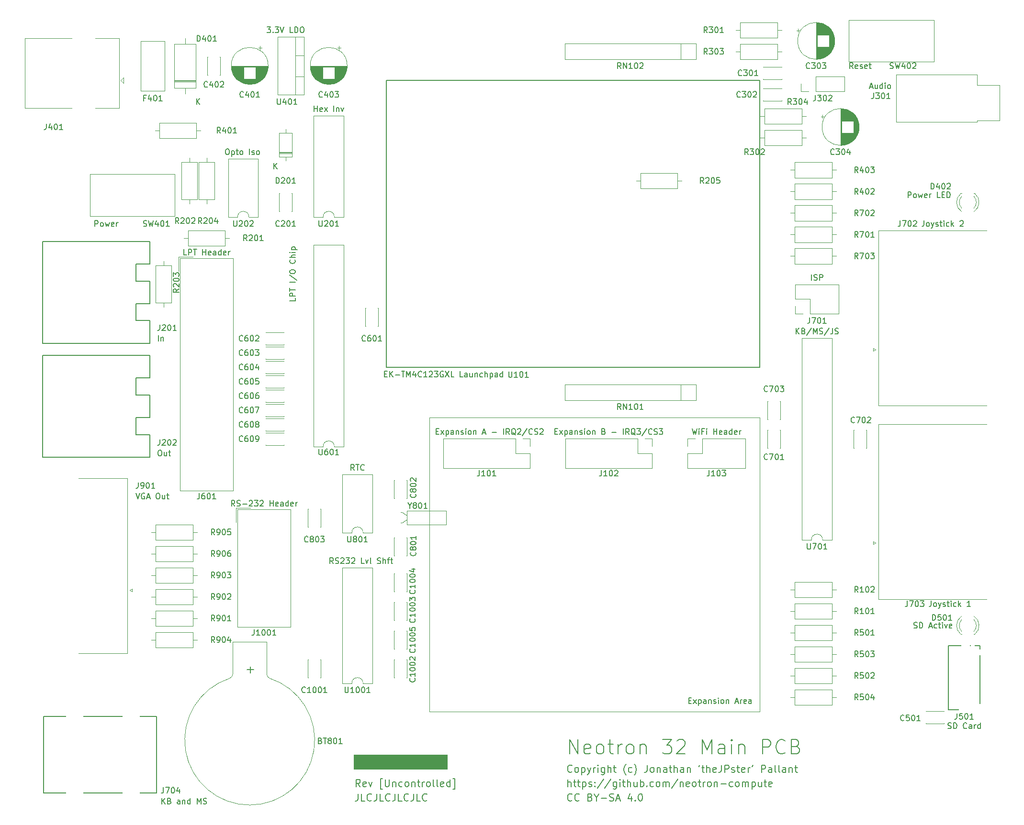
<source format=gbr>
G04 #@! TF.GenerationSoftware,KiCad,Pcbnew,5.1.7-a382d34a8~87~ubuntu16.04.1*
G04 #@! TF.CreationDate,2020-10-08T01:02:59+00:00*
G04 #@! TF.ProjectId,neotron-32,6e656f74-726f-46e2-9d33-322e6b696361,[Uncontrolled]*
G04 #@! TF.SameCoordinates,Original*
G04 #@! TF.FileFunction,Legend,Top*
G04 #@! TF.FilePolarity,Positive*
%FSLAX46Y46*%
G04 Gerber Fmt 4.6, Leading zero omitted, Abs format (unit mm)*
G04 Created by KiCad (PCBNEW 5.1.7-a382d34a8~87~ubuntu16.04.1) date 2020-10-08 01:02:59*
%MOMM*%
%LPD*%
G01*
G04 APERTURE LIST*
%ADD10C,0.150000*%
%ADD11C,0.120000*%
%ADD12C,0.100000*%
%ADD13C,1.752600*%
%ADD14O,1.650800X1.650800*%
%ADD15C,1.650800*%
%ADD16C,2.050800*%
%ADD17C,3.040800*%
%ADD18O,1.750800X1.750800*%
%ADD19O,1.778000X1.778000*%
%ADD20C,3.250800*%
%ADD21C,1.550800*%
%ADD22C,1.850800*%
%ADD23C,3.050800*%
%ADD24C,2.150800*%
%ADD25C,4.050800*%
%ADD26C,1.050800*%
%ADD27O,2.050800X1.955800*%
%ADD28C,3.550801*%
%ADD29C,1.750800*%
%ADD30O,1.850800X2.850800*%
%ADD31O,2.450800X2.450800*%
G04 APERTURE END LIST*
D10*
X80573809Y-55062380D02*
X80573809Y-54062380D01*
X80954761Y-54062380D01*
X81050000Y-54110000D01*
X81097619Y-54157619D01*
X81145238Y-54252857D01*
X81145238Y-54395714D01*
X81097619Y-54490952D01*
X81050000Y-54538571D01*
X80954761Y-54586190D01*
X80573809Y-54586190D01*
X81716666Y-55062380D02*
X81621428Y-55014761D01*
X81573809Y-54967142D01*
X81526190Y-54871904D01*
X81526190Y-54586190D01*
X81573809Y-54490952D01*
X81621428Y-54443333D01*
X81716666Y-54395714D01*
X81859523Y-54395714D01*
X81954761Y-54443333D01*
X82002380Y-54490952D01*
X82050000Y-54586190D01*
X82050000Y-54871904D01*
X82002380Y-54967142D01*
X81954761Y-55014761D01*
X81859523Y-55062380D01*
X81716666Y-55062380D01*
X82383333Y-54395714D02*
X82573809Y-55062380D01*
X82764285Y-54586190D01*
X82954761Y-55062380D01*
X83145238Y-54395714D01*
X83907142Y-55014761D02*
X83811904Y-55062380D01*
X83621428Y-55062380D01*
X83526190Y-55014761D01*
X83478571Y-54919523D01*
X83478571Y-54538571D01*
X83526190Y-54443333D01*
X83621428Y-54395714D01*
X83811904Y-54395714D01*
X83907142Y-54443333D01*
X83954761Y-54538571D01*
X83954761Y-54633809D01*
X83478571Y-54729047D01*
X84383333Y-55062380D02*
X84383333Y-54395714D01*
X84383333Y-54586190D02*
X84430952Y-54490952D01*
X84478571Y-54443333D01*
X84573809Y-54395714D01*
X84669047Y-54395714D01*
X214661904Y-27122380D02*
X214328571Y-26646190D01*
X214090476Y-27122380D02*
X214090476Y-26122380D01*
X214471428Y-26122380D01*
X214566666Y-26170000D01*
X214614285Y-26217619D01*
X214661904Y-26312857D01*
X214661904Y-26455714D01*
X214614285Y-26550952D01*
X214566666Y-26598571D01*
X214471428Y-26646190D01*
X214090476Y-26646190D01*
X215471428Y-27074761D02*
X215376190Y-27122380D01*
X215185714Y-27122380D01*
X215090476Y-27074761D01*
X215042857Y-26979523D01*
X215042857Y-26598571D01*
X215090476Y-26503333D01*
X215185714Y-26455714D01*
X215376190Y-26455714D01*
X215471428Y-26503333D01*
X215519047Y-26598571D01*
X215519047Y-26693809D01*
X215042857Y-26789047D01*
X215900000Y-27074761D02*
X215995238Y-27122380D01*
X216185714Y-27122380D01*
X216280952Y-27074761D01*
X216328571Y-26979523D01*
X216328571Y-26931904D01*
X216280952Y-26836666D01*
X216185714Y-26789047D01*
X216042857Y-26789047D01*
X215947619Y-26741428D01*
X215900000Y-26646190D01*
X215900000Y-26598571D01*
X215947619Y-26503333D01*
X216042857Y-26455714D01*
X216185714Y-26455714D01*
X216280952Y-26503333D01*
X217138095Y-27074761D02*
X217042857Y-27122380D01*
X216852380Y-27122380D01*
X216757142Y-27074761D01*
X216709523Y-26979523D01*
X216709523Y-26598571D01*
X216757142Y-26503333D01*
X216852380Y-26455714D01*
X217042857Y-26455714D01*
X217138095Y-26503333D01*
X217185714Y-26598571D01*
X217185714Y-26693809D01*
X216709523Y-26789047D01*
X217471428Y-26455714D02*
X217852380Y-26455714D01*
X217614285Y-26122380D02*
X217614285Y-26979523D01*
X217661904Y-27074761D01*
X217757142Y-27122380D01*
X217852380Y-27122380D01*
X111014285Y-19772380D02*
X111633333Y-19772380D01*
X111300000Y-20153333D01*
X111442857Y-20153333D01*
X111538095Y-20200952D01*
X111585714Y-20248571D01*
X111633333Y-20343809D01*
X111633333Y-20581904D01*
X111585714Y-20677142D01*
X111538095Y-20724761D01*
X111442857Y-20772380D01*
X111157142Y-20772380D01*
X111061904Y-20724761D01*
X111014285Y-20677142D01*
X112061904Y-20677142D02*
X112109523Y-20724761D01*
X112061904Y-20772380D01*
X112014285Y-20724761D01*
X112061904Y-20677142D01*
X112061904Y-20772380D01*
X112442857Y-19772380D02*
X113061904Y-19772380D01*
X112728571Y-20153333D01*
X112871428Y-20153333D01*
X112966666Y-20200952D01*
X113014285Y-20248571D01*
X113061904Y-20343809D01*
X113061904Y-20581904D01*
X113014285Y-20677142D01*
X112966666Y-20724761D01*
X112871428Y-20772380D01*
X112585714Y-20772380D01*
X112490476Y-20724761D01*
X112442857Y-20677142D01*
X113347619Y-19772380D02*
X113680952Y-20772380D01*
X114014285Y-19772380D01*
X115585714Y-20772380D02*
X115109523Y-20772380D01*
X115109523Y-19772380D01*
X115919047Y-20772380D02*
X115919047Y-19772380D01*
X116157142Y-19772380D01*
X116300000Y-19820000D01*
X116395238Y-19915238D01*
X116442857Y-20010476D01*
X116490476Y-20200952D01*
X116490476Y-20343809D01*
X116442857Y-20534285D01*
X116395238Y-20629523D01*
X116300000Y-20724761D01*
X116157142Y-20772380D01*
X115919047Y-20772380D01*
X117109523Y-19772380D02*
X117300000Y-19772380D01*
X117395238Y-19820000D01*
X117490476Y-19915238D01*
X117538095Y-20105714D01*
X117538095Y-20439047D01*
X117490476Y-20629523D01*
X117395238Y-20724761D01*
X117300000Y-20772380D01*
X117109523Y-20772380D01*
X117014285Y-20724761D01*
X116919047Y-20629523D01*
X116871428Y-20439047D01*
X116871428Y-20105714D01*
X116919047Y-19915238D01*
X117014285Y-19820000D01*
X117109523Y-19772380D01*
X103918095Y-41362380D02*
X104108571Y-41362380D01*
X104203809Y-41410000D01*
X104299047Y-41505238D01*
X104346666Y-41695714D01*
X104346666Y-42029047D01*
X104299047Y-42219523D01*
X104203809Y-42314761D01*
X104108571Y-42362380D01*
X103918095Y-42362380D01*
X103822857Y-42314761D01*
X103727619Y-42219523D01*
X103680000Y-42029047D01*
X103680000Y-41695714D01*
X103727619Y-41505238D01*
X103822857Y-41410000D01*
X103918095Y-41362380D01*
X104775238Y-41695714D02*
X104775238Y-42695714D01*
X104775238Y-41743333D02*
X104870476Y-41695714D01*
X105060952Y-41695714D01*
X105156190Y-41743333D01*
X105203809Y-41790952D01*
X105251428Y-41886190D01*
X105251428Y-42171904D01*
X105203809Y-42267142D01*
X105156190Y-42314761D01*
X105060952Y-42362380D01*
X104870476Y-42362380D01*
X104775238Y-42314761D01*
X105537142Y-41695714D02*
X105918095Y-41695714D01*
X105680000Y-41362380D02*
X105680000Y-42219523D01*
X105727619Y-42314761D01*
X105822857Y-42362380D01*
X105918095Y-42362380D01*
X106394285Y-42362380D02*
X106299047Y-42314761D01*
X106251428Y-42267142D01*
X106203809Y-42171904D01*
X106203809Y-41886190D01*
X106251428Y-41790952D01*
X106299047Y-41743333D01*
X106394285Y-41695714D01*
X106537142Y-41695714D01*
X106632380Y-41743333D01*
X106680000Y-41790952D01*
X106727619Y-41886190D01*
X106727619Y-42171904D01*
X106680000Y-42267142D01*
X106632380Y-42314761D01*
X106537142Y-42362380D01*
X106394285Y-42362380D01*
X107918095Y-42362380D02*
X107918095Y-41362380D01*
X108346666Y-42314761D02*
X108441904Y-42362380D01*
X108632380Y-42362380D01*
X108727619Y-42314761D01*
X108775238Y-42219523D01*
X108775238Y-42171904D01*
X108727619Y-42076666D01*
X108632380Y-42029047D01*
X108489523Y-42029047D01*
X108394285Y-41981428D01*
X108346666Y-41886190D01*
X108346666Y-41838571D01*
X108394285Y-41743333D01*
X108489523Y-41695714D01*
X108632380Y-41695714D01*
X108727619Y-41743333D01*
X109346666Y-42362380D02*
X109251428Y-42314761D01*
X109203809Y-42267142D01*
X109156190Y-42171904D01*
X109156190Y-41886190D01*
X109203809Y-41790952D01*
X109251428Y-41743333D01*
X109346666Y-41695714D01*
X109489523Y-41695714D01*
X109584761Y-41743333D01*
X109632380Y-41790952D01*
X109680000Y-41886190D01*
X109680000Y-42171904D01*
X109632380Y-42267142D01*
X109584761Y-42314761D01*
X109489523Y-42362380D01*
X109346666Y-42362380D01*
X119348571Y-34742380D02*
X119348571Y-33742380D01*
X119348571Y-34218571D02*
X119920000Y-34218571D01*
X119920000Y-34742380D02*
X119920000Y-33742380D01*
X120777142Y-34694761D02*
X120681904Y-34742380D01*
X120491428Y-34742380D01*
X120396190Y-34694761D01*
X120348571Y-34599523D01*
X120348571Y-34218571D01*
X120396190Y-34123333D01*
X120491428Y-34075714D01*
X120681904Y-34075714D01*
X120777142Y-34123333D01*
X120824761Y-34218571D01*
X120824761Y-34313809D01*
X120348571Y-34409047D01*
X121158095Y-34742380D02*
X121681904Y-34075714D01*
X121158095Y-34075714D02*
X121681904Y-34742380D01*
X122824761Y-34742380D02*
X122824761Y-33742380D01*
X123300952Y-34075714D02*
X123300952Y-34742380D01*
X123300952Y-34170952D02*
X123348571Y-34123333D01*
X123443809Y-34075714D01*
X123586666Y-34075714D01*
X123681904Y-34123333D01*
X123729523Y-34218571D01*
X123729523Y-34742380D01*
X124110476Y-34075714D02*
X124348571Y-34742380D01*
X124586666Y-34075714D01*
X116022380Y-67761904D02*
X116022380Y-68238095D01*
X115022380Y-68238095D01*
X116022380Y-67428571D02*
X115022380Y-67428571D01*
X115022380Y-67047619D01*
X115070000Y-66952380D01*
X115117619Y-66904761D01*
X115212857Y-66857142D01*
X115355714Y-66857142D01*
X115450952Y-66904761D01*
X115498571Y-66952380D01*
X115546190Y-67047619D01*
X115546190Y-67428571D01*
X115022380Y-66571428D02*
X115022380Y-66000000D01*
X116022380Y-66285714D02*
X115022380Y-66285714D01*
X116022380Y-64904761D02*
X115022380Y-64904761D01*
X114974761Y-63714285D02*
X116260476Y-64571428D01*
X115022380Y-63190476D02*
X115022380Y-63000000D01*
X115070000Y-62904761D01*
X115165238Y-62809523D01*
X115355714Y-62761904D01*
X115689047Y-62761904D01*
X115879523Y-62809523D01*
X115974761Y-62904761D01*
X116022380Y-63000000D01*
X116022380Y-63190476D01*
X115974761Y-63285714D01*
X115879523Y-63380952D01*
X115689047Y-63428571D01*
X115355714Y-63428571D01*
X115165238Y-63380952D01*
X115070000Y-63285714D01*
X115022380Y-63190476D01*
X115927142Y-61000000D02*
X115974761Y-61047619D01*
X116022380Y-61190476D01*
X116022380Y-61285714D01*
X115974761Y-61428571D01*
X115879523Y-61523809D01*
X115784285Y-61571428D01*
X115593809Y-61619047D01*
X115450952Y-61619047D01*
X115260476Y-61571428D01*
X115165238Y-61523809D01*
X115070000Y-61428571D01*
X115022380Y-61285714D01*
X115022380Y-61190476D01*
X115070000Y-61047619D01*
X115117619Y-61000000D01*
X116022380Y-60571428D02*
X115022380Y-60571428D01*
X116022380Y-60142857D02*
X115498571Y-60142857D01*
X115403333Y-60190476D01*
X115355714Y-60285714D01*
X115355714Y-60428571D01*
X115403333Y-60523809D01*
X115450952Y-60571428D01*
X116022380Y-59666666D02*
X115355714Y-59666666D01*
X115022380Y-59666666D02*
X115070000Y-59714285D01*
X115117619Y-59666666D01*
X115070000Y-59619047D01*
X115022380Y-59666666D01*
X115117619Y-59666666D01*
X115355714Y-59190476D02*
X116355714Y-59190476D01*
X115403333Y-59190476D02*
X115355714Y-59095238D01*
X115355714Y-58904761D01*
X115403333Y-58809523D01*
X115450952Y-58761904D01*
X115546190Y-58714285D01*
X115831904Y-58714285D01*
X115927142Y-58761904D01*
X115974761Y-58809523D01*
X116022380Y-58904761D01*
X116022380Y-59095238D01*
X115974761Y-59190476D01*
X131787619Y-81208571D02*
X132120952Y-81208571D01*
X132263809Y-81732380D02*
X131787619Y-81732380D01*
X131787619Y-80732380D01*
X132263809Y-80732380D01*
X132692380Y-81732380D02*
X132692380Y-80732380D01*
X133263809Y-81732380D02*
X132835238Y-81160952D01*
X133263809Y-80732380D02*
X132692380Y-81303809D01*
X133692380Y-81351428D02*
X134454285Y-81351428D01*
X134787619Y-80732380D02*
X135359047Y-80732380D01*
X135073333Y-81732380D02*
X135073333Y-80732380D01*
X135692380Y-81732380D02*
X135692380Y-80732380D01*
X136025714Y-81446666D01*
X136359047Y-80732380D01*
X136359047Y-81732380D01*
X137263809Y-81065714D02*
X137263809Y-81732380D01*
X137025714Y-80684761D02*
X136787619Y-81399047D01*
X137406666Y-81399047D01*
X138359047Y-81637142D02*
X138311428Y-81684761D01*
X138168571Y-81732380D01*
X138073333Y-81732380D01*
X137930476Y-81684761D01*
X137835238Y-81589523D01*
X137787619Y-81494285D01*
X137740000Y-81303809D01*
X137740000Y-81160952D01*
X137787619Y-80970476D01*
X137835238Y-80875238D01*
X137930476Y-80780000D01*
X138073333Y-80732380D01*
X138168571Y-80732380D01*
X138311428Y-80780000D01*
X138359047Y-80827619D01*
X139311428Y-81732380D02*
X138740000Y-81732380D01*
X139025714Y-81732380D02*
X139025714Y-80732380D01*
X138930476Y-80875238D01*
X138835238Y-80970476D01*
X138740000Y-81018095D01*
X139692380Y-80827619D02*
X139740000Y-80780000D01*
X139835238Y-80732380D01*
X140073333Y-80732380D01*
X140168571Y-80780000D01*
X140216190Y-80827619D01*
X140263809Y-80922857D01*
X140263809Y-81018095D01*
X140216190Y-81160952D01*
X139644761Y-81732380D01*
X140263809Y-81732380D01*
X140597142Y-80732380D02*
X141216190Y-80732380D01*
X140882857Y-81113333D01*
X141025714Y-81113333D01*
X141120952Y-81160952D01*
X141168571Y-81208571D01*
X141216190Y-81303809D01*
X141216190Y-81541904D01*
X141168571Y-81637142D01*
X141120952Y-81684761D01*
X141025714Y-81732380D01*
X140740000Y-81732380D01*
X140644761Y-81684761D01*
X140597142Y-81637142D01*
X142168571Y-80780000D02*
X142073333Y-80732380D01*
X141930476Y-80732380D01*
X141787619Y-80780000D01*
X141692380Y-80875238D01*
X141644761Y-80970476D01*
X141597142Y-81160952D01*
X141597142Y-81303809D01*
X141644761Y-81494285D01*
X141692380Y-81589523D01*
X141787619Y-81684761D01*
X141930476Y-81732380D01*
X142025714Y-81732380D01*
X142168571Y-81684761D01*
X142216190Y-81637142D01*
X142216190Y-81303809D01*
X142025714Y-81303809D01*
X142549523Y-80732380D02*
X143216190Y-81732380D01*
X143216190Y-80732380D02*
X142549523Y-81732380D01*
X144073333Y-81732380D02*
X143597142Y-81732380D01*
X143597142Y-80732380D01*
X145644761Y-81732380D02*
X145168571Y-81732380D01*
X145168571Y-80732380D01*
X146406666Y-81732380D02*
X146406666Y-81208571D01*
X146359047Y-81113333D01*
X146263809Y-81065714D01*
X146073333Y-81065714D01*
X145978095Y-81113333D01*
X146406666Y-81684761D02*
X146311428Y-81732380D01*
X146073333Y-81732380D01*
X145978095Y-81684761D01*
X145930476Y-81589523D01*
X145930476Y-81494285D01*
X145978095Y-81399047D01*
X146073333Y-81351428D01*
X146311428Y-81351428D01*
X146406666Y-81303809D01*
X147311428Y-81065714D02*
X147311428Y-81732380D01*
X146882857Y-81065714D02*
X146882857Y-81589523D01*
X146930476Y-81684761D01*
X147025714Y-81732380D01*
X147168571Y-81732380D01*
X147263809Y-81684761D01*
X147311428Y-81637142D01*
X147787619Y-81065714D02*
X147787619Y-81732380D01*
X147787619Y-81160952D02*
X147835238Y-81113333D01*
X147930476Y-81065714D01*
X148073333Y-81065714D01*
X148168571Y-81113333D01*
X148216190Y-81208571D01*
X148216190Y-81732380D01*
X149120952Y-81684761D02*
X149025714Y-81732380D01*
X148835238Y-81732380D01*
X148740000Y-81684761D01*
X148692380Y-81637142D01*
X148644761Y-81541904D01*
X148644761Y-81256190D01*
X148692380Y-81160952D01*
X148740000Y-81113333D01*
X148835238Y-81065714D01*
X149025714Y-81065714D01*
X149120952Y-81113333D01*
X149549523Y-81732380D02*
X149549523Y-80732380D01*
X149978095Y-81732380D02*
X149978095Y-81208571D01*
X149930476Y-81113333D01*
X149835238Y-81065714D01*
X149692380Y-81065714D01*
X149597142Y-81113333D01*
X149549523Y-81160952D01*
X150454285Y-81065714D02*
X150454285Y-82065714D01*
X150454285Y-81113333D02*
X150549523Y-81065714D01*
X150740000Y-81065714D01*
X150835238Y-81113333D01*
X150882857Y-81160952D01*
X150930476Y-81256190D01*
X150930476Y-81541904D01*
X150882857Y-81637142D01*
X150835238Y-81684761D01*
X150740000Y-81732380D01*
X150549523Y-81732380D01*
X150454285Y-81684761D01*
X151787619Y-81732380D02*
X151787619Y-81208571D01*
X151740000Y-81113333D01*
X151644761Y-81065714D01*
X151454285Y-81065714D01*
X151359047Y-81113333D01*
X151787619Y-81684761D02*
X151692380Y-81732380D01*
X151454285Y-81732380D01*
X151359047Y-81684761D01*
X151311428Y-81589523D01*
X151311428Y-81494285D01*
X151359047Y-81399047D01*
X151454285Y-81351428D01*
X151692380Y-81351428D01*
X151787619Y-81303809D01*
X152692380Y-81732380D02*
X152692380Y-80732380D01*
X152692380Y-81684761D02*
X152597142Y-81732380D01*
X152406666Y-81732380D01*
X152311428Y-81684761D01*
X152263809Y-81637142D01*
X152216190Y-81541904D01*
X152216190Y-81256190D01*
X152263809Y-81160952D01*
X152311428Y-81113333D01*
X152406666Y-81065714D01*
X152597142Y-81065714D01*
X152692380Y-81113333D01*
X224377714Y-49982380D02*
X224377714Y-48982380D01*
X224758666Y-48982380D01*
X224853904Y-49030000D01*
X224901523Y-49077619D01*
X224949142Y-49172857D01*
X224949142Y-49315714D01*
X224901523Y-49410952D01*
X224853904Y-49458571D01*
X224758666Y-49506190D01*
X224377714Y-49506190D01*
X225520571Y-49982380D02*
X225425333Y-49934761D01*
X225377714Y-49887142D01*
X225330095Y-49791904D01*
X225330095Y-49506190D01*
X225377714Y-49410952D01*
X225425333Y-49363333D01*
X225520571Y-49315714D01*
X225663428Y-49315714D01*
X225758666Y-49363333D01*
X225806285Y-49410952D01*
X225853904Y-49506190D01*
X225853904Y-49791904D01*
X225806285Y-49887142D01*
X225758666Y-49934761D01*
X225663428Y-49982380D01*
X225520571Y-49982380D01*
X226187238Y-49315714D02*
X226377714Y-49982380D01*
X226568190Y-49506190D01*
X226758666Y-49982380D01*
X226949142Y-49315714D01*
X227711047Y-49934761D02*
X227615809Y-49982380D01*
X227425333Y-49982380D01*
X227330095Y-49934761D01*
X227282476Y-49839523D01*
X227282476Y-49458571D01*
X227330095Y-49363333D01*
X227425333Y-49315714D01*
X227615809Y-49315714D01*
X227711047Y-49363333D01*
X227758666Y-49458571D01*
X227758666Y-49553809D01*
X227282476Y-49649047D01*
X228187238Y-49982380D02*
X228187238Y-49315714D01*
X228187238Y-49506190D02*
X228234857Y-49410952D01*
X228282476Y-49363333D01*
X228377714Y-49315714D01*
X228472952Y-49315714D01*
X230044380Y-49982380D02*
X229568190Y-49982380D01*
X229568190Y-48982380D01*
X230377714Y-49458571D02*
X230711047Y-49458571D01*
X230853904Y-49982380D02*
X230377714Y-49982380D01*
X230377714Y-48982380D01*
X230853904Y-48982380D01*
X231282476Y-49982380D02*
X231282476Y-48982380D01*
X231520571Y-48982380D01*
X231663428Y-49030000D01*
X231758666Y-49125238D01*
X231806285Y-49220476D01*
X231853904Y-49410952D01*
X231853904Y-49553809D01*
X231806285Y-49744285D01*
X231758666Y-49839523D01*
X231663428Y-49934761D01*
X231520571Y-49982380D01*
X231282476Y-49982380D01*
X225407738Y-126134761D02*
X225550595Y-126182380D01*
X225788690Y-126182380D01*
X225883928Y-126134761D01*
X225931547Y-126087142D01*
X225979166Y-125991904D01*
X225979166Y-125896666D01*
X225931547Y-125801428D01*
X225883928Y-125753809D01*
X225788690Y-125706190D01*
X225598214Y-125658571D01*
X225502976Y-125610952D01*
X225455357Y-125563333D01*
X225407738Y-125468095D01*
X225407738Y-125372857D01*
X225455357Y-125277619D01*
X225502976Y-125230000D01*
X225598214Y-125182380D01*
X225836309Y-125182380D01*
X225979166Y-125230000D01*
X226407738Y-126182380D02*
X226407738Y-125182380D01*
X226645833Y-125182380D01*
X226788690Y-125230000D01*
X226883928Y-125325238D01*
X226931547Y-125420476D01*
X226979166Y-125610952D01*
X226979166Y-125753809D01*
X226931547Y-125944285D01*
X226883928Y-126039523D01*
X226788690Y-126134761D01*
X226645833Y-126182380D01*
X226407738Y-126182380D01*
X228122023Y-125896666D02*
X228598214Y-125896666D01*
X228026785Y-126182380D02*
X228360119Y-125182380D01*
X228693452Y-126182380D01*
X229455357Y-126134761D02*
X229360119Y-126182380D01*
X229169642Y-126182380D01*
X229074404Y-126134761D01*
X229026785Y-126087142D01*
X228979166Y-125991904D01*
X228979166Y-125706190D01*
X229026785Y-125610952D01*
X229074404Y-125563333D01*
X229169642Y-125515714D01*
X229360119Y-125515714D01*
X229455357Y-125563333D01*
X229741071Y-125515714D02*
X230122023Y-125515714D01*
X229883928Y-125182380D02*
X229883928Y-126039523D01*
X229931547Y-126134761D01*
X230026785Y-126182380D01*
X230122023Y-126182380D01*
X230455357Y-126182380D02*
X230455357Y-125515714D01*
X230455357Y-125182380D02*
X230407738Y-125230000D01*
X230455357Y-125277619D01*
X230502976Y-125230000D01*
X230455357Y-125182380D01*
X230455357Y-125277619D01*
X230836309Y-125515714D02*
X231074404Y-126182380D01*
X231312500Y-125515714D01*
X232074404Y-126134761D02*
X231979166Y-126182380D01*
X231788690Y-126182380D01*
X231693452Y-126134761D01*
X231645833Y-126039523D01*
X231645833Y-125658571D01*
X231693452Y-125563333D01*
X231788690Y-125515714D01*
X231979166Y-125515714D01*
X232074404Y-125563333D01*
X232122023Y-125658571D01*
X232122023Y-125753809D01*
X231645833Y-125849047D01*
X204565714Y-74112380D02*
X204565714Y-73112380D01*
X205137142Y-74112380D02*
X204708571Y-73540952D01*
X205137142Y-73112380D02*
X204565714Y-73683809D01*
X205899047Y-73588571D02*
X206041904Y-73636190D01*
X206089523Y-73683809D01*
X206137142Y-73779047D01*
X206137142Y-73921904D01*
X206089523Y-74017142D01*
X206041904Y-74064761D01*
X205946666Y-74112380D01*
X205565714Y-74112380D01*
X205565714Y-73112380D01*
X205899047Y-73112380D01*
X205994285Y-73160000D01*
X206041904Y-73207619D01*
X206089523Y-73302857D01*
X206089523Y-73398095D01*
X206041904Y-73493333D01*
X205994285Y-73540952D01*
X205899047Y-73588571D01*
X205565714Y-73588571D01*
X207280000Y-73064761D02*
X206422857Y-74350476D01*
X207613333Y-74112380D02*
X207613333Y-73112380D01*
X207946666Y-73826666D01*
X208280000Y-73112380D01*
X208280000Y-74112380D01*
X208708571Y-74064761D02*
X208851428Y-74112380D01*
X209089523Y-74112380D01*
X209184761Y-74064761D01*
X209232380Y-74017142D01*
X209280000Y-73921904D01*
X209280000Y-73826666D01*
X209232380Y-73731428D01*
X209184761Y-73683809D01*
X209089523Y-73636190D01*
X208899047Y-73588571D01*
X208803809Y-73540952D01*
X208756190Y-73493333D01*
X208708571Y-73398095D01*
X208708571Y-73302857D01*
X208756190Y-73207619D01*
X208803809Y-73160000D01*
X208899047Y-73112380D01*
X209137142Y-73112380D01*
X209280000Y-73160000D01*
X210422857Y-73064761D02*
X209565714Y-74350476D01*
X211041904Y-73112380D02*
X211041904Y-73826666D01*
X210994285Y-73969523D01*
X210899047Y-74064761D01*
X210756190Y-74112380D01*
X210660952Y-74112380D01*
X211470476Y-74064761D02*
X211613333Y-74112380D01*
X211851428Y-74112380D01*
X211946666Y-74064761D01*
X211994285Y-74017142D01*
X212041904Y-73921904D01*
X212041904Y-73826666D01*
X211994285Y-73731428D01*
X211946666Y-73683809D01*
X211851428Y-73636190D01*
X211660952Y-73588571D01*
X211565714Y-73540952D01*
X211518095Y-73493333D01*
X211470476Y-73398095D01*
X211470476Y-73302857D01*
X211518095Y-73207619D01*
X211565714Y-73160000D01*
X211660952Y-73112380D01*
X211899047Y-73112380D01*
X212041904Y-73160000D01*
X185611190Y-138993571D02*
X185944523Y-138993571D01*
X186087380Y-139517380D02*
X185611190Y-139517380D01*
X185611190Y-138517380D01*
X186087380Y-138517380D01*
X186420714Y-139517380D02*
X186944523Y-138850714D01*
X186420714Y-138850714D02*
X186944523Y-139517380D01*
X187325476Y-138850714D02*
X187325476Y-139850714D01*
X187325476Y-138898333D02*
X187420714Y-138850714D01*
X187611190Y-138850714D01*
X187706428Y-138898333D01*
X187754047Y-138945952D01*
X187801666Y-139041190D01*
X187801666Y-139326904D01*
X187754047Y-139422142D01*
X187706428Y-139469761D01*
X187611190Y-139517380D01*
X187420714Y-139517380D01*
X187325476Y-139469761D01*
X188658809Y-139517380D02*
X188658809Y-138993571D01*
X188611190Y-138898333D01*
X188515952Y-138850714D01*
X188325476Y-138850714D01*
X188230238Y-138898333D01*
X188658809Y-139469761D02*
X188563571Y-139517380D01*
X188325476Y-139517380D01*
X188230238Y-139469761D01*
X188182619Y-139374523D01*
X188182619Y-139279285D01*
X188230238Y-139184047D01*
X188325476Y-139136428D01*
X188563571Y-139136428D01*
X188658809Y-139088809D01*
X189135000Y-138850714D02*
X189135000Y-139517380D01*
X189135000Y-138945952D02*
X189182619Y-138898333D01*
X189277857Y-138850714D01*
X189420714Y-138850714D01*
X189515952Y-138898333D01*
X189563571Y-138993571D01*
X189563571Y-139517380D01*
X189992142Y-139469761D02*
X190087380Y-139517380D01*
X190277857Y-139517380D01*
X190373095Y-139469761D01*
X190420714Y-139374523D01*
X190420714Y-139326904D01*
X190373095Y-139231666D01*
X190277857Y-139184047D01*
X190135000Y-139184047D01*
X190039761Y-139136428D01*
X189992142Y-139041190D01*
X189992142Y-138993571D01*
X190039761Y-138898333D01*
X190135000Y-138850714D01*
X190277857Y-138850714D01*
X190373095Y-138898333D01*
X190849285Y-139517380D02*
X190849285Y-138850714D01*
X190849285Y-138517380D02*
X190801666Y-138565000D01*
X190849285Y-138612619D01*
X190896904Y-138565000D01*
X190849285Y-138517380D01*
X190849285Y-138612619D01*
X191468333Y-139517380D02*
X191373095Y-139469761D01*
X191325476Y-139422142D01*
X191277857Y-139326904D01*
X191277857Y-139041190D01*
X191325476Y-138945952D01*
X191373095Y-138898333D01*
X191468333Y-138850714D01*
X191611190Y-138850714D01*
X191706428Y-138898333D01*
X191754047Y-138945952D01*
X191801666Y-139041190D01*
X191801666Y-139326904D01*
X191754047Y-139422142D01*
X191706428Y-139469761D01*
X191611190Y-139517380D01*
X191468333Y-139517380D01*
X192230238Y-138850714D02*
X192230238Y-139517380D01*
X192230238Y-138945952D02*
X192277857Y-138898333D01*
X192373095Y-138850714D01*
X192515952Y-138850714D01*
X192611190Y-138898333D01*
X192658809Y-138993571D01*
X192658809Y-139517380D01*
X193849285Y-139231666D02*
X194325476Y-139231666D01*
X193754047Y-139517380D02*
X194087380Y-138517380D01*
X194420714Y-139517380D01*
X194754047Y-139517380D02*
X194754047Y-138850714D01*
X194754047Y-139041190D02*
X194801666Y-138945952D01*
X194849285Y-138898333D01*
X194944523Y-138850714D01*
X195039761Y-138850714D01*
X195754047Y-139469761D02*
X195658809Y-139517380D01*
X195468333Y-139517380D01*
X195373095Y-139469761D01*
X195325476Y-139374523D01*
X195325476Y-138993571D01*
X195373095Y-138898333D01*
X195468333Y-138850714D01*
X195658809Y-138850714D01*
X195754047Y-138898333D01*
X195801666Y-138993571D01*
X195801666Y-139088809D01*
X195325476Y-139184047D01*
X196658809Y-139517380D02*
X196658809Y-138993571D01*
X196611190Y-138898333D01*
X196515952Y-138850714D01*
X196325476Y-138850714D01*
X196230238Y-138898333D01*
X196658809Y-139469761D02*
X196563571Y-139517380D01*
X196325476Y-139517380D01*
X196230238Y-139469761D01*
X196182619Y-139374523D01*
X196182619Y-139279285D01*
X196230238Y-139184047D01*
X196325476Y-139136428D01*
X196563571Y-139136428D01*
X196658809Y-139088809D01*
D11*
X198120000Y-88900000D02*
X139700000Y-88900000D01*
X198120000Y-140970000D02*
X198120000Y-88900000D01*
X139700000Y-140970000D02*
X198120000Y-140970000D01*
X139700000Y-88900000D02*
X139700000Y-140970000D01*
D10*
X122730238Y-114752380D02*
X122396904Y-114276190D01*
X122158809Y-114752380D02*
X122158809Y-113752380D01*
X122539761Y-113752380D01*
X122635000Y-113800000D01*
X122682619Y-113847619D01*
X122730238Y-113942857D01*
X122730238Y-114085714D01*
X122682619Y-114180952D01*
X122635000Y-114228571D01*
X122539761Y-114276190D01*
X122158809Y-114276190D01*
X123111190Y-114704761D02*
X123254047Y-114752380D01*
X123492142Y-114752380D01*
X123587380Y-114704761D01*
X123635000Y-114657142D01*
X123682619Y-114561904D01*
X123682619Y-114466666D01*
X123635000Y-114371428D01*
X123587380Y-114323809D01*
X123492142Y-114276190D01*
X123301666Y-114228571D01*
X123206428Y-114180952D01*
X123158809Y-114133333D01*
X123111190Y-114038095D01*
X123111190Y-113942857D01*
X123158809Y-113847619D01*
X123206428Y-113800000D01*
X123301666Y-113752380D01*
X123539761Y-113752380D01*
X123682619Y-113800000D01*
X124063571Y-113847619D02*
X124111190Y-113800000D01*
X124206428Y-113752380D01*
X124444523Y-113752380D01*
X124539761Y-113800000D01*
X124587380Y-113847619D01*
X124635000Y-113942857D01*
X124635000Y-114038095D01*
X124587380Y-114180952D01*
X124015952Y-114752380D01*
X124635000Y-114752380D01*
X124968333Y-113752380D02*
X125587380Y-113752380D01*
X125254047Y-114133333D01*
X125396904Y-114133333D01*
X125492142Y-114180952D01*
X125539761Y-114228571D01*
X125587380Y-114323809D01*
X125587380Y-114561904D01*
X125539761Y-114657142D01*
X125492142Y-114704761D01*
X125396904Y-114752380D01*
X125111190Y-114752380D01*
X125015952Y-114704761D01*
X124968333Y-114657142D01*
X125968333Y-113847619D02*
X126015952Y-113800000D01*
X126111190Y-113752380D01*
X126349285Y-113752380D01*
X126444523Y-113800000D01*
X126492142Y-113847619D01*
X126539761Y-113942857D01*
X126539761Y-114038095D01*
X126492142Y-114180952D01*
X125920714Y-114752380D01*
X126539761Y-114752380D01*
X128206428Y-114752380D02*
X127730238Y-114752380D01*
X127730238Y-113752380D01*
X128444523Y-114085714D02*
X128682619Y-114752380D01*
X128920714Y-114085714D01*
X129444523Y-114752380D02*
X129349285Y-114704761D01*
X129301666Y-114609523D01*
X129301666Y-113752380D01*
X130539761Y-114704761D02*
X130682619Y-114752380D01*
X130920714Y-114752380D01*
X131015952Y-114704761D01*
X131063571Y-114657142D01*
X131111190Y-114561904D01*
X131111190Y-114466666D01*
X131063571Y-114371428D01*
X131015952Y-114323809D01*
X130920714Y-114276190D01*
X130730238Y-114228571D01*
X130635000Y-114180952D01*
X130587380Y-114133333D01*
X130539761Y-114038095D01*
X130539761Y-113942857D01*
X130587380Y-113847619D01*
X130635000Y-113800000D01*
X130730238Y-113752380D01*
X130968333Y-113752380D01*
X131111190Y-113800000D01*
X131539761Y-114752380D02*
X131539761Y-113752380D01*
X131968333Y-114752380D02*
X131968333Y-114228571D01*
X131920714Y-114133333D01*
X131825476Y-114085714D01*
X131682619Y-114085714D01*
X131587380Y-114133333D01*
X131539761Y-114180952D01*
X132301666Y-114085714D02*
X132682619Y-114085714D01*
X132444523Y-114752380D02*
X132444523Y-113895238D01*
X132492142Y-113800000D01*
X132587380Y-113752380D01*
X132682619Y-113752380D01*
X132873095Y-114085714D02*
X133254047Y-114085714D01*
X133015952Y-113752380D02*
X133015952Y-114609523D01*
X133063571Y-114704761D01*
X133158809Y-114752380D01*
X133254047Y-114752380D01*
X207303809Y-64587380D02*
X207303809Y-63587380D01*
X207732380Y-64539761D02*
X207875238Y-64587380D01*
X208113333Y-64587380D01*
X208208571Y-64539761D01*
X208256190Y-64492142D01*
X208303809Y-64396904D01*
X208303809Y-64301666D01*
X208256190Y-64206428D01*
X208208571Y-64158809D01*
X208113333Y-64111190D01*
X207922857Y-64063571D01*
X207827619Y-64015952D01*
X207780000Y-63968333D01*
X207732380Y-63873095D01*
X207732380Y-63777857D01*
X207780000Y-63682619D01*
X207827619Y-63635000D01*
X207922857Y-63587380D01*
X208160952Y-63587380D01*
X208303809Y-63635000D01*
X208732380Y-64587380D02*
X208732380Y-63587380D01*
X209113333Y-63587380D01*
X209208571Y-63635000D01*
X209256190Y-63682619D01*
X209303809Y-63777857D01*
X209303809Y-63920714D01*
X209256190Y-64015952D01*
X209208571Y-64063571D01*
X209113333Y-64111190D01*
X208732380Y-64111190D01*
X231434047Y-143914761D02*
X231576904Y-143962380D01*
X231815000Y-143962380D01*
X231910238Y-143914761D01*
X231957857Y-143867142D01*
X232005476Y-143771904D01*
X232005476Y-143676666D01*
X231957857Y-143581428D01*
X231910238Y-143533809D01*
X231815000Y-143486190D01*
X231624523Y-143438571D01*
X231529285Y-143390952D01*
X231481666Y-143343333D01*
X231434047Y-143248095D01*
X231434047Y-143152857D01*
X231481666Y-143057619D01*
X231529285Y-143010000D01*
X231624523Y-142962380D01*
X231862619Y-142962380D01*
X232005476Y-143010000D01*
X232434047Y-143962380D02*
X232434047Y-142962380D01*
X232672142Y-142962380D01*
X232815000Y-143010000D01*
X232910238Y-143105238D01*
X232957857Y-143200476D01*
X233005476Y-143390952D01*
X233005476Y-143533809D01*
X232957857Y-143724285D01*
X232910238Y-143819523D01*
X232815000Y-143914761D01*
X232672142Y-143962380D01*
X232434047Y-143962380D01*
X234767380Y-143867142D02*
X234719761Y-143914761D01*
X234576904Y-143962380D01*
X234481666Y-143962380D01*
X234338809Y-143914761D01*
X234243571Y-143819523D01*
X234195952Y-143724285D01*
X234148333Y-143533809D01*
X234148333Y-143390952D01*
X234195952Y-143200476D01*
X234243571Y-143105238D01*
X234338809Y-143010000D01*
X234481666Y-142962380D01*
X234576904Y-142962380D01*
X234719761Y-143010000D01*
X234767380Y-143057619D01*
X235624523Y-143962380D02*
X235624523Y-143438571D01*
X235576904Y-143343333D01*
X235481666Y-143295714D01*
X235291190Y-143295714D01*
X235195952Y-143343333D01*
X235624523Y-143914761D02*
X235529285Y-143962380D01*
X235291190Y-143962380D01*
X235195952Y-143914761D01*
X235148333Y-143819523D01*
X235148333Y-143724285D01*
X235195952Y-143629047D01*
X235291190Y-143581428D01*
X235529285Y-143581428D01*
X235624523Y-143533809D01*
X236100714Y-143962380D02*
X236100714Y-143295714D01*
X236100714Y-143486190D02*
X236148333Y-143390952D01*
X236195952Y-143343333D01*
X236291190Y-143295714D01*
X236386428Y-143295714D01*
X237148333Y-143962380D02*
X237148333Y-142962380D01*
X237148333Y-143914761D02*
X237053095Y-143962380D01*
X236862619Y-143962380D01*
X236767380Y-143914761D01*
X236719761Y-143867142D01*
X236672142Y-143771904D01*
X236672142Y-143486190D01*
X236719761Y-143390952D01*
X236767380Y-143343333D01*
X236862619Y-143295714D01*
X237053095Y-143295714D01*
X237148333Y-143343333D01*
X164229880Y-154244523D02*
X164229880Y-152974523D01*
X164774166Y-154244523D02*
X164774166Y-153579285D01*
X164713690Y-153458333D01*
X164592738Y-153397857D01*
X164411309Y-153397857D01*
X164290357Y-153458333D01*
X164229880Y-153518809D01*
X165197500Y-153397857D02*
X165681309Y-153397857D01*
X165378928Y-152974523D02*
X165378928Y-154063095D01*
X165439404Y-154184047D01*
X165560357Y-154244523D01*
X165681309Y-154244523D01*
X165923214Y-153397857D02*
X166407023Y-153397857D01*
X166104642Y-152974523D02*
X166104642Y-154063095D01*
X166165119Y-154184047D01*
X166286071Y-154244523D01*
X166407023Y-154244523D01*
X166830357Y-153397857D02*
X166830357Y-154667857D01*
X166830357Y-153458333D02*
X166951309Y-153397857D01*
X167193214Y-153397857D01*
X167314166Y-153458333D01*
X167374642Y-153518809D01*
X167435119Y-153639761D01*
X167435119Y-154002619D01*
X167374642Y-154123571D01*
X167314166Y-154184047D01*
X167193214Y-154244523D01*
X166951309Y-154244523D01*
X166830357Y-154184047D01*
X167918928Y-154184047D02*
X168039880Y-154244523D01*
X168281785Y-154244523D01*
X168402738Y-154184047D01*
X168463214Y-154063095D01*
X168463214Y-154002619D01*
X168402738Y-153881666D01*
X168281785Y-153821190D01*
X168100357Y-153821190D01*
X167979404Y-153760714D01*
X167918928Y-153639761D01*
X167918928Y-153579285D01*
X167979404Y-153458333D01*
X168100357Y-153397857D01*
X168281785Y-153397857D01*
X168402738Y-153458333D01*
X169007500Y-154123571D02*
X169067976Y-154184047D01*
X169007500Y-154244523D01*
X168947023Y-154184047D01*
X169007500Y-154123571D01*
X169007500Y-154244523D01*
X169007500Y-153458333D02*
X169067976Y-153518809D01*
X169007500Y-153579285D01*
X168947023Y-153518809D01*
X169007500Y-153458333D01*
X169007500Y-153579285D01*
X170519404Y-152914047D02*
X169430833Y-154546904D01*
X171849880Y-152914047D02*
X170761309Y-154546904D01*
X172817500Y-153397857D02*
X172817500Y-154425952D01*
X172757023Y-154546904D01*
X172696547Y-154607380D01*
X172575595Y-154667857D01*
X172394166Y-154667857D01*
X172273214Y-154607380D01*
X172817500Y-154184047D02*
X172696547Y-154244523D01*
X172454642Y-154244523D01*
X172333690Y-154184047D01*
X172273214Y-154123571D01*
X172212738Y-154002619D01*
X172212738Y-153639761D01*
X172273214Y-153518809D01*
X172333690Y-153458333D01*
X172454642Y-153397857D01*
X172696547Y-153397857D01*
X172817500Y-153458333D01*
X173422261Y-154244523D02*
X173422261Y-153397857D01*
X173422261Y-152974523D02*
X173361785Y-153035000D01*
X173422261Y-153095476D01*
X173482738Y-153035000D01*
X173422261Y-152974523D01*
X173422261Y-153095476D01*
X173845595Y-153397857D02*
X174329404Y-153397857D01*
X174027023Y-152974523D02*
X174027023Y-154063095D01*
X174087500Y-154184047D01*
X174208452Y-154244523D01*
X174329404Y-154244523D01*
X174752738Y-154244523D02*
X174752738Y-152974523D01*
X175297023Y-154244523D02*
X175297023Y-153579285D01*
X175236547Y-153458333D01*
X175115595Y-153397857D01*
X174934166Y-153397857D01*
X174813214Y-153458333D01*
X174752738Y-153518809D01*
X176446071Y-153397857D02*
X176446071Y-154244523D01*
X175901785Y-153397857D02*
X175901785Y-154063095D01*
X175962261Y-154184047D01*
X176083214Y-154244523D01*
X176264642Y-154244523D01*
X176385595Y-154184047D01*
X176446071Y-154123571D01*
X177050833Y-154244523D02*
X177050833Y-152974523D01*
X177050833Y-153458333D02*
X177171785Y-153397857D01*
X177413690Y-153397857D01*
X177534642Y-153458333D01*
X177595119Y-153518809D01*
X177655595Y-153639761D01*
X177655595Y-154002619D01*
X177595119Y-154123571D01*
X177534642Y-154184047D01*
X177413690Y-154244523D01*
X177171785Y-154244523D01*
X177050833Y-154184047D01*
X178199880Y-154123571D02*
X178260357Y-154184047D01*
X178199880Y-154244523D01*
X178139404Y-154184047D01*
X178199880Y-154123571D01*
X178199880Y-154244523D01*
X179348928Y-154184047D02*
X179227976Y-154244523D01*
X178986071Y-154244523D01*
X178865119Y-154184047D01*
X178804642Y-154123571D01*
X178744166Y-154002619D01*
X178744166Y-153639761D01*
X178804642Y-153518809D01*
X178865119Y-153458333D01*
X178986071Y-153397857D01*
X179227976Y-153397857D01*
X179348928Y-153458333D01*
X180074642Y-154244523D02*
X179953690Y-154184047D01*
X179893214Y-154123571D01*
X179832738Y-154002619D01*
X179832738Y-153639761D01*
X179893214Y-153518809D01*
X179953690Y-153458333D01*
X180074642Y-153397857D01*
X180256071Y-153397857D01*
X180377023Y-153458333D01*
X180437500Y-153518809D01*
X180497976Y-153639761D01*
X180497976Y-154002619D01*
X180437500Y-154123571D01*
X180377023Y-154184047D01*
X180256071Y-154244523D01*
X180074642Y-154244523D01*
X181042261Y-154244523D02*
X181042261Y-153397857D01*
X181042261Y-153518809D02*
X181102738Y-153458333D01*
X181223690Y-153397857D01*
X181405119Y-153397857D01*
X181526071Y-153458333D01*
X181586547Y-153579285D01*
X181586547Y-154244523D01*
X181586547Y-153579285D02*
X181647023Y-153458333D01*
X181767976Y-153397857D01*
X181949404Y-153397857D01*
X182070357Y-153458333D01*
X182130833Y-153579285D01*
X182130833Y-154244523D01*
X183642738Y-152914047D02*
X182554166Y-154546904D01*
X184066071Y-153397857D02*
X184066071Y-154244523D01*
X184066071Y-153518809D02*
X184126547Y-153458333D01*
X184247500Y-153397857D01*
X184428928Y-153397857D01*
X184549880Y-153458333D01*
X184610357Y-153579285D01*
X184610357Y-154244523D01*
X185698928Y-154184047D02*
X185577976Y-154244523D01*
X185336071Y-154244523D01*
X185215119Y-154184047D01*
X185154642Y-154063095D01*
X185154642Y-153579285D01*
X185215119Y-153458333D01*
X185336071Y-153397857D01*
X185577976Y-153397857D01*
X185698928Y-153458333D01*
X185759404Y-153579285D01*
X185759404Y-153700238D01*
X185154642Y-153821190D01*
X186485119Y-154244523D02*
X186364166Y-154184047D01*
X186303690Y-154123571D01*
X186243214Y-154002619D01*
X186243214Y-153639761D01*
X186303690Y-153518809D01*
X186364166Y-153458333D01*
X186485119Y-153397857D01*
X186666547Y-153397857D01*
X186787500Y-153458333D01*
X186847976Y-153518809D01*
X186908452Y-153639761D01*
X186908452Y-154002619D01*
X186847976Y-154123571D01*
X186787500Y-154184047D01*
X186666547Y-154244523D01*
X186485119Y-154244523D01*
X187271309Y-153397857D02*
X187755119Y-153397857D01*
X187452738Y-152974523D02*
X187452738Y-154063095D01*
X187513214Y-154184047D01*
X187634166Y-154244523D01*
X187755119Y-154244523D01*
X188178452Y-154244523D02*
X188178452Y-153397857D01*
X188178452Y-153639761D02*
X188238928Y-153518809D01*
X188299404Y-153458333D01*
X188420357Y-153397857D01*
X188541309Y-153397857D01*
X189146071Y-154244523D02*
X189025119Y-154184047D01*
X188964642Y-154123571D01*
X188904166Y-154002619D01*
X188904166Y-153639761D01*
X188964642Y-153518809D01*
X189025119Y-153458333D01*
X189146071Y-153397857D01*
X189327500Y-153397857D01*
X189448452Y-153458333D01*
X189508928Y-153518809D01*
X189569404Y-153639761D01*
X189569404Y-154002619D01*
X189508928Y-154123571D01*
X189448452Y-154184047D01*
X189327500Y-154244523D01*
X189146071Y-154244523D01*
X190113690Y-153397857D02*
X190113690Y-154244523D01*
X190113690Y-153518809D02*
X190174166Y-153458333D01*
X190295119Y-153397857D01*
X190476547Y-153397857D01*
X190597500Y-153458333D01*
X190657976Y-153579285D01*
X190657976Y-154244523D01*
X191262738Y-153760714D02*
X192230357Y-153760714D01*
X193379404Y-154184047D02*
X193258452Y-154244523D01*
X193016547Y-154244523D01*
X192895595Y-154184047D01*
X192835119Y-154123571D01*
X192774642Y-154002619D01*
X192774642Y-153639761D01*
X192835119Y-153518809D01*
X192895595Y-153458333D01*
X193016547Y-153397857D01*
X193258452Y-153397857D01*
X193379404Y-153458333D01*
X194105119Y-154244523D02*
X193984166Y-154184047D01*
X193923690Y-154123571D01*
X193863214Y-154002619D01*
X193863214Y-153639761D01*
X193923690Y-153518809D01*
X193984166Y-153458333D01*
X194105119Y-153397857D01*
X194286547Y-153397857D01*
X194407500Y-153458333D01*
X194467976Y-153518809D01*
X194528452Y-153639761D01*
X194528452Y-154002619D01*
X194467976Y-154123571D01*
X194407500Y-154184047D01*
X194286547Y-154244523D01*
X194105119Y-154244523D01*
X195072738Y-154244523D02*
X195072738Y-153397857D01*
X195072738Y-153518809D02*
X195133214Y-153458333D01*
X195254166Y-153397857D01*
X195435595Y-153397857D01*
X195556547Y-153458333D01*
X195617023Y-153579285D01*
X195617023Y-154244523D01*
X195617023Y-153579285D02*
X195677500Y-153458333D01*
X195798452Y-153397857D01*
X195979880Y-153397857D01*
X196100833Y-153458333D01*
X196161309Y-153579285D01*
X196161309Y-154244523D01*
X196766071Y-153397857D02*
X196766071Y-154667857D01*
X196766071Y-153458333D02*
X196887023Y-153397857D01*
X197128928Y-153397857D01*
X197249880Y-153458333D01*
X197310357Y-153518809D01*
X197370833Y-153639761D01*
X197370833Y-154002619D01*
X197310357Y-154123571D01*
X197249880Y-154184047D01*
X197128928Y-154244523D01*
X196887023Y-154244523D01*
X196766071Y-154184047D01*
X198459404Y-153397857D02*
X198459404Y-154244523D01*
X197915119Y-153397857D02*
X197915119Y-154063095D01*
X197975595Y-154184047D01*
X198096547Y-154244523D01*
X198277976Y-154244523D01*
X198398928Y-154184047D01*
X198459404Y-154123571D01*
X198882738Y-153397857D02*
X199366547Y-153397857D01*
X199064166Y-152974523D02*
X199064166Y-154063095D01*
X199124642Y-154184047D01*
X199245595Y-154244523D01*
X199366547Y-154244523D01*
X200273690Y-154184047D02*
X200152738Y-154244523D01*
X199910833Y-154244523D01*
X199789880Y-154184047D01*
X199729404Y-154063095D01*
X199729404Y-153579285D01*
X199789880Y-153458333D01*
X199910833Y-153397857D01*
X200152738Y-153397857D01*
X200273690Y-153458333D01*
X200334166Y-153579285D01*
X200334166Y-153700238D01*
X199729404Y-153821190D01*
X164955595Y-156663571D02*
X164895119Y-156724047D01*
X164713690Y-156784523D01*
X164592738Y-156784523D01*
X164411309Y-156724047D01*
X164290357Y-156603095D01*
X164229880Y-156482142D01*
X164169404Y-156240238D01*
X164169404Y-156058809D01*
X164229880Y-155816904D01*
X164290357Y-155695952D01*
X164411309Y-155575000D01*
X164592738Y-155514523D01*
X164713690Y-155514523D01*
X164895119Y-155575000D01*
X164955595Y-155635476D01*
X166225595Y-156663571D02*
X166165119Y-156724047D01*
X165983690Y-156784523D01*
X165862738Y-156784523D01*
X165681309Y-156724047D01*
X165560357Y-156603095D01*
X165499880Y-156482142D01*
X165439404Y-156240238D01*
X165439404Y-156058809D01*
X165499880Y-155816904D01*
X165560357Y-155695952D01*
X165681309Y-155575000D01*
X165862738Y-155514523D01*
X165983690Y-155514523D01*
X166165119Y-155575000D01*
X166225595Y-155635476D01*
X168160833Y-156119285D02*
X168342261Y-156179761D01*
X168402738Y-156240238D01*
X168463214Y-156361190D01*
X168463214Y-156542619D01*
X168402738Y-156663571D01*
X168342261Y-156724047D01*
X168221309Y-156784523D01*
X167737500Y-156784523D01*
X167737500Y-155514523D01*
X168160833Y-155514523D01*
X168281785Y-155575000D01*
X168342261Y-155635476D01*
X168402738Y-155756428D01*
X168402738Y-155877380D01*
X168342261Y-155998333D01*
X168281785Y-156058809D01*
X168160833Y-156119285D01*
X167737500Y-156119285D01*
X169249404Y-156179761D02*
X169249404Y-156784523D01*
X168826071Y-155514523D02*
X169249404Y-156179761D01*
X169672738Y-155514523D01*
X170096071Y-156300714D02*
X171063690Y-156300714D01*
X171607976Y-156724047D02*
X171789404Y-156784523D01*
X172091785Y-156784523D01*
X172212738Y-156724047D01*
X172273214Y-156663571D01*
X172333690Y-156542619D01*
X172333690Y-156421666D01*
X172273214Y-156300714D01*
X172212738Y-156240238D01*
X172091785Y-156179761D01*
X171849880Y-156119285D01*
X171728928Y-156058809D01*
X171668452Y-155998333D01*
X171607976Y-155877380D01*
X171607976Y-155756428D01*
X171668452Y-155635476D01*
X171728928Y-155575000D01*
X171849880Y-155514523D01*
X172152261Y-155514523D01*
X172333690Y-155575000D01*
X172817500Y-156421666D02*
X173422261Y-156421666D01*
X172696547Y-156784523D02*
X173119880Y-155514523D01*
X173543214Y-156784523D01*
X175478452Y-155937857D02*
X175478452Y-156784523D01*
X175176071Y-155454047D02*
X174873690Y-156361190D01*
X175659880Y-156361190D01*
X176143690Y-156663571D02*
X176204166Y-156724047D01*
X176143690Y-156784523D01*
X176083214Y-156724047D01*
X176143690Y-156663571D01*
X176143690Y-156784523D01*
X176990357Y-155514523D02*
X177111309Y-155514523D01*
X177232261Y-155575000D01*
X177292738Y-155635476D01*
X177353214Y-155756428D01*
X177413690Y-155998333D01*
X177413690Y-156300714D01*
X177353214Y-156542619D01*
X177292738Y-156663571D01*
X177232261Y-156724047D01*
X177111309Y-156784523D01*
X176990357Y-156784523D01*
X176869404Y-156724047D01*
X176808928Y-156663571D01*
X176748452Y-156542619D01*
X176687976Y-156300714D01*
X176687976Y-155998333D01*
X176748452Y-155756428D01*
X176808928Y-155635476D01*
X176869404Y-155575000D01*
X176990357Y-155514523D01*
D12*
G36*
X142875000Y-151130000D02*
G01*
X126365000Y-151130000D01*
X126365000Y-148590000D01*
X142875000Y-148590000D01*
X142875000Y-151130000D01*
G37*
X142875000Y-151130000D02*
X126365000Y-151130000D01*
X126365000Y-148590000D01*
X142875000Y-148590000D01*
X142875000Y-151130000D01*
D10*
X127127738Y-155514523D02*
X127127738Y-156421666D01*
X127067261Y-156603095D01*
X126946309Y-156724047D01*
X126764880Y-156784523D01*
X126643928Y-156784523D01*
X128337261Y-156784523D02*
X127732500Y-156784523D01*
X127732500Y-155514523D01*
X129486309Y-156663571D02*
X129425833Y-156724047D01*
X129244404Y-156784523D01*
X129123452Y-156784523D01*
X128942023Y-156724047D01*
X128821071Y-156603095D01*
X128760595Y-156482142D01*
X128700119Y-156240238D01*
X128700119Y-156058809D01*
X128760595Y-155816904D01*
X128821071Y-155695952D01*
X128942023Y-155575000D01*
X129123452Y-155514523D01*
X129244404Y-155514523D01*
X129425833Y-155575000D01*
X129486309Y-155635476D01*
X130393452Y-155514523D02*
X130393452Y-156421666D01*
X130332976Y-156603095D01*
X130212023Y-156724047D01*
X130030595Y-156784523D01*
X129909642Y-156784523D01*
X131602976Y-156784523D02*
X130998214Y-156784523D01*
X130998214Y-155514523D01*
X132752023Y-156663571D02*
X132691547Y-156724047D01*
X132510119Y-156784523D01*
X132389166Y-156784523D01*
X132207738Y-156724047D01*
X132086785Y-156603095D01*
X132026309Y-156482142D01*
X131965833Y-156240238D01*
X131965833Y-156058809D01*
X132026309Y-155816904D01*
X132086785Y-155695952D01*
X132207738Y-155575000D01*
X132389166Y-155514523D01*
X132510119Y-155514523D01*
X132691547Y-155575000D01*
X132752023Y-155635476D01*
X133659166Y-155514523D02*
X133659166Y-156421666D01*
X133598690Y-156603095D01*
X133477738Y-156724047D01*
X133296309Y-156784523D01*
X133175357Y-156784523D01*
X134868690Y-156784523D02*
X134263928Y-156784523D01*
X134263928Y-155514523D01*
X136017738Y-156663571D02*
X135957261Y-156724047D01*
X135775833Y-156784523D01*
X135654880Y-156784523D01*
X135473452Y-156724047D01*
X135352500Y-156603095D01*
X135292023Y-156482142D01*
X135231547Y-156240238D01*
X135231547Y-156058809D01*
X135292023Y-155816904D01*
X135352500Y-155695952D01*
X135473452Y-155575000D01*
X135654880Y-155514523D01*
X135775833Y-155514523D01*
X135957261Y-155575000D01*
X136017738Y-155635476D01*
X136924880Y-155514523D02*
X136924880Y-156421666D01*
X136864404Y-156603095D01*
X136743452Y-156724047D01*
X136562023Y-156784523D01*
X136441071Y-156784523D01*
X138134404Y-156784523D02*
X137529642Y-156784523D01*
X137529642Y-155514523D01*
X139283452Y-156663571D02*
X139222976Y-156724047D01*
X139041547Y-156784523D01*
X138920595Y-156784523D01*
X138739166Y-156724047D01*
X138618214Y-156603095D01*
X138557738Y-156482142D01*
X138497261Y-156240238D01*
X138497261Y-156058809D01*
X138557738Y-155816904D01*
X138618214Y-155695952D01*
X138739166Y-155575000D01*
X138920595Y-155514523D01*
X139041547Y-155514523D01*
X139222976Y-155575000D01*
X139283452Y-155635476D01*
X127490595Y-154244523D02*
X127067261Y-153639761D01*
X126764880Y-154244523D02*
X126764880Y-152974523D01*
X127248690Y-152974523D01*
X127369642Y-153035000D01*
X127430119Y-153095476D01*
X127490595Y-153216428D01*
X127490595Y-153397857D01*
X127430119Y-153518809D01*
X127369642Y-153579285D01*
X127248690Y-153639761D01*
X126764880Y-153639761D01*
X128518690Y-154184047D02*
X128397738Y-154244523D01*
X128155833Y-154244523D01*
X128034880Y-154184047D01*
X127974404Y-154063095D01*
X127974404Y-153579285D01*
X128034880Y-153458333D01*
X128155833Y-153397857D01*
X128397738Y-153397857D01*
X128518690Y-153458333D01*
X128579166Y-153579285D01*
X128579166Y-153700238D01*
X127974404Y-153821190D01*
X129002500Y-153397857D02*
X129304880Y-154244523D01*
X129607261Y-153397857D01*
X131421547Y-154667857D02*
X131119166Y-154667857D01*
X131119166Y-152853571D01*
X131421547Y-152853571D01*
X131905357Y-152974523D02*
X131905357Y-154002619D01*
X131965833Y-154123571D01*
X132026309Y-154184047D01*
X132147261Y-154244523D01*
X132389166Y-154244523D01*
X132510119Y-154184047D01*
X132570595Y-154123571D01*
X132631071Y-154002619D01*
X132631071Y-152974523D01*
X133235833Y-153397857D02*
X133235833Y-154244523D01*
X133235833Y-153518809D02*
X133296309Y-153458333D01*
X133417261Y-153397857D01*
X133598690Y-153397857D01*
X133719642Y-153458333D01*
X133780119Y-153579285D01*
X133780119Y-154244523D01*
X134929166Y-154184047D02*
X134808214Y-154244523D01*
X134566309Y-154244523D01*
X134445357Y-154184047D01*
X134384880Y-154123571D01*
X134324404Y-154002619D01*
X134324404Y-153639761D01*
X134384880Y-153518809D01*
X134445357Y-153458333D01*
X134566309Y-153397857D01*
X134808214Y-153397857D01*
X134929166Y-153458333D01*
X135654880Y-154244523D02*
X135533928Y-154184047D01*
X135473452Y-154123571D01*
X135412976Y-154002619D01*
X135412976Y-153639761D01*
X135473452Y-153518809D01*
X135533928Y-153458333D01*
X135654880Y-153397857D01*
X135836309Y-153397857D01*
X135957261Y-153458333D01*
X136017738Y-153518809D01*
X136078214Y-153639761D01*
X136078214Y-154002619D01*
X136017738Y-154123571D01*
X135957261Y-154184047D01*
X135836309Y-154244523D01*
X135654880Y-154244523D01*
X136622500Y-153397857D02*
X136622500Y-154244523D01*
X136622500Y-153518809D02*
X136682976Y-153458333D01*
X136803928Y-153397857D01*
X136985357Y-153397857D01*
X137106309Y-153458333D01*
X137166785Y-153579285D01*
X137166785Y-154244523D01*
X137590119Y-153397857D02*
X138073928Y-153397857D01*
X137771547Y-152974523D02*
X137771547Y-154063095D01*
X137832023Y-154184047D01*
X137952976Y-154244523D01*
X138073928Y-154244523D01*
X138497261Y-154244523D02*
X138497261Y-153397857D01*
X138497261Y-153639761D02*
X138557738Y-153518809D01*
X138618214Y-153458333D01*
X138739166Y-153397857D01*
X138860119Y-153397857D01*
X139464880Y-154244523D02*
X139343928Y-154184047D01*
X139283452Y-154123571D01*
X139222976Y-154002619D01*
X139222976Y-153639761D01*
X139283452Y-153518809D01*
X139343928Y-153458333D01*
X139464880Y-153397857D01*
X139646309Y-153397857D01*
X139767261Y-153458333D01*
X139827738Y-153518809D01*
X139888214Y-153639761D01*
X139888214Y-154002619D01*
X139827738Y-154123571D01*
X139767261Y-154184047D01*
X139646309Y-154244523D01*
X139464880Y-154244523D01*
X140613928Y-154244523D02*
X140492976Y-154184047D01*
X140432500Y-154063095D01*
X140432500Y-152974523D01*
X141279166Y-154244523D02*
X141158214Y-154184047D01*
X141097738Y-154063095D01*
X141097738Y-152974523D01*
X142246785Y-154184047D02*
X142125833Y-154244523D01*
X141883928Y-154244523D01*
X141762976Y-154184047D01*
X141702500Y-154063095D01*
X141702500Y-153579285D01*
X141762976Y-153458333D01*
X141883928Y-153397857D01*
X142125833Y-153397857D01*
X142246785Y-153458333D01*
X142307261Y-153579285D01*
X142307261Y-153700238D01*
X141702500Y-153821190D01*
X143395833Y-154244523D02*
X143395833Y-152974523D01*
X143395833Y-154184047D02*
X143274880Y-154244523D01*
X143032976Y-154244523D01*
X142912023Y-154184047D01*
X142851547Y-154123571D01*
X142791071Y-154002619D01*
X142791071Y-153639761D01*
X142851547Y-153518809D01*
X142912023Y-153458333D01*
X143032976Y-153397857D01*
X143274880Y-153397857D01*
X143395833Y-153458333D01*
X143879642Y-154667857D02*
X144182023Y-154667857D01*
X144182023Y-152853571D01*
X143879642Y-152853571D01*
X164955595Y-151583571D02*
X164895119Y-151644047D01*
X164713690Y-151704523D01*
X164592738Y-151704523D01*
X164411309Y-151644047D01*
X164290357Y-151523095D01*
X164229880Y-151402142D01*
X164169404Y-151160238D01*
X164169404Y-150978809D01*
X164229880Y-150736904D01*
X164290357Y-150615952D01*
X164411309Y-150495000D01*
X164592738Y-150434523D01*
X164713690Y-150434523D01*
X164895119Y-150495000D01*
X164955595Y-150555476D01*
X165681309Y-151704523D02*
X165560357Y-151644047D01*
X165499880Y-151583571D01*
X165439404Y-151462619D01*
X165439404Y-151099761D01*
X165499880Y-150978809D01*
X165560357Y-150918333D01*
X165681309Y-150857857D01*
X165862738Y-150857857D01*
X165983690Y-150918333D01*
X166044166Y-150978809D01*
X166104642Y-151099761D01*
X166104642Y-151462619D01*
X166044166Y-151583571D01*
X165983690Y-151644047D01*
X165862738Y-151704523D01*
X165681309Y-151704523D01*
X166648928Y-150857857D02*
X166648928Y-152127857D01*
X166648928Y-150918333D02*
X166769880Y-150857857D01*
X167011785Y-150857857D01*
X167132738Y-150918333D01*
X167193214Y-150978809D01*
X167253690Y-151099761D01*
X167253690Y-151462619D01*
X167193214Y-151583571D01*
X167132738Y-151644047D01*
X167011785Y-151704523D01*
X166769880Y-151704523D01*
X166648928Y-151644047D01*
X167677023Y-150857857D02*
X167979404Y-151704523D01*
X168281785Y-150857857D02*
X167979404Y-151704523D01*
X167858452Y-152006904D01*
X167797976Y-152067380D01*
X167677023Y-152127857D01*
X168765595Y-151704523D02*
X168765595Y-150857857D01*
X168765595Y-151099761D02*
X168826071Y-150978809D01*
X168886547Y-150918333D01*
X169007500Y-150857857D01*
X169128452Y-150857857D01*
X169551785Y-151704523D02*
X169551785Y-150857857D01*
X169551785Y-150434523D02*
X169491309Y-150495000D01*
X169551785Y-150555476D01*
X169612261Y-150495000D01*
X169551785Y-150434523D01*
X169551785Y-150555476D01*
X170700833Y-150857857D02*
X170700833Y-151885952D01*
X170640357Y-152006904D01*
X170579880Y-152067380D01*
X170458928Y-152127857D01*
X170277500Y-152127857D01*
X170156547Y-152067380D01*
X170700833Y-151644047D02*
X170579880Y-151704523D01*
X170337976Y-151704523D01*
X170217023Y-151644047D01*
X170156547Y-151583571D01*
X170096071Y-151462619D01*
X170096071Y-151099761D01*
X170156547Y-150978809D01*
X170217023Y-150918333D01*
X170337976Y-150857857D01*
X170579880Y-150857857D01*
X170700833Y-150918333D01*
X171305595Y-151704523D02*
X171305595Y-150434523D01*
X171849880Y-151704523D02*
X171849880Y-151039285D01*
X171789404Y-150918333D01*
X171668452Y-150857857D01*
X171487023Y-150857857D01*
X171366071Y-150918333D01*
X171305595Y-150978809D01*
X172273214Y-150857857D02*
X172757023Y-150857857D01*
X172454642Y-150434523D02*
X172454642Y-151523095D01*
X172515119Y-151644047D01*
X172636071Y-151704523D01*
X172757023Y-151704523D01*
X174510833Y-152188333D02*
X174450357Y-152127857D01*
X174329404Y-151946428D01*
X174268928Y-151825476D01*
X174208452Y-151644047D01*
X174147976Y-151341666D01*
X174147976Y-151099761D01*
X174208452Y-150797380D01*
X174268928Y-150615952D01*
X174329404Y-150495000D01*
X174450357Y-150313571D01*
X174510833Y-150253095D01*
X175538928Y-151644047D02*
X175417976Y-151704523D01*
X175176071Y-151704523D01*
X175055119Y-151644047D01*
X174994642Y-151583571D01*
X174934166Y-151462619D01*
X174934166Y-151099761D01*
X174994642Y-150978809D01*
X175055119Y-150918333D01*
X175176071Y-150857857D01*
X175417976Y-150857857D01*
X175538928Y-150918333D01*
X175962261Y-152188333D02*
X176022738Y-152127857D01*
X176143690Y-151946428D01*
X176204166Y-151825476D01*
X176264642Y-151644047D01*
X176325119Y-151341666D01*
X176325119Y-151099761D01*
X176264642Y-150797380D01*
X176204166Y-150615952D01*
X176143690Y-150495000D01*
X176022738Y-150313571D01*
X175962261Y-150253095D01*
X178260357Y-150434523D02*
X178260357Y-151341666D01*
X178199880Y-151523095D01*
X178078928Y-151644047D01*
X177897500Y-151704523D01*
X177776547Y-151704523D01*
X179046547Y-151704523D02*
X178925595Y-151644047D01*
X178865119Y-151583571D01*
X178804642Y-151462619D01*
X178804642Y-151099761D01*
X178865119Y-150978809D01*
X178925595Y-150918333D01*
X179046547Y-150857857D01*
X179227976Y-150857857D01*
X179348928Y-150918333D01*
X179409404Y-150978809D01*
X179469880Y-151099761D01*
X179469880Y-151462619D01*
X179409404Y-151583571D01*
X179348928Y-151644047D01*
X179227976Y-151704523D01*
X179046547Y-151704523D01*
X180014166Y-150857857D02*
X180014166Y-151704523D01*
X180014166Y-150978809D02*
X180074642Y-150918333D01*
X180195595Y-150857857D01*
X180377023Y-150857857D01*
X180497976Y-150918333D01*
X180558452Y-151039285D01*
X180558452Y-151704523D01*
X181707500Y-151704523D02*
X181707500Y-151039285D01*
X181647023Y-150918333D01*
X181526071Y-150857857D01*
X181284166Y-150857857D01*
X181163214Y-150918333D01*
X181707500Y-151644047D02*
X181586547Y-151704523D01*
X181284166Y-151704523D01*
X181163214Y-151644047D01*
X181102738Y-151523095D01*
X181102738Y-151402142D01*
X181163214Y-151281190D01*
X181284166Y-151220714D01*
X181586547Y-151220714D01*
X181707500Y-151160238D01*
X182130833Y-150857857D02*
X182614642Y-150857857D01*
X182312261Y-150434523D02*
X182312261Y-151523095D01*
X182372738Y-151644047D01*
X182493690Y-151704523D01*
X182614642Y-151704523D01*
X183037976Y-151704523D02*
X183037976Y-150434523D01*
X183582261Y-151704523D02*
X183582261Y-151039285D01*
X183521785Y-150918333D01*
X183400833Y-150857857D01*
X183219404Y-150857857D01*
X183098452Y-150918333D01*
X183037976Y-150978809D01*
X184731309Y-151704523D02*
X184731309Y-151039285D01*
X184670833Y-150918333D01*
X184549880Y-150857857D01*
X184307976Y-150857857D01*
X184187023Y-150918333D01*
X184731309Y-151644047D02*
X184610357Y-151704523D01*
X184307976Y-151704523D01*
X184187023Y-151644047D01*
X184126547Y-151523095D01*
X184126547Y-151402142D01*
X184187023Y-151281190D01*
X184307976Y-151220714D01*
X184610357Y-151220714D01*
X184731309Y-151160238D01*
X185336071Y-150857857D02*
X185336071Y-151704523D01*
X185336071Y-150978809D02*
X185396547Y-150918333D01*
X185517500Y-150857857D01*
X185698928Y-150857857D01*
X185819880Y-150918333D01*
X185880357Y-151039285D01*
X185880357Y-151704523D01*
X187513214Y-150434523D02*
X187392261Y-150676428D01*
X187876071Y-150857857D02*
X188359880Y-150857857D01*
X188057500Y-150434523D02*
X188057500Y-151523095D01*
X188117976Y-151644047D01*
X188238928Y-151704523D01*
X188359880Y-151704523D01*
X188783214Y-151704523D02*
X188783214Y-150434523D01*
X189327500Y-151704523D02*
X189327500Y-151039285D01*
X189267023Y-150918333D01*
X189146071Y-150857857D01*
X188964642Y-150857857D01*
X188843690Y-150918333D01*
X188783214Y-150978809D01*
X190416071Y-151644047D02*
X190295119Y-151704523D01*
X190053214Y-151704523D01*
X189932261Y-151644047D01*
X189871785Y-151523095D01*
X189871785Y-151039285D01*
X189932261Y-150918333D01*
X190053214Y-150857857D01*
X190295119Y-150857857D01*
X190416071Y-150918333D01*
X190476547Y-151039285D01*
X190476547Y-151160238D01*
X189871785Y-151281190D01*
X191383690Y-150434523D02*
X191383690Y-151341666D01*
X191323214Y-151523095D01*
X191202261Y-151644047D01*
X191020833Y-151704523D01*
X190899880Y-151704523D01*
X191988452Y-151704523D02*
X191988452Y-150434523D01*
X192472261Y-150434523D01*
X192593214Y-150495000D01*
X192653690Y-150555476D01*
X192714166Y-150676428D01*
X192714166Y-150857857D01*
X192653690Y-150978809D01*
X192593214Y-151039285D01*
X192472261Y-151099761D01*
X191988452Y-151099761D01*
X193197976Y-151644047D02*
X193318928Y-151704523D01*
X193560833Y-151704523D01*
X193681785Y-151644047D01*
X193742261Y-151523095D01*
X193742261Y-151462619D01*
X193681785Y-151341666D01*
X193560833Y-151281190D01*
X193379404Y-151281190D01*
X193258452Y-151220714D01*
X193197976Y-151099761D01*
X193197976Y-151039285D01*
X193258452Y-150918333D01*
X193379404Y-150857857D01*
X193560833Y-150857857D01*
X193681785Y-150918333D01*
X194105119Y-150857857D02*
X194588928Y-150857857D01*
X194286547Y-150434523D02*
X194286547Y-151523095D01*
X194347023Y-151644047D01*
X194467976Y-151704523D01*
X194588928Y-151704523D01*
X195496071Y-151644047D02*
X195375119Y-151704523D01*
X195133214Y-151704523D01*
X195012261Y-151644047D01*
X194951785Y-151523095D01*
X194951785Y-151039285D01*
X195012261Y-150918333D01*
X195133214Y-150857857D01*
X195375119Y-150857857D01*
X195496071Y-150918333D01*
X195556547Y-151039285D01*
X195556547Y-151160238D01*
X194951785Y-151281190D01*
X196100833Y-151704523D02*
X196100833Y-150857857D01*
X196100833Y-151099761D02*
X196161309Y-150978809D01*
X196221785Y-150918333D01*
X196342738Y-150857857D01*
X196463690Y-150857857D01*
X196947500Y-150434523D02*
X196826547Y-150676428D01*
X198459404Y-151704523D02*
X198459404Y-150434523D01*
X198943214Y-150434523D01*
X199064166Y-150495000D01*
X199124642Y-150555476D01*
X199185119Y-150676428D01*
X199185119Y-150857857D01*
X199124642Y-150978809D01*
X199064166Y-151039285D01*
X198943214Y-151099761D01*
X198459404Y-151099761D01*
X200273690Y-151704523D02*
X200273690Y-151039285D01*
X200213214Y-150918333D01*
X200092261Y-150857857D01*
X199850357Y-150857857D01*
X199729404Y-150918333D01*
X200273690Y-151644047D02*
X200152738Y-151704523D01*
X199850357Y-151704523D01*
X199729404Y-151644047D01*
X199668928Y-151523095D01*
X199668928Y-151402142D01*
X199729404Y-151281190D01*
X199850357Y-151220714D01*
X200152738Y-151220714D01*
X200273690Y-151160238D01*
X201059880Y-151704523D02*
X200938928Y-151644047D01*
X200878452Y-151523095D01*
X200878452Y-150434523D01*
X201725119Y-151704523D02*
X201604166Y-151644047D01*
X201543690Y-151523095D01*
X201543690Y-150434523D01*
X202753214Y-151704523D02*
X202753214Y-151039285D01*
X202692738Y-150918333D01*
X202571785Y-150857857D01*
X202329880Y-150857857D01*
X202208928Y-150918333D01*
X202753214Y-151644047D02*
X202632261Y-151704523D01*
X202329880Y-151704523D01*
X202208928Y-151644047D01*
X202148452Y-151523095D01*
X202148452Y-151402142D01*
X202208928Y-151281190D01*
X202329880Y-151220714D01*
X202632261Y-151220714D01*
X202753214Y-151160238D01*
X203357976Y-150857857D02*
X203357976Y-151704523D01*
X203357976Y-150978809D02*
X203418452Y-150918333D01*
X203539404Y-150857857D01*
X203720833Y-150857857D01*
X203841785Y-150918333D01*
X203902261Y-151039285D01*
X203902261Y-151704523D01*
X204325595Y-150857857D02*
X204809404Y-150857857D01*
X204507023Y-150434523D02*
X204507023Y-151523095D01*
X204567500Y-151644047D01*
X204688452Y-151704523D01*
X204809404Y-151704523D01*
X164532261Y-148469047D02*
X164532261Y-145929047D01*
X165983690Y-148469047D01*
X165983690Y-145929047D01*
X168160833Y-148348095D02*
X167918928Y-148469047D01*
X167435119Y-148469047D01*
X167193214Y-148348095D01*
X167072261Y-148106190D01*
X167072261Y-147138571D01*
X167193214Y-146896666D01*
X167435119Y-146775714D01*
X167918928Y-146775714D01*
X168160833Y-146896666D01*
X168281785Y-147138571D01*
X168281785Y-147380476D01*
X167072261Y-147622380D01*
X169733214Y-148469047D02*
X169491309Y-148348095D01*
X169370357Y-148227142D01*
X169249404Y-147985238D01*
X169249404Y-147259523D01*
X169370357Y-147017619D01*
X169491309Y-146896666D01*
X169733214Y-146775714D01*
X170096071Y-146775714D01*
X170337976Y-146896666D01*
X170458928Y-147017619D01*
X170579880Y-147259523D01*
X170579880Y-147985238D01*
X170458928Y-148227142D01*
X170337976Y-148348095D01*
X170096071Y-148469047D01*
X169733214Y-148469047D01*
X171305595Y-146775714D02*
X172273214Y-146775714D01*
X171668452Y-145929047D02*
X171668452Y-148106190D01*
X171789404Y-148348095D01*
X172031309Y-148469047D01*
X172273214Y-148469047D01*
X173119880Y-148469047D02*
X173119880Y-146775714D01*
X173119880Y-147259523D02*
X173240833Y-147017619D01*
X173361785Y-146896666D01*
X173603690Y-146775714D01*
X173845595Y-146775714D01*
X175055119Y-148469047D02*
X174813214Y-148348095D01*
X174692261Y-148227142D01*
X174571309Y-147985238D01*
X174571309Y-147259523D01*
X174692261Y-147017619D01*
X174813214Y-146896666D01*
X175055119Y-146775714D01*
X175417976Y-146775714D01*
X175659880Y-146896666D01*
X175780833Y-147017619D01*
X175901785Y-147259523D01*
X175901785Y-147985238D01*
X175780833Y-148227142D01*
X175659880Y-148348095D01*
X175417976Y-148469047D01*
X175055119Y-148469047D01*
X176990357Y-146775714D02*
X176990357Y-148469047D01*
X176990357Y-147017619D02*
X177111309Y-146896666D01*
X177353214Y-146775714D01*
X177716071Y-146775714D01*
X177957976Y-146896666D01*
X178078928Y-147138571D01*
X178078928Y-148469047D01*
X180981785Y-145929047D02*
X182554166Y-145929047D01*
X181707500Y-146896666D01*
X182070357Y-146896666D01*
X182312261Y-147017619D01*
X182433214Y-147138571D01*
X182554166Y-147380476D01*
X182554166Y-147985238D01*
X182433214Y-148227142D01*
X182312261Y-148348095D01*
X182070357Y-148469047D01*
X181344642Y-148469047D01*
X181102738Y-148348095D01*
X180981785Y-148227142D01*
X183521785Y-146170952D02*
X183642738Y-146050000D01*
X183884642Y-145929047D01*
X184489404Y-145929047D01*
X184731309Y-146050000D01*
X184852261Y-146170952D01*
X184973214Y-146412857D01*
X184973214Y-146654761D01*
X184852261Y-147017619D01*
X183400833Y-148469047D01*
X184973214Y-148469047D01*
X187997023Y-148469047D02*
X187997023Y-145929047D01*
X188843690Y-147743333D01*
X189690357Y-145929047D01*
X189690357Y-148469047D01*
X191988452Y-148469047D02*
X191988452Y-147138571D01*
X191867500Y-146896666D01*
X191625595Y-146775714D01*
X191141785Y-146775714D01*
X190899880Y-146896666D01*
X191988452Y-148348095D02*
X191746547Y-148469047D01*
X191141785Y-148469047D01*
X190899880Y-148348095D01*
X190778928Y-148106190D01*
X190778928Y-147864285D01*
X190899880Y-147622380D01*
X191141785Y-147501428D01*
X191746547Y-147501428D01*
X191988452Y-147380476D01*
X193197976Y-148469047D02*
X193197976Y-146775714D01*
X193197976Y-145929047D02*
X193077023Y-146050000D01*
X193197976Y-146170952D01*
X193318928Y-146050000D01*
X193197976Y-145929047D01*
X193197976Y-146170952D01*
X194407500Y-146775714D02*
X194407500Y-148469047D01*
X194407500Y-147017619D02*
X194528452Y-146896666D01*
X194770357Y-146775714D01*
X195133214Y-146775714D01*
X195375119Y-146896666D01*
X195496071Y-147138571D01*
X195496071Y-148469047D01*
X198640833Y-148469047D02*
X198640833Y-145929047D01*
X199608452Y-145929047D01*
X199850357Y-146050000D01*
X199971309Y-146170952D01*
X200092261Y-146412857D01*
X200092261Y-146775714D01*
X199971309Y-147017619D01*
X199850357Y-147138571D01*
X199608452Y-147259523D01*
X198640833Y-147259523D01*
X202632261Y-148227142D02*
X202511309Y-148348095D01*
X202148452Y-148469047D01*
X201906547Y-148469047D01*
X201543690Y-148348095D01*
X201301785Y-148106190D01*
X201180833Y-147864285D01*
X201059880Y-147380476D01*
X201059880Y-147017619D01*
X201180833Y-146533809D01*
X201301785Y-146291904D01*
X201543690Y-146050000D01*
X201906547Y-145929047D01*
X202148452Y-145929047D01*
X202511309Y-146050000D01*
X202632261Y-146170952D01*
X204567500Y-147138571D02*
X204930357Y-147259523D01*
X205051309Y-147380476D01*
X205172261Y-147622380D01*
X205172261Y-147985238D01*
X205051309Y-148227142D01*
X204930357Y-148348095D01*
X204688452Y-148469047D01*
X203720833Y-148469047D01*
X203720833Y-145929047D01*
X204567500Y-145929047D01*
X204809404Y-146050000D01*
X204930357Y-146170952D01*
X205051309Y-146412857D01*
X205051309Y-146654761D01*
X204930357Y-146896666D01*
X204809404Y-147017619D01*
X204567500Y-147138571D01*
X203720833Y-147138571D01*
X161950000Y-91368571D02*
X162283333Y-91368571D01*
X162426190Y-91892380D02*
X161950000Y-91892380D01*
X161950000Y-90892380D01*
X162426190Y-90892380D01*
X162759523Y-91892380D02*
X163283333Y-91225714D01*
X162759523Y-91225714D02*
X163283333Y-91892380D01*
X163664285Y-91225714D02*
X163664285Y-92225714D01*
X163664285Y-91273333D02*
X163759523Y-91225714D01*
X163950000Y-91225714D01*
X164045238Y-91273333D01*
X164092857Y-91320952D01*
X164140476Y-91416190D01*
X164140476Y-91701904D01*
X164092857Y-91797142D01*
X164045238Y-91844761D01*
X163950000Y-91892380D01*
X163759523Y-91892380D01*
X163664285Y-91844761D01*
X164997619Y-91892380D02*
X164997619Y-91368571D01*
X164950000Y-91273333D01*
X164854761Y-91225714D01*
X164664285Y-91225714D01*
X164569047Y-91273333D01*
X164997619Y-91844761D02*
X164902380Y-91892380D01*
X164664285Y-91892380D01*
X164569047Y-91844761D01*
X164521428Y-91749523D01*
X164521428Y-91654285D01*
X164569047Y-91559047D01*
X164664285Y-91511428D01*
X164902380Y-91511428D01*
X164997619Y-91463809D01*
X165473809Y-91225714D02*
X165473809Y-91892380D01*
X165473809Y-91320952D02*
X165521428Y-91273333D01*
X165616666Y-91225714D01*
X165759523Y-91225714D01*
X165854761Y-91273333D01*
X165902380Y-91368571D01*
X165902380Y-91892380D01*
X166330952Y-91844761D02*
X166426190Y-91892380D01*
X166616666Y-91892380D01*
X166711904Y-91844761D01*
X166759523Y-91749523D01*
X166759523Y-91701904D01*
X166711904Y-91606666D01*
X166616666Y-91559047D01*
X166473809Y-91559047D01*
X166378571Y-91511428D01*
X166330952Y-91416190D01*
X166330952Y-91368571D01*
X166378571Y-91273333D01*
X166473809Y-91225714D01*
X166616666Y-91225714D01*
X166711904Y-91273333D01*
X167188095Y-91892380D02*
X167188095Y-91225714D01*
X167188095Y-90892380D02*
X167140476Y-90940000D01*
X167188095Y-90987619D01*
X167235714Y-90940000D01*
X167188095Y-90892380D01*
X167188095Y-90987619D01*
X167807142Y-91892380D02*
X167711904Y-91844761D01*
X167664285Y-91797142D01*
X167616666Y-91701904D01*
X167616666Y-91416190D01*
X167664285Y-91320952D01*
X167711904Y-91273333D01*
X167807142Y-91225714D01*
X167950000Y-91225714D01*
X168045238Y-91273333D01*
X168092857Y-91320952D01*
X168140476Y-91416190D01*
X168140476Y-91701904D01*
X168092857Y-91797142D01*
X168045238Y-91844761D01*
X167950000Y-91892380D01*
X167807142Y-91892380D01*
X168569047Y-91225714D02*
X168569047Y-91892380D01*
X168569047Y-91320952D02*
X168616666Y-91273333D01*
X168711904Y-91225714D01*
X168854761Y-91225714D01*
X168950000Y-91273333D01*
X168997619Y-91368571D01*
X168997619Y-91892380D01*
X170569047Y-91368571D02*
X170711904Y-91416190D01*
X170759523Y-91463809D01*
X170807142Y-91559047D01*
X170807142Y-91701904D01*
X170759523Y-91797142D01*
X170711904Y-91844761D01*
X170616666Y-91892380D01*
X170235714Y-91892380D01*
X170235714Y-90892380D01*
X170569047Y-90892380D01*
X170664285Y-90940000D01*
X170711904Y-90987619D01*
X170759523Y-91082857D01*
X170759523Y-91178095D01*
X170711904Y-91273333D01*
X170664285Y-91320952D01*
X170569047Y-91368571D01*
X170235714Y-91368571D01*
X171997619Y-91511428D02*
X172759523Y-91511428D01*
X173997619Y-91892380D02*
X173997619Y-90892380D01*
X175045238Y-91892380D02*
X174711904Y-91416190D01*
X174473809Y-91892380D02*
X174473809Y-90892380D01*
X174854761Y-90892380D01*
X174950000Y-90940000D01*
X174997619Y-90987619D01*
X175045238Y-91082857D01*
X175045238Y-91225714D01*
X174997619Y-91320952D01*
X174950000Y-91368571D01*
X174854761Y-91416190D01*
X174473809Y-91416190D01*
X176140476Y-91987619D02*
X176045238Y-91940000D01*
X175950000Y-91844761D01*
X175807142Y-91701904D01*
X175711904Y-91654285D01*
X175616666Y-91654285D01*
X175664285Y-91892380D02*
X175569047Y-91844761D01*
X175473809Y-91749523D01*
X175426190Y-91559047D01*
X175426190Y-91225714D01*
X175473809Y-91035238D01*
X175569047Y-90940000D01*
X175664285Y-90892380D01*
X175854761Y-90892380D01*
X175950000Y-90940000D01*
X176045238Y-91035238D01*
X176092857Y-91225714D01*
X176092857Y-91559047D01*
X176045238Y-91749523D01*
X175950000Y-91844761D01*
X175854761Y-91892380D01*
X175664285Y-91892380D01*
X176426190Y-90892380D02*
X177045238Y-90892380D01*
X176711904Y-91273333D01*
X176854761Y-91273333D01*
X176950000Y-91320952D01*
X176997619Y-91368571D01*
X177045238Y-91463809D01*
X177045238Y-91701904D01*
X176997619Y-91797142D01*
X176950000Y-91844761D01*
X176854761Y-91892380D01*
X176569047Y-91892380D01*
X176473809Y-91844761D01*
X176426190Y-91797142D01*
X178188095Y-90844761D02*
X177330952Y-92130476D01*
X179092857Y-91797142D02*
X179045238Y-91844761D01*
X178902380Y-91892380D01*
X178807142Y-91892380D01*
X178664285Y-91844761D01*
X178569047Y-91749523D01*
X178521428Y-91654285D01*
X178473809Y-91463809D01*
X178473809Y-91320952D01*
X178521428Y-91130476D01*
X178569047Y-91035238D01*
X178664285Y-90940000D01*
X178807142Y-90892380D01*
X178902380Y-90892380D01*
X179045238Y-90940000D01*
X179092857Y-90987619D01*
X179473809Y-91844761D02*
X179616666Y-91892380D01*
X179854761Y-91892380D01*
X179950000Y-91844761D01*
X179997619Y-91797142D01*
X180045238Y-91701904D01*
X180045238Y-91606666D01*
X179997619Y-91511428D01*
X179950000Y-91463809D01*
X179854761Y-91416190D01*
X179664285Y-91368571D01*
X179569047Y-91320952D01*
X179521428Y-91273333D01*
X179473809Y-91178095D01*
X179473809Y-91082857D01*
X179521428Y-90987619D01*
X179569047Y-90940000D01*
X179664285Y-90892380D01*
X179902380Y-90892380D01*
X180045238Y-90940000D01*
X180378571Y-90892380D02*
X180997619Y-90892380D01*
X180664285Y-91273333D01*
X180807142Y-91273333D01*
X180902380Y-91320952D01*
X180950000Y-91368571D01*
X180997619Y-91463809D01*
X180997619Y-91701904D01*
X180950000Y-91797142D01*
X180902380Y-91844761D01*
X180807142Y-91892380D01*
X180521428Y-91892380D01*
X180426190Y-91844761D01*
X180378571Y-91797142D01*
X140939428Y-91368571D02*
X141272761Y-91368571D01*
X141415619Y-91892380D02*
X140939428Y-91892380D01*
X140939428Y-90892380D01*
X141415619Y-90892380D01*
X141748952Y-91892380D02*
X142272761Y-91225714D01*
X141748952Y-91225714D02*
X142272761Y-91892380D01*
X142653714Y-91225714D02*
X142653714Y-92225714D01*
X142653714Y-91273333D02*
X142748952Y-91225714D01*
X142939428Y-91225714D01*
X143034666Y-91273333D01*
X143082285Y-91320952D01*
X143129904Y-91416190D01*
X143129904Y-91701904D01*
X143082285Y-91797142D01*
X143034666Y-91844761D01*
X142939428Y-91892380D01*
X142748952Y-91892380D01*
X142653714Y-91844761D01*
X143987047Y-91892380D02*
X143987047Y-91368571D01*
X143939428Y-91273333D01*
X143844190Y-91225714D01*
X143653714Y-91225714D01*
X143558476Y-91273333D01*
X143987047Y-91844761D02*
X143891809Y-91892380D01*
X143653714Y-91892380D01*
X143558476Y-91844761D01*
X143510857Y-91749523D01*
X143510857Y-91654285D01*
X143558476Y-91559047D01*
X143653714Y-91511428D01*
X143891809Y-91511428D01*
X143987047Y-91463809D01*
X144463238Y-91225714D02*
X144463238Y-91892380D01*
X144463238Y-91320952D02*
X144510857Y-91273333D01*
X144606095Y-91225714D01*
X144748952Y-91225714D01*
X144844190Y-91273333D01*
X144891809Y-91368571D01*
X144891809Y-91892380D01*
X145320380Y-91844761D02*
X145415619Y-91892380D01*
X145606095Y-91892380D01*
X145701333Y-91844761D01*
X145748952Y-91749523D01*
X145748952Y-91701904D01*
X145701333Y-91606666D01*
X145606095Y-91559047D01*
X145463238Y-91559047D01*
X145368000Y-91511428D01*
X145320380Y-91416190D01*
X145320380Y-91368571D01*
X145368000Y-91273333D01*
X145463238Y-91225714D01*
X145606095Y-91225714D01*
X145701333Y-91273333D01*
X146177523Y-91892380D02*
X146177523Y-91225714D01*
X146177523Y-90892380D02*
X146129904Y-90940000D01*
X146177523Y-90987619D01*
X146225142Y-90940000D01*
X146177523Y-90892380D01*
X146177523Y-90987619D01*
X146796571Y-91892380D02*
X146701333Y-91844761D01*
X146653714Y-91797142D01*
X146606095Y-91701904D01*
X146606095Y-91416190D01*
X146653714Y-91320952D01*
X146701333Y-91273333D01*
X146796571Y-91225714D01*
X146939428Y-91225714D01*
X147034666Y-91273333D01*
X147082285Y-91320952D01*
X147129904Y-91416190D01*
X147129904Y-91701904D01*
X147082285Y-91797142D01*
X147034666Y-91844761D01*
X146939428Y-91892380D01*
X146796571Y-91892380D01*
X147558476Y-91225714D02*
X147558476Y-91892380D01*
X147558476Y-91320952D02*
X147606095Y-91273333D01*
X147701333Y-91225714D01*
X147844190Y-91225714D01*
X147939428Y-91273333D01*
X147987047Y-91368571D01*
X147987047Y-91892380D01*
X149177523Y-91606666D02*
X149653714Y-91606666D01*
X149082285Y-91892380D02*
X149415619Y-90892380D01*
X149748952Y-91892380D01*
X150844190Y-91511428D02*
X151606095Y-91511428D01*
X152844190Y-91892380D02*
X152844190Y-90892380D01*
X153891809Y-91892380D02*
X153558476Y-91416190D01*
X153320380Y-91892380D02*
X153320380Y-90892380D01*
X153701333Y-90892380D01*
X153796571Y-90940000D01*
X153844190Y-90987619D01*
X153891809Y-91082857D01*
X153891809Y-91225714D01*
X153844190Y-91320952D01*
X153796571Y-91368571D01*
X153701333Y-91416190D01*
X153320380Y-91416190D01*
X154987047Y-91987619D02*
X154891809Y-91940000D01*
X154796571Y-91844761D01*
X154653714Y-91701904D01*
X154558476Y-91654285D01*
X154463238Y-91654285D01*
X154510857Y-91892380D02*
X154415619Y-91844761D01*
X154320380Y-91749523D01*
X154272761Y-91559047D01*
X154272761Y-91225714D01*
X154320380Y-91035238D01*
X154415619Y-90940000D01*
X154510857Y-90892380D01*
X154701333Y-90892380D01*
X154796571Y-90940000D01*
X154891809Y-91035238D01*
X154939428Y-91225714D01*
X154939428Y-91559047D01*
X154891809Y-91749523D01*
X154796571Y-91844761D01*
X154701333Y-91892380D01*
X154510857Y-91892380D01*
X155320380Y-90987619D02*
X155368000Y-90940000D01*
X155463238Y-90892380D01*
X155701333Y-90892380D01*
X155796571Y-90940000D01*
X155844190Y-90987619D01*
X155891809Y-91082857D01*
X155891809Y-91178095D01*
X155844190Y-91320952D01*
X155272761Y-91892380D01*
X155891809Y-91892380D01*
X157034666Y-90844761D02*
X156177523Y-92130476D01*
X157939428Y-91797142D02*
X157891809Y-91844761D01*
X157748952Y-91892380D01*
X157653714Y-91892380D01*
X157510857Y-91844761D01*
X157415619Y-91749523D01*
X157368000Y-91654285D01*
X157320380Y-91463809D01*
X157320380Y-91320952D01*
X157368000Y-91130476D01*
X157415619Y-91035238D01*
X157510857Y-90940000D01*
X157653714Y-90892380D01*
X157748952Y-90892380D01*
X157891809Y-90940000D01*
X157939428Y-90987619D01*
X158320380Y-91844761D02*
X158463238Y-91892380D01*
X158701333Y-91892380D01*
X158796571Y-91844761D01*
X158844190Y-91797142D01*
X158891809Y-91701904D01*
X158891809Y-91606666D01*
X158844190Y-91511428D01*
X158796571Y-91463809D01*
X158701333Y-91416190D01*
X158510857Y-91368571D01*
X158415619Y-91320952D01*
X158368000Y-91273333D01*
X158320380Y-91178095D01*
X158320380Y-91082857D01*
X158368000Y-90987619D01*
X158415619Y-90940000D01*
X158510857Y-90892380D01*
X158748952Y-90892380D01*
X158891809Y-90940000D01*
X159272761Y-90987619D02*
X159320380Y-90940000D01*
X159415619Y-90892380D01*
X159653714Y-90892380D01*
X159748952Y-90940000D01*
X159796571Y-90987619D01*
X159844190Y-91082857D01*
X159844190Y-91178095D01*
X159796571Y-91320952D01*
X159225142Y-91892380D01*
X159844190Y-91892380D01*
X105299523Y-104592380D02*
X104966190Y-104116190D01*
X104728095Y-104592380D02*
X104728095Y-103592380D01*
X105109047Y-103592380D01*
X105204285Y-103640000D01*
X105251904Y-103687619D01*
X105299523Y-103782857D01*
X105299523Y-103925714D01*
X105251904Y-104020952D01*
X105204285Y-104068571D01*
X105109047Y-104116190D01*
X104728095Y-104116190D01*
X105680476Y-104544761D02*
X105823333Y-104592380D01*
X106061428Y-104592380D01*
X106156666Y-104544761D01*
X106204285Y-104497142D01*
X106251904Y-104401904D01*
X106251904Y-104306666D01*
X106204285Y-104211428D01*
X106156666Y-104163809D01*
X106061428Y-104116190D01*
X105870952Y-104068571D01*
X105775714Y-104020952D01*
X105728095Y-103973333D01*
X105680476Y-103878095D01*
X105680476Y-103782857D01*
X105728095Y-103687619D01*
X105775714Y-103640000D01*
X105870952Y-103592380D01*
X106109047Y-103592380D01*
X106251904Y-103640000D01*
X106680476Y-104211428D02*
X107442380Y-104211428D01*
X107870952Y-103687619D02*
X107918571Y-103640000D01*
X108013809Y-103592380D01*
X108251904Y-103592380D01*
X108347142Y-103640000D01*
X108394761Y-103687619D01*
X108442380Y-103782857D01*
X108442380Y-103878095D01*
X108394761Y-104020952D01*
X107823333Y-104592380D01*
X108442380Y-104592380D01*
X108775714Y-103592380D02*
X109394761Y-103592380D01*
X109061428Y-103973333D01*
X109204285Y-103973333D01*
X109299523Y-104020952D01*
X109347142Y-104068571D01*
X109394761Y-104163809D01*
X109394761Y-104401904D01*
X109347142Y-104497142D01*
X109299523Y-104544761D01*
X109204285Y-104592380D01*
X108918571Y-104592380D01*
X108823333Y-104544761D01*
X108775714Y-104497142D01*
X109775714Y-103687619D02*
X109823333Y-103640000D01*
X109918571Y-103592380D01*
X110156666Y-103592380D01*
X110251904Y-103640000D01*
X110299523Y-103687619D01*
X110347142Y-103782857D01*
X110347142Y-103878095D01*
X110299523Y-104020952D01*
X109728095Y-104592380D01*
X110347142Y-104592380D01*
X111537619Y-104592380D02*
X111537619Y-103592380D01*
X111537619Y-104068571D02*
X112109047Y-104068571D01*
X112109047Y-104592380D02*
X112109047Y-103592380D01*
X112966190Y-104544761D02*
X112870952Y-104592380D01*
X112680476Y-104592380D01*
X112585238Y-104544761D01*
X112537619Y-104449523D01*
X112537619Y-104068571D01*
X112585238Y-103973333D01*
X112680476Y-103925714D01*
X112870952Y-103925714D01*
X112966190Y-103973333D01*
X113013809Y-104068571D01*
X113013809Y-104163809D01*
X112537619Y-104259047D01*
X113870952Y-104592380D02*
X113870952Y-104068571D01*
X113823333Y-103973333D01*
X113728095Y-103925714D01*
X113537619Y-103925714D01*
X113442380Y-103973333D01*
X113870952Y-104544761D02*
X113775714Y-104592380D01*
X113537619Y-104592380D01*
X113442380Y-104544761D01*
X113394761Y-104449523D01*
X113394761Y-104354285D01*
X113442380Y-104259047D01*
X113537619Y-104211428D01*
X113775714Y-104211428D01*
X113870952Y-104163809D01*
X114775714Y-104592380D02*
X114775714Y-103592380D01*
X114775714Y-104544761D02*
X114680476Y-104592380D01*
X114490000Y-104592380D01*
X114394761Y-104544761D01*
X114347142Y-104497142D01*
X114299523Y-104401904D01*
X114299523Y-104116190D01*
X114347142Y-104020952D01*
X114394761Y-103973333D01*
X114490000Y-103925714D01*
X114680476Y-103925714D01*
X114775714Y-103973333D01*
X115632857Y-104544761D02*
X115537619Y-104592380D01*
X115347142Y-104592380D01*
X115251904Y-104544761D01*
X115204285Y-104449523D01*
X115204285Y-104068571D01*
X115251904Y-103973333D01*
X115347142Y-103925714D01*
X115537619Y-103925714D01*
X115632857Y-103973333D01*
X115680476Y-104068571D01*
X115680476Y-104163809D01*
X115204285Y-104259047D01*
X116109047Y-104592380D02*
X116109047Y-103925714D01*
X116109047Y-104116190D02*
X116156666Y-104020952D01*
X116204285Y-103973333D01*
X116299523Y-103925714D01*
X116394761Y-103925714D01*
X96782380Y-60142380D02*
X96306190Y-60142380D01*
X96306190Y-59142380D01*
X97115714Y-60142380D02*
X97115714Y-59142380D01*
X97496666Y-59142380D01*
X97591904Y-59190000D01*
X97639523Y-59237619D01*
X97687142Y-59332857D01*
X97687142Y-59475714D01*
X97639523Y-59570952D01*
X97591904Y-59618571D01*
X97496666Y-59666190D01*
X97115714Y-59666190D01*
X97972857Y-59142380D02*
X98544285Y-59142380D01*
X98258571Y-60142380D02*
X98258571Y-59142380D01*
X99639523Y-60142380D02*
X99639523Y-59142380D01*
X99639523Y-59618571D02*
X100210952Y-59618571D01*
X100210952Y-60142380D02*
X100210952Y-59142380D01*
X101068095Y-60094761D02*
X100972857Y-60142380D01*
X100782380Y-60142380D01*
X100687142Y-60094761D01*
X100639523Y-59999523D01*
X100639523Y-59618571D01*
X100687142Y-59523333D01*
X100782380Y-59475714D01*
X100972857Y-59475714D01*
X101068095Y-59523333D01*
X101115714Y-59618571D01*
X101115714Y-59713809D01*
X100639523Y-59809047D01*
X101972857Y-60142380D02*
X101972857Y-59618571D01*
X101925238Y-59523333D01*
X101830000Y-59475714D01*
X101639523Y-59475714D01*
X101544285Y-59523333D01*
X101972857Y-60094761D02*
X101877619Y-60142380D01*
X101639523Y-60142380D01*
X101544285Y-60094761D01*
X101496666Y-59999523D01*
X101496666Y-59904285D01*
X101544285Y-59809047D01*
X101639523Y-59761428D01*
X101877619Y-59761428D01*
X101972857Y-59713809D01*
X102877619Y-60142380D02*
X102877619Y-59142380D01*
X102877619Y-60094761D02*
X102782380Y-60142380D01*
X102591904Y-60142380D01*
X102496666Y-60094761D01*
X102449047Y-60047142D01*
X102401428Y-59951904D01*
X102401428Y-59666190D01*
X102449047Y-59570952D01*
X102496666Y-59523333D01*
X102591904Y-59475714D01*
X102782380Y-59475714D01*
X102877619Y-59523333D01*
X103734761Y-60094761D02*
X103639523Y-60142380D01*
X103449047Y-60142380D01*
X103353809Y-60094761D01*
X103306190Y-59999523D01*
X103306190Y-59618571D01*
X103353809Y-59523333D01*
X103449047Y-59475714D01*
X103639523Y-59475714D01*
X103734761Y-59523333D01*
X103782380Y-59618571D01*
X103782380Y-59713809D01*
X103306190Y-59809047D01*
X104210952Y-60142380D02*
X104210952Y-59475714D01*
X104210952Y-59666190D02*
X104258571Y-59570952D01*
X104306190Y-59523333D01*
X104401428Y-59475714D01*
X104496666Y-59475714D01*
X92410595Y-157297380D02*
X92410595Y-156297380D01*
X92982023Y-157297380D02*
X92553452Y-156725952D01*
X92982023Y-156297380D02*
X92410595Y-156868809D01*
X93743928Y-156773571D02*
X93886785Y-156821190D01*
X93934404Y-156868809D01*
X93982023Y-156964047D01*
X93982023Y-157106904D01*
X93934404Y-157202142D01*
X93886785Y-157249761D01*
X93791547Y-157297380D01*
X93410595Y-157297380D01*
X93410595Y-156297380D01*
X93743928Y-156297380D01*
X93839166Y-156345000D01*
X93886785Y-156392619D01*
X93934404Y-156487857D01*
X93934404Y-156583095D01*
X93886785Y-156678333D01*
X93839166Y-156725952D01*
X93743928Y-156773571D01*
X93410595Y-156773571D01*
X95601071Y-157297380D02*
X95601071Y-156773571D01*
X95553452Y-156678333D01*
X95458214Y-156630714D01*
X95267738Y-156630714D01*
X95172500Y-156678333D01*
X95601071Y-157249761D02*
X95505833Y-157297380D01*
X95267738Y-157297380D01*
X95172500Y-157249761D01*
X95124880Y-157154523D01*
X95124880Y-157059285D01*
X95172500Y-156964047D01*
X95267738Y-156916428D01*
X95505833Y-156916428D01*
X95601071Y-156868809D01*
X96077261Y-156630714D02*
X96077261Y-157297380D01*
X96077261Y-156725952D02*
X96124880Y-156678333D01*
X96220119Y-156630714D01*
X96362976Y-156630714D01*
X96458214Y-156678333D01*
X96505833Y-156773571D01*
X96505833Y-157297380D01*
X97410595Y-157297380D02*
X97410595Y-156297380D01*
X97410595Y-157249761D02*
X97315357Y-157297380D01*
X97124880Y-157297380D01*
X97029642Y-157249761D01*
X96982023Y-157202142D01*
X96934404Y-157106904D01*
X96934404Y-156821190D01*
X96982023Y-156725952D01*
X97029642Y-156678333D01*
X97124880Y-156630714D01*
X97315357Y-156630714D01*
X97410595Y-156678333D01*
X98648690Y-157297380D02*
X98648690Y-156297380D01*
X98982023Y-157011666D01*
X99315357Y-156297380D01*
X99315357Y-157297380D01*
X99743928Y-157249761D02*
X99886785Y-157297380D01*
X100124880Y-157297380D01*
X100220119Y-157249761D01*
X100267738Y-157202142D01*
X100315357Y-157106904D01*
X100315357Y-157011666D01*
X100267738Y-156916428D01*
X100220119Y-156868809D01*
X100124880Y-156821190D01*
X99934404Y-156773571D01*
X99839166Y-156725952D01*
X99791547Y-156678333D01*
X99743928Y-156583095D01*
X99743928Y-156487857D01*
X99791547Y-156392619D01*
X99839166Y-156345000D01*
X99934404Y-156297380D01*
X100172500Y-156297380D01*
X100315357Y-156345000D01*
X91775595Y-75382380D02*
X91775595Y-74382380D01*
X92251785Y-74715714D02*
X92251785Y-75382380D01*
X92251785Y-74810952D02*
X92299404Y-74763333D01*
X92394642Y-74715714D01*
X92537500Y-74715714D01*
X92632738Y-74763333D01*
X92680357Y-74858571D01*
X92680357Y-75382380D01*
X91966071Y-94702380D02*
X92156547Y-94702380D01*
X92251785Y-94750000D01*
X92347023Y-94845238D01*
X92394642Y-95035714D01*
X92394642Y-95369047D01*
X92347023Y-95559523D01*
X92251785Y-95654761D01*
X92156547Y-95702380D01*
X91966071Y-95702380D01*
X91870833Y-95654761D01*
X91775595Y-95559523D01*
X91727976Y-95369047D01*
X91727976Y-95035714D01*
X91775595Y-94845238D01*
X91870833Y-94750000D01*
X91966071Y-94702380D01*
X93251785Y-95035714D02*
X93251785Y-95702380D01*
X92823214Y-95035714D02*
X92823214Y-95559523D01*
X92870833Y-95654761D01*
X92966071Y-95702380D01*
X93108928Y-95702380D01*
X93204166Y-95654761D01*
X93251785Y-95607142D01*
X93585119Y-95035714D02*
X93966071Y-95035714D01*
X93727976Y-94702380D02*
X93727976Y-95559523D01*
X93775595Y-95654761D01*
X93870833Y-95702380D01*
X93966071Y-95702380D01*
X87822738Y-102322380D02*
X88156071Y-103322380D01*
X88489404Y-102322380D01*
X89346547Y-102370000D02*
X89251309Y-102322380D01*
X89108452Y-102322380D01*
X88965595Y-102370000D01*
X88870357Y-102465238D01*
X88822738Y-102560476D01*
X88775119Y-102750952D01*
X88775119Y-102893809D01*
X88822738Y-103084285D01*
X88870357Y-103179523D01*
X88965595Y-103274761D01*
X89108452Y-103322380D01*
X89203690Y-103322380D01*
X89346547Y-103274761D01*
X89394166Y-103227142D01*
X89394166Y-102893809D01*
X89203690Y-102893809D01*
X89775119Y-103036666D02*
X90251309Y-103036666D01*
X89679880Y-103322380D02*
X90013214Y-102322380D01*
X90346547Y-103322380D01*
X91632261Y-102322380D02*
X91822738Y-102322380D01*
X91917976Y-102370000D01*
X92013214Y-102465238D01*
X92060833Y-102655714D01*
X92060833Y-102989047D01*
X92013214Y-103179523D01*
X91917976Y-103274761D01*
X91822738Y-103322380D01*
X91632261Y-103322380D01*
X91537023Y-103274761D01*
X91441785Y-103179523D01*
X91394166Y-102989047D01*
X91394166Y-102655714D01*
X91441785Y-102465238D01*
X91537023Y-102370000D01*
X91632261Y-102322380D01*
X92917976Y-102655714D02*
X92917976Y-103322380D01*
X92489404Y-102655714D02*
X92489404Y-103179523D01*
X92537023Y-103274761D01*
X92632261Y-103322380D01*
X92775119Y-103322380D01*
X92870357Y-103274761D01*
X92917976Y-103227142D01*
X93251309Y-102655714D02*
X93632261Y-102655714D01*
X93394166Y-102322380D02*
X93394166Y-103179523D01*
X93441785Y-103274761D01*
X93537023Y-103322380D01*
X93632261Y-103322380D01*
X126428571Y-98242380D02*
X126095238Y-97766190D01*
X125857142Y-98242380D02*
X125857142Y-97242380D01*
X126238095Y-97242380D01*
X126333333Y-97290000D01*
X126380952Y-97337619D01*
X126428571Y-97432857D01*
X126428571Y-97575714D01*
X126380952Y-97670952D01*
X126333333Y-97718571D01*
X126238095Y-97766190D01*
X125857142Y-97766190D01*
X126714285Y-97242380D02*
X127285714Y-97242380D01*
X127000000Y-98242380D02*
X127000000Y-97242380D01*
X128190476Y-98147142D02*
X128142857Y-98194761D01*
X128000000Y-98242380D01*
X127904761Y-98242380D01*
X127761904Y-98194761D01*
X127666666Y-98099523D01*
X127619047Y-98004285D01*
X127571428Y-97813809D01*
X127571428Y-97670952D01*
X127619047Y-97480476D01*
X127666666Y-97385238D01*
X127761904Y-97290000D01*
X127904761Y-97242380D01*
X128000000Y-97242380D01*
X128142857Y-97290000D01*
X128190476Y-97337619D01*
X186190476Y-90892380D02*
X186428571Y-91892380D01*
X186619047Y-91178095D01*
X186809523Y-91892380D01*
X187047619Y-90892380D01*
X187428571Y-91892380D02*
X187428571Y-91225714D01*
X187428571Y-90892380D02*
X187380952Y-90940000D01*
X187428571Y-90987619D01*
X187476190Y-90940000D01*
X187428571Y-90892380D01*
X187428571Y-90987619D01*
X188238095Y-91368571D02*
X187904761Y-91368571D01*
X187904761Y-91892380D02*
X187904761Y-90892380D01*
X188380952Y-90892380D01*
X188761904Y-91892380D02*
X188761904Y-91225714D01*
X188761904Y-90892380D02*
X188714285Y-90940000D01*
X188761904Y-90987619D01*
X188809523Y-90940000D01*
X188761904Y-90892380D01*
X188761904Y-90987619D01*
X190000000Y-91892380D02*
X190000000Y-90892380D01*
X190000000Y-91368571D02*
X190571428Y-91368571D01*
X190571428Y-91892380D02*
X190571428Y-90892380D01*
X191428571Y-91844761D02*
X191333333Y-91892380D01*
X191142857Y-91892380D01*
X191047619Y-91844761D01*
X191000000Y-91749523D01*
X191000000Y-91368571D01*
X191047619Y-91273333D01*
X191142857Y-91225714D01*
X191333333Y-91225714D01*
X191428571Y-91273333D01*
X191476190Y-91368571D01*
X191476190Y-91463809D01*
X191000000Y-91559047D01*
X192333333Y-91892380D02*
X192333333Y-91368571D01*
X192285714Y-91273333D01*
X192190476Y-91225714D01*
X192000000Y-91225714D01*
X191904761Y-91273333D01*
X192333333Y-91844761D02*
X192238095Y-91892380D01*
X192000000Y-91892380D01*
X191904761Y-91844761D01*
X191857142Y-91749523D01*
X191857142Y-91654285D01*
X191904761Y-91559047D01*
X192000000Y-91511428D01*
X192238095Y-91511428D01*
X192333333Y-91463809D01*
X193238095Y-91892380D02*
X193238095Y-90892380D01*
X193238095Y-91844761D02*
X193142857Y-91892380D01*
X192952380Y-91892380D01*
X192857142Y-91844761D01*
X192809523Y-91797142D01*
X192761904Y-91701904D01*
X192761904Y-91416190D01*
X192809523Y-91320952D01*
X192857142Y-91273333D01*
X192952380Y-91225714D01*
X193142857Y-91225714D01*
X193238095Y-91273333D01*
X194095238Y-91844761D02*
X194000000Y-91892380D01*
X193809523Y-91892380D01*
X193714285Y-91844761D01*
X193666666Y-91749523D01*
X193666666Y-91368571D01*
X193714285Y-91273333D01*
X193809523Y-91225714D01*
X194000000Y-91225714D01*
X194095238Y-91273333D01*
X194142857Y-91368571D01*
X194142857Y-91463809D01*
X193666666Y-91559047D01*
X194571428Y-91892380D02*
X194571428Y-91225714D01*
X194571428Y-91416190D02*
X194619047Y-91320952D01*
X194666666Y-91273333D01*
X194761904Y-91225714D01*
X194857142Y-91225714D01*
X228465476Y-121372380D02*
X228465476Y-122086666D01*
X228417857Y-122229523D01*
X228322619Y-122324761D01*
X228179761Y-122372380D01*
X228084523Y-122372380D01*
X229084523Y-122372380D02*
X228989285Y-122324761D01*
X228941666Y-122277142D01*
X228894047Y-122181904D01*
X228894047Y-121896190D01*
X228941666Y-121800952D01*
X228989285Y-121753333D01*
X229084523Y-121705714D01*
X229227380Y-121705714D01*
X229322619Y-121753333D01*
X229370238Y-121800952D01*
X229417857Y-121896190D01*
X229417857Y-122181904D01*
X229370238Y-122277142D01*
X229322619Y-122324761D01*
X229227380Y-122372380D01*
X229084523Y-122372380D01*
X229751190Y-121705714D02*
X229989285Y-122372380D01*
X230227380Y-121705714D02*
X229989285Y-122372380D01*
X229894047Y-122610476D01*
X229846428Y-122658095D01*
X229751190Y-122705714D01*
X230560714Y-122324761D02*
X230655952Y-122372380D01*
X230846428Y-122372380D01*
X230941666Y-122324761D01*
X230989285Y-122229523D01*
X230989285Y-122181904D01*
X230941666Y-122086666D01*
X230846428Y-122039047D01*
X230703571Y-122039047D01*
X230608333Y-121991428D01*
X230560714Y-121896190D01*
X230560714Y-121848571D01*
X230608333Y-121753333D01*
X230703571Y-121705714D01*
X230846428Y-121705714D01*
X230941666Y-121753333D01*
X231275000Y-121705714D02*
X231655952Y-121705714D01*
X231417857Y-121372380D02*
X231417857Y-122229523D01*
X231465476Y-122324761D01*
X231560714Y-122372380D01*
X231655952Y-122372380D01*
X231989285Y-122372380D02*
X231989285Y-121705714D01*
X231989285Y-121372380D02*
X231941666Y-121420000D01*
X231989285Y-121467619D01*
X232036904Y-121420000D01*
X231989285Y-121372380D01*
X231989285Y-121467619D01*
X232894047Y-122324761D02*
X232798809Y-122372380D01*
X232608333Y-122372380D01*
X232513095Y-122324761D01*
X232465476Y-122277142D01*
X232417857Y-122181904D01*
X232417857Y-121896190D01*
X232465476Y-121800952D01*
X232513095Y-121753333D01*
X232608333Y-121705714D01*
X232798809Y-121705714D01*
X232894047Y-121753333D01*
X233322619Y-122372380D02*
X233322619Y-121372380D01*
X233417857Y-121991428D02*
X233703571Y-122372380D01*
X233703571Y-121705714D02*
X233322619Y-122086666D01*
X235417857Y-122372380D02*
X234846428Y-122372380D01*
X235132142Y-122372380D02*
X235132142Y-121372380D01*
X235036904Y-121515238D01*
X234941666Y-121610476D01*
X234846428Y-121658095D01*
X227195476Y-54062380D02*
X227195476Y-54776666D01*
X227147857Y-54919523D01*
X227052619Y-55014761D01*
X226909761Y-55062380D01*
X226814523Y-55062380D01*
X227814523Y-55062380D02*
X227719285Y-55014761D01*
X227671666Y-54967142D01*
X227624047Y-54871904D01*
X227624047Y-54586190D01*
X227671666Y-54490952D01*
X227719285Y-54443333D01*
X227814523Y-54395714D01*
X227957380Y-54395714D01*
X228052619Y-54443333D01*
X228100238Y-54490952D01*
X228147857Y-54586190D01*
X228147857Y-54871904D01*
X228100238Y-54967142D01*
X228052619Y-55014761D01*
X227957380Y-55062380D01*
X227814523Y-55062380D01*
X228481190Y-54395714D02*
X228719285Y-55062380D01*
X228957380Y-54395714D02*
X228719285Y-55062380D01*
X228624047Y-55300476D01*
X228576428Y-55348095D01*
X228481190Y-55395714D01*
X229290714Y-55014761D02*
X229385952Y-55062380D01*
X229576428Y-55062380D01*
X229671666Y-55014761D01*
X229719285Y-54919523D01*
X229719285Y-54871904D01*
X229671666Y-54776666D01*
X229576428Y-54729047D01*
X229433571Y-54729047D01*
X229338333Y-54681428D01*
X229290714Y-54586190D01*
X229290714Y-54538571D01*
X229338333Y-54443333D01*
X229433571Y-54395714D01*
X229576428Y-54395714D01*
X229671666Y-54443333D01*
X230005000Y-54395714D02*
X230385952Y-54395714D01*
X230147857Y-54062380D02*
X230147857Y-54919523D01*
X230195476Y-55014761D01*
X230290714Y-55062380D01*
X230385952Y-55062380D01*
X230719285Y-55062380D02*
X230719285Y-54395714D01*
X230719285Y-54062380D02*
X230671666Y-54110000D01*
X230719285Y-54157619D01*
X230766904Y-54110000D01*
X230719285Y-54062380D01*
X230719285Y-54157619D01*
X231624047Y-55014761D02*
X231528809Y-55062380D01*
X231338333Y-55062380D01*
X231243095Y-55014761D01*
X231195476Y-54967142D01*
X231147857Y-54871904D01*
X231147857Y-54586190D01*
X231195476Y-54490952D01*
X231243095Y-54443333D01*
X231338333Y-54395714D01*
X231528809Y-54395714D01*
X231624047Y-54443333D01*
X232052619Y-55062380D02*
X232052619Y-54062380D01*
X232147857Y-54681428D02*
X232433571Y-55062380D01*
X232433571Y-54395714D02*
X232052619Y-54776666D01*
X233576428Y-54157619D02*
X233624047Y-54110000D01*
X233719285Y-54062380D01*
X233957380Y-54062380D01*
X234052619Y-54110000D01*
X234100238Y-54157619D01*
X234147857Y-54252857D01*
X234147857Y-54348095D01*
X234100238Y-54490952D01*
X233528809Y-55062380D01*
X234147857Y-55062380D01*
X217622666Y-30392666D02*
X218098857Y-30392666D01*
X217527428Y-30678380D02*
X217860761Y-29678380D01*
X218194095Y-30678380D01*
X218956000Y-30011714D02*
X218956000Y-30678380D01*
X218527428Y-30011714D02*
X218527428Y-30535523D01*
X218575047Y-30630761D01*
X218670285Y-30678380D01*
X218813142Y-30678380D01*
X218908380Y-30630761D01*
X218956000Y-30583142D01*
X219860761Y-30678380D02*
X219860761Y-29678380D01*
X219860761Y-30630761D02*
X219765523Y-30678380D01*
X219575047Y-30678380D01*
X219479809Y-30630761D01*
X219432190Y-30583142D01*
X219384571Y-30487904D01*
X219384571Y-30202190D01*
X219432190Y-30106952D01*
X219479809Y-30059333D01*
X219575047Y-30011714D01*
X219765523Y-30011714D01*
X219860761Y-30059333D01*
X220336952Y-30678380D02*
X220336952Y-30011714D01*
X220336952Y-29678380D02*
X220289333Y-29726000D01*
X220336952Y-29773619D01*
X220384571Y-29726000D01*
X220336952Y-29678380D01*
X220336952Y-29773619D01*
X220956000Y-30678380D02*
X220860761Y-30630761D01*
X220813142Y-30583142D01*
X220765523Y-30487904D01*
X220765523Y-30202190D01*
X220813142Y-30106952D01*
X220860761Y-30059333D01*
X220956000Y-30011714D01*
X221098857Y-30011714D01*
X221194095Y-30059333D01*
X221241714Y-30106952D01*
X221289333Y-30202190D01*
X221289333Y-30487904D01*
X221241714Y-30583142D01*
X221194095Y-30630761D01*
X221098857Y-30678380D01*
X220956000Y-30678380D01*
G04 #@! TO.C,J501*
X231526000Y-140655000D02*
X237126000Y-140655000D01*
X237126000Y-140655000D02*
X237126000Y-129255000D01*
X237126000Y-129255000D02*
X231526000Y-129255000D01*
X231526000Y-129255000D02*
X231526000Y-140655000D01*
G04 #@! TO.C,U101*
X162560000Y-80010000D02*
X198120000Y-80010000D01*
X198120000Y-80010000D02*
X198120000Y-29210000D01*
X198120000Y-29210000D02*
X132080000Y-29210000D01*
X132080000Y-29210000D02*
X132080000Y-80010000D01*
X132080000Y-80010000D02*
X162560000Y-80010000D01*
D11*
G04 #@! TO.C,R203*
X91340000Y-68548000D02*
X94080000Y-68548000D01*
X94080000Y-68548000D02*
X94080000Y-62008000D01*
X94080000Y-62008000D02*
X91340000Y-62008000D01*
X91340000Y-62008000D02*
X91340000Y-68548000D01*
X92710000Y-69318000D02*
X92710000Y-68548000D01*
X92710000Y-61238000D02*
X92710000Y-62008000D01*
G04 #@! TO.C,C303*
X211403000Y-22225000D02*
G75*
G03*
X211403000Y-22225000I-3270000J0D01*
G01*
X208133000Y-18995000D02*
X208133000Y-25455000D01*
X208173000Y-18995000D02*
X208173000Y-25455000D01*
X208213000Y-18995000D02*
X208213000Y-25455000D01*
X208253000Y-18997000D02*
X208253000Y-25453000D01*
X208293000Y-18998000D02*
X208293000Y-25452000D01*
X208333000Y-19001000D02*
X208333000Y-25449000D01*
X208373000Y-19003000D02*
X208373000Y-21185000D01*
X208373000Y-23265000D02*
X208373000Y-25447000D01*
X208413000Y-19007000D02*
X208413000Y-21185000D01*
X208413000Y-23265000D02*
X208413000Y-25443000D01*
X208453000Y-19010000D02*
X208453000Y-21185000D01*
X208453000Y-23265000D02*
X208453000Y-25440000D01*
X208493000Y-19014000D02*
X208493000Y-21185000D01*
X208493000Y-23265000D02*
X208493000Y-25436000D01*
X208533000Y-19019000D02*
X208533000Y-21185000D01*
X208533000Y-23265000D02*
X208533000Y-25431000D01*
X208573000Y-19024000D02*
X208573000Y-21185000D01*
X208573000Y-23265000D02*
X208573000Y-25426000D01*
X208613000Y-19030000D02*
X208613000Y-21185000D01*
X208613000Y-23265000D02*
X208613000Y-25420000D01*
X208653000Y-19036000D02*
X208653000Y-21185000D01*
X208653000Y-23265000D02*
X208653000Y-25414000D01*
X208693000Y-19043000D02*
X208693000Y-21185000D01*
X208693000Y-23265000D02*
X208693000Y-25407000D01*
X208733000Y-19050000D02*
X208733000Y-21185000D01*
X208733000Y-23265000D02*
X208733000Y-25400000D01*
X208773000Y-19058000D02*
X208773000Y-21185000D01*
X208773000Y-23265000D02*
X208773000Y-25392000D01*
X208813000Y-19066000D02*
X208813000Y-21185000D01*
X208813000Y-23265000D02*
X208813000Y-25384000D01*
X208854000Y-19075000D02*
X208854000Y-21185000D01*
X208854000Y-23265000D02*
X208854000Y-25375000D01*
X208894000Y-19084000D02*
X208894000Y-21185000D01*
X208894000Y-23265000D02*
X208894000Y-25366000D01*
X208934000Y-19094000D02*
X208934000Y-21185000D01*
X208934000Y-23265000D02*
X208934000Y-25356000D01*
X208974000Y-19104000D02*
X208974000Y-21185000D01*
X208974000Y-23265000D02*
X208974000Y-25346000D01*
X209014000Y-19115000D02*
X209014000Y-21185000D01*
X209014000Y-23265000D02*
X209014000Y-25335000D01*
X209054000Y-19127000D02*
X209054000Y-21185000D01*
X209054000Y-23265000D02*
X209054000Y-25323000D01*
X209094000Y-19139000D02*
X209094000Y-21185000D01*
X209094000Y-23265000D02*
X209094000Y-25311000D01*
X209134000Y-19151000D02*
X209134000Y-21185000D01*
X209134000Y-23265000D02*
X209134000Y-25299000D01*
X209174000Y-19164000D02*
X209174000Y-21185000D01*
X209174000Y-23265000D02*
X209174000Y-25286000D01*
X209214000Y-19178000D02*
X209214000Y-21185000D01*
X209214000Y-23265000D02*
X209214000Y-25272000D01*
X209254000Y-19192000D02*
X209254000Y-21185000D01*
X209254000Y-23265000D02*
X209254000Y-25258000D01*
X209294000Y-19207000D02*
X209294000Y-21185000D01*
X209294000Y-23265000D02*
X209294000Y-25243000D01*
X209334000Y-19223000D02*
X209334000Y-21185000D01*
X209334000Y-23265000D02*
X209334000Y-25227000D01*
X209374000Y-19239000D02*
X209374000Y-21185000D01*
X209374000Y-23265000D02*
X209374000Y-25211000D01*
X209414000Y-19255000D02*
X209414000Y-21185000D01*
X209414000Y-23265000D02*
X209414000Y-25195000D01*
X209454000Y-19273000D02*
X209454000Y-21185000D01*
X209454000Y-23265000D02*
X209454000Y-25177000D01*
X209494000Y-19291000D02*
X209494000Y-21185000D01*
X209494000Y-23265000D02*
X209494000Y-25159000D01*
X209534000Y-19309000D02*
X209534000Y-21185000D01*
X209534000Y-23265000D02*
X209534000Y-25141000D01*
X209574000Y-19329000D02*
X209574000Y-21185000D01*
X209574000Y-23265000D02*
X209574000Y-25121000D01*
X209614000Y-19349000D02*
X209614000Y-21185000D01*
X209614000Y-23265000D02*
X209614000Y-25101000D01*
X209654000Y-19369000D02*
X209654000Y-21185000D01*
X209654000Y-23265000D02*
X209654000Y-25081000D01*
X209694000Y-19391000D02*
X209694000Y-21185000D01*
X209694000Y-23265000D02*
X209694000Y-25059000D01*
X209734000Y-19413000D02*
X209734000Y-21185000D01*
X209734000Y-23265000D02*
X209734000Y-25037000D01*
X209774000Y-19435000D02*
X209774000Y-21185000D01*
X209774000Y-23265000D02*
X209774000Y-25015000D01*
X209814000Y-19459000D02*
X209814000Y-21185000D01*
X209814000Y-23265000D02*
X209814000Y-24991000D01*
X209854000Y-19483000D02*
X209854000Y-21185000D01*
X209854000Y-23265000D02*
X209854000Y-24967000D01*
X209894000Y-19509000D02*
X209894000Y-21185000D01*
X209894000Y-23265000D02*
X209894000Y-24941000D01*
X209934000Y-19535000D02*
X209934000Y-21185000D01*
X209934000Y-23265000D02*
X209934000Y-24915000D01*
X209974000Y-19561000D02*
X209974000Y-21185000D01*
X209974000Y-23265000D02*
X209974000Y-24889000D01*
X210014000Y-19589000D02*
X210014000Y-21185000D01*
X210014000Y-23265000D02*
X210014000Y-24861000D01*
X210054000Y-19618000D02*
X210054000Y-21185000D01*
X210054000Y-23265000D02*
X210054000Y-24832000D01*
X210094000Y-19647000D02*
X210094000Y-21185000D01*
X210094000Y-23265000D02*
X210094000Y-24803000D01*
X210134000Y-19677000D02*
X210134000Y-21185000D01*
X210134000Y-23265000D02*
X210134000Y-24773000D01*
X210174000Y-19709000D02*
X210174000Y-21185000D01*
X210174000Y-23265000D02*
X210174000Y-24741000D01*
X210214000Y-19741000D02*
X210214000Y-21185000D01*
X210214000Y-23265000D02*
X210214000Y-24709000D01*
X210254000Y-19775000D02*
X210254000Y-21185000D01*
X210254000Y-23265000D02*
X210254000Y-24675000D01*
X210294000Y-19809000D02*
X210294000Y-21185000D01*
X210294000Y-23265000D02*
X210294000Y-24641000D01*
X210334000Y-19845000D02*
X210334000Y-21185000D01*
X210334000Y-23265000D02*
X210334000Y-24605000D01*
X210374000Y-19882000D02*
X210374000Y-21185000D01*
X210374000Y-23265000D02*
X210374000Y-24568000D01*
X210414000Y-19920000D02*
X210414000Y-21185000D01*
X210414000Y-23265000D02*
X210414000Y-24530000D01*
X210454000Y-19960000D02*
X210454000Y-24490000D01*
X210494000Y-20001000D02*
X210494000Y-24449000D01*
X210534000Y-20043000D02*
X210534000Y-24407000D01*
X210574000Y-20088000D02*
X210574000Y-24362000D01*
X210614000Y-20133000D02*
X210614000Y-24317000D01*
X210654000Y-20181000D02*
X210654000Y-24269000D01*
X210694000Y-20230000D02*
X210694000Y-24220000D01*
X210734000Y-20281000D02*
X210734000Y-24169000D01*
X210774000Y-20335000D02*
X210774000Y-24115000D01*
X210814000Y-20391000D02*
X210814000Y-24059000D01*
X210854000Y-20449000D02*
X210854000Y-24001000D01*
X210894000Y-20511000D02*
X210894000Y-23939000D01*
X210934000Y-20575000D02*
X210934000Y-23875000D01*
X210974000Y-20644000D02*
X210974000Y-23806000D01*
X211014000Y-20716000D02*
X211014000Y-23734000D01*
X211054000Y-20793000D02*
X211054000Y-23657000D01*
X211094000Y-20875000D02*
X211094000Y-23575000D01*
X211134000Y-20963000D02*
X211134000Y-23487000D01*
X211174000Y-21060000D02*
X211174000Y-23390000D01*
X211214000Y-21166000D02*
X211214000Y-23284000D01*
X211254000Y-21285000D02*
X211254000Y-23165000D01*
X211294000Y-21423000D02*
X211294000Y-23027000D01*
X211334000Y-21592000D02*
X211334000Y-22858000D01*
X211374000Y-21823000D02*
X211374000Y-22627000D01*
X204632759Y-20386000D02*
X205262759Y-20386000D01*
X204947759Y-20071000D02*
X204947759Y-20701000D01*
G04 #@! TO.C,F401*
X88675000Y-31040000D02*
X88675000Y-22300000D01*
X88675000Y-31040000D02*
X92915000Y-31040000D01*
X92915000Y-22300000D02*
X88675000Y-22300000D01*
X92915000Y-22300000D02*
X92915000Y-31040000D01*
D10*
G04 #@! TO.C,J704*
X91500000Y-155390000D02*
X91500000Y-141790000D01*
X91500000Y-141790000D02*
X71500000Y-141790000D01*
X71500000Y-141790000D02*
X71500000Y-155390000D01*
X71500000Y-155390000D02*
X91500000Y-155390000D01*
D11*
G04 #@! TO.C,J103*
X185360000Y-97850000D02*
X185360000Y-95250000D01*
X185360000Y-97850000D02*
X195640000Y-97850000D01*
X195640000Y-97850000D02*
X195640000Y-92650000D01*
X187960000Y-92650000D02*
X195640000Y-92650000D01*
X187960000Y-95250000D02*
X187960000Y-92650000D01*
X185360000Y-95250000D02*
X187960000Y-95250000D01*
X185360000Y-92650000D02*
X186690000Y-92650000D01*
X185360000Y-93980000D02*
X185360000Y-92650000D01*
G04 #@! TO.C,J601*
X105005000Y-60690000D02*
X105005000Y-101870000D01*
X105005000Y-101870000D02*
X95655000Y-101870000D01*
X95655000Y-101870000D02*
X95655000Y-60690000D01*
X95655000Y-60690000D02*
X105005000Y-60690000D01*
X95405000Y-60440000D02*
X95405000Y-62980000D01*
X95405000Y-60440000D02*
X97945000Y-60440000D01*
G04 #@! TO.C,R102*
X204375000Y-118010000D02*
X204375000Y-120750000D01*
X204375000Y-120750000D02*
X210915000Y-120750000D01*
X210915000Y-120750000D02*
X210915000Y-118010000D01*
X210915000Y-118010000D02*
X204375000Y-118010000D01*
X203605000Y-119380000D02*
X204375000Y-119380000D01*
X211685000Y-119380000D02*
X210915000Y-119380000D01*
D12*
G04 #@! TO.C,SW402*
X228940000Y-18545000D02*
X228940000Y-25945000D01*
X213940000Y-18545000D02*
X228940000Y-18545000D01*
X213940000Y-25945000D02*
X213940000Y-18545000D01*
X228940000Y-25945000D02*
X213940000Y-25945000D01*
D11*
G04 #@! TO.C,R403*
X204375000Y-43715000D02*
X204375000Y-46455000D01*
X204375000Y-46455000D02*
X210915000Y-46455000D01*
X210915000Y-46455000D02*
X210915000Y-43715000D01*
X210915000Y-43715000D02*
X204375000Y-43715000D01*
X203605000Y-45085000D02*
X204375000Y-45085000D01*
X211685000Y-45085000D02*
X210915000Y-45085000D01*
G04 #@! TO.C,D402*
X236186000Y-49240000D02*
X236030000Y-49240000D01*
X233870000Y-49240000D02*
X233714000Y-49240000D01*
X233870163Y-51841130D02*
G75*
G02*
X233870000Y-49759039I1079837J1041130D01*
G01*
X236029837Y-51841130D02*
G75*
G03*
X236030000Y-49759039I-1079837J1041130D01*
G01*
X233871392Y-52472335D02*
G75*
G02*
X233714484Y-49240000I1078608J1672335D01*
G01*
X236028608Y-52472335D02*
G75*
G03*
X236185516Y-49240000I-1078608J1672335D01*
G01*
D12*
G04 #@! TO.C,SW401*
X79710000Y-53250000D02*
X79710000Y-45850000D01*
X94710000Y-53250000D02*
X79710000Y-53250000D01*
X94710000Y-45850000D02*
X94710000Y-53250000D01*
X79710000Y-45850000D02*
X94710000Y-45850000D01*
D11*
G04 #@! TO.C,BT801*
X110950000Y-128610000D02*
X110950000Y-134310000D01*
X104950000Y-128610000D02*
X110950000Y-128610000D01*
X104950000Y-128610000D02*
X104950000Y-134310000D01*
X111476384Y-135061754D02*
G75*
G02*
X110950000Y-134310000I273616J751754D01*
G01*
X107904719Y-157505671D02*
G75*
G03*
X111450000Y-135060000I45281J11495671D01*
G01*
X104423616Y-135061754D02*
G75*
G03*
X104950000Y-134310000I-273616J751754D01*
G01*
X107995281Y-157505671D02*
G75*
G02*
X104450000Y-135060000I-45281J11495671D01*
G01*
G04 #@! TO.C,J1001*
X115165000Y-105140000D02*
X115165000Y-126000000D01*
X115165000Y-126000000D02*
X105815000Y-126000000D01*
X105815000Y-126000000D02*
X105815000Y-105140000D01*
X105815000Y-105140000D02*
X115165000Y-105140000D01*
X105565000Y-104890000D02*
X105565000Y-107430000D01*
X105565000Y-104890000D02*
X108105000Y-104890000D01*
D10*
G04 #@! TO.C,J202*
X71320000Y-95915000D02*
X71320000Y-77915000D01*
X90320000Y-95915000D02*
X71320000Y-95915000D01*
X90320000Y-91915000D02*
X90320000Y-95915000D01*
X87820000Y-91915000D02*
X90320000Y-91915000D01*
X87820000Y-88915000D02*
X87820000Y-91915000D01*
X90320000Y-88915000D02*
X87820000Y-88915000D01*
X90320000Y-84915000D02*
X90320000Y-88915000D01*
X87820000Y-84915000D02*
X90320000Y-84915000D01*
X87820000Y-81915000D02*
X87820000Y-84915000D01*
X90320000Y-81915000D02*
X87820000Y-81915000D01*
X90320000Y-77915000D02*
X90320000Y-81915000D01*
X71320000Y-77915000D02*
X90320000Y-77915000D01*
G04 #@! TO.C,J201*
X71320000Y-75755000D02*
X71320000Y-57755000D01*
X90320000Y-75755000D02*
X71320000Y-75755000D01*
X90320000Y-71755000D02*
X90320000Y-75755000D01*
X87820000Y-71755000D02*
X90320000Y-71755000D01*
X87820000Y-68755000D02*
X87820000Y-71755000D01*
X90320000Y-68755000D02*
X87820000Y-68755000D01*
X90320000Y-64755000D02*
X90320000Y-68755000D01*
X87820000Y-64755000D02*
X90320000Y-64755000D01*
X87820000Y-61755000D02*
X87820000Y-64755000D01*
X90320000Y-61755000D02*
X87820000Y-61755000D01*
X90320000Y-57755000D02*
X90320000Y-61755000D01*
X71320000Y-57755000D02*
X90320000Y-57755000D01*
D11*
G04 #@! TO.C,J901*
X77670000Y-99650000D02*
X86270000Y-99650000D01*
X86270000Y-99650000D02*
X86270000Y-130620000D01*
X86270000Y-130620000D02*
X77670000Y-130620000D01*
X87164338Y-119200000D02*
X87164338Y-119700000D01*
X87164338Y-119700000D02*
X86731325Y-119450000D01*
X86731325Y-119450000D02*
X87164338Y-119200000D01*
G04 #@! TO.C,J702*
X238320000Y-86805000D02*
X219120000Y-86805000D01*
X219120000Y-86805000D02*
X219120000Y-55835000D01*
X219120000Y-55835000D02*
X238320000Y-55835000D01*
X218225662Y-77110000D02*
X218225662Y-76610000D01*
X218225662Y-76610000D02*
X218658675Y-76860000D01*
X218658675Y-76860000D02*
X218225662Y-77110000D01*
G04 #@! TO.C,J703*
X218658675Y-111125000D02*
X218225662Y-111375000D01*
X218225662Y-110875000D02*
X218658675Y-111125000D01*
X218225662Y-111375000D02*
X218225662Y-110875000D01*
X219120000Y-90100000D02*
X238320000Y-90100000D01*
X219120000Y-121070000D02*
X219120000Y-90100000D01*
X238320000Y-121070000D02*
X219120000Y-121070000D01*
G04 #@! TO.C,U601*
X122920000Y-94040000D02*
X124570000Y-94040000D01*
X124570000Y-94040000D02*
X124570000Y-58360000D01*
X124570000Y-58360000D02*
X119270000Y-58360000D01*
X119270000Y-58360000D02*
X119270000Y-94040000D01*
X119270000Y-94040000D02*
X120920000Y-94040000D01*
X120920000Y-94040000D02*
G75*
G02*
X122920000Y-94040000I1000000J0D01*
G01*
G04 #@! TO.C,J101*
X142180000Y-92650000D02*
X142180000Y-97850000D01*
X154940000Y-92650000D02*
X142180000Y-92650000D01*
X157540000Y-97850000D02*
X142180000Y-97850000D01*
X154940000Y-92650000D02*
X154940000Y-95250000D01*
X154940000Y-95250000D02*
X157540000Y-95250000D01*
X157540000Y-95250000D02*
X157540000Y-97850000D01*
X156210000Y-92650000D02*
X157540000Y-92650000D01*
X157540000Y-92650000D02*
X157540000Y-93980000D01*
G04 #@! TO.C,R502*
X210915000Y-135990000D02*
X210915000Y-133250000D01*
X210915000Y-133250000D02*
X204375000Y-133250000D01*
X204375000Y-133250000D02*
X204375000Y-135990000D01*
X204375000Y-135990000D02*
X210915000Y-135990000D01*
X211685000Y-134620000D02*
X210915000Y-134620000D01*
X203605000Y-134620000D02*
X204375000Y-134620000D01*
G04 #@! TO.C,U701*
X209280000Y-110550000D02*
X210930000Y-110550000D01*
X210930000Y-110550000D02*
X210930000Y-74870000D01*
X210930000Y-74870000D02*
X205630000Y-74870000D01*
X205630000Y-74870000D02*
X205630000Y-110550000D01*
X205630000Y-110550000D02*
X207280000Y-110550000D01*
X207280000Y-110550000D02*
G75*
G02*
X209280000Y-110550000I1000000J0D01*
G01*
G04 #@! TO.C,R402*
X204375000Y-47525000D02*
X204375000Y-50265000D01*
X204375000Y-50265000D02*
X210915000Y-50265000D01*
X210915000Y-50265000D02*
X210915000Y-47525000D01*
X210915000Y-47525000D02*
X204375000Y-47525000D01*
X203605000Y-48895000D02*
X204375000Y-48895000D01*
X211685000Y-48895000D02*
X210915000Y-48895000D01*
G04 #@! TO.C,R906*
X97885000Y-114400000D02*
X97885000Y-111660000D01*
X97885000Y-111660000D02*
X91345000Y-111660000D01*
X91345000Y-111660000D02*
X91345000Y-114400000D01*
X91345000Y-114400000D02*
X97885000Y-114400000D01*
X98655000Y-113030000D02*
X97885000Y-113030000D01*
X90575000Y-113030000D02*
X91345000Y-113030000D01*
G04 #@! TO.C,R905*
X97885000Y-110590000D02*
X97885000Y-107850000D01*
X97885000Y-107850000D02*
X91345000Y-107850000D01*
X91345000Y-107850000D02*
X91345000Y-110590000D01*
X91345000Y-110590000D02*
X97885000Y-110590000D01*
X98655000Y-109220000D02*
X97885000Y-109220000D01*
X90575000Y-109220000D02*
X91345000Y-109220000D01*
G04 #@! TO.C,R904*
X97885000Y-129640000D02*
X97885000Y-126900000D01*
X97885000Y-126900000D02*
X91345000Y-126900000D01*
X91345000Y-126900000D02*
X91345000Y-129640000D01*
X91345000Y-129640000D02*
X97885000Y-129640000D01*
X98655000Y-128270000D02*
X97885000Y-128270000D01*
X90575000Y-128270000D02*
X91345000Y-128270000D01*
G04 #@! TO.C,R903*
X91345000Y-115470000D02*
X91345000Y-118210000D01*
X91345000Y-118210000D02*
X97885000Y-118210000D01*
X97885000Y-118210000D02*
X97885000Y-115470000D01*
X97885000Y-115470000D02*
X91345000Y-115470000D01*
X90575000Y-116840000D02*
X91345000Y-116840000D01*
X98655000Y-116840000D02*
X97885000Y-116840000D01*
G04 #@! TO.C,R902*
X91345000Y-119280000D02*
X91345000Y-122020000D01*
X91345000Y-122020000D02*
X97885000Y-122020000D01*
X97885000Y-122020000D02*
X97885000Y-119280000D01*
X97885000Y-119280000D02*
X91345000Y-119280000D01*
X90575000Y-120650000D02*
X91345000Y-120650000D01*
X98655000Y-120650000D02*
X97885000Y-120650000D01*
G04 #@! TO.C,R901*
X91345000Y-123090000D02*
X91345000Y-125830000D01*
X91345000Y-125830000D02*
X97885000Y-125830000D01*
X97885000Y-125830000D02*
X97885000Y-123090000D01*
X97885000Y-123090000D02*
X91345000Y-123090000D01*
X90575000Y-124460000D02*
X91345000Y-124460000D01*
X98655000Y-124460000D02*
X97885000Y-124460000D01*
G04 #@! TO.C,R703*
X210915000Y-61695000D02*
X210915000Y-58955000D01*
X210915000Y-58955000D02*
X204375000Y-58955000D01*
X204375000Y-58955000D02*
X204375000Y-61695000D01*
X204375000Y-61695000D02*
X210915000Y-61695000D01*
X211685000Y-60325000D02*
X210915000Y-60325000D01*
X203605000Y-60325000D02*
X204375000Y-60325000D01*
G04 #@! TO.C,R702*
X210915000Y-54075000D02*
X210915000Y-51335000D01*
X210915000Y-51335000D02*
X204375000Y-51335000D01*
X204375000Y-51335000D02*
X204375000Y-54075000D01*
X204375000Y-54075000D02*
X210915000Y-54075000D01*
X211685000Y-52705000D02*
X210915000Y-52705000D01*
X203605000Y-52705000D02*
X204375000Y-52705000D01*
G04 #@! TO.C,R701*
X210915000Y-57885000D02*
X210915000Y-55145000D01*
X210915000Y-55145000D02*
X204375000Y-55145000D01*
X204375000Y-55145000D02*
X204375000Y-57885000D01*
X204375000Y-57885000D02*
X210915000Y-57885000D01*
X211685000Y-56515000D02*
X210915000Y-56515000D01*
X203605000Y-56515000D02*
X204375000Y-56515000D01*
G04 #@! TO.C,R504*
X210915000Y-139800000D02*
X210915000Y-137060000D01*
X210915000Y-137060000D02*
X204375000Y-137060000D01*
X204375000Y-137060000D02*
X204375000Y-139800000D01*
X204375000Y-139800000D02*
X210915000Y-139800000D01*
X211685000Y-138430000D02*
X210915000Y-138430000D01*
X203605000Y-138430000D02*
X204375000Y-138430000D01*
G04 #@! TO.C,R503*
X210915000Y-132180000D02*
X210915000Y-129440000D01*
X210915000Y-129440000D02*
X204375000Y-129440000D01*
X204375000Y-129440000D02*
X204375000Y-132180000D01*
X204375000Y-132180000D02*
X210915000Y-132180000D01*
X211685000Y-130810000D02*
X210915000Y-130810000D01*
X203605000Y-130810000D02*
X204375000Y-130810000D01*
G04 #@! TO.C,R501*
X210915000Y-128370000D02*
X210915000Y-125630000D01*
X210915000Y-125630000D02*
X204375000Y-125630000D01*
X204375000Y-125630000D02*
X204375000Y-128370000D01*
X204375000Y-128370000D02*
X210915000Y-128370000D01*
X211685000Y-127000000D02*
X210915000Y-127000000D01*
X203605000Y-127000000D02*
X204375000Y-127000000D01*
G04 #@! TO.C,R401*
X98520000Y-39470000D02*
X98520000Y-36730000D01*
X98520000Y-36730000D02*
X91980000Y-36730000D01*
X91980000Y-36730000D02*
X91980000Y-39470000D01*
X91980000Y-39470000D02*
X98520000Y-39470000D01*
X99290000Y-38100000D02*
X98520000Y-38100000D01*
X91210000Y-38100000D02*
X91980000Y-38100000D01*
G04 #@! TO.C,R304*
X205581000Y-36930000D02*
X205581000Y-34190000D01*
X205581000Y-34190000D02*
X199041000Y-34190000D01*
X199041000Y-34190000D02*
X199041000Y-36930000D01*
X199041000Y-36930000D02*
X205581000Y-36930000D01*
X206351000Y-35560000D02*
X205581000Y-35560000D01*
X198271000Y-35560000D02*
X199041000Y-35560000D01*
G04 #@! TO.C,R303*
X201263000Y-25500000D02*
X201263000Y-22760000D01*
X201263000Y-22760000D02*
X194723000Y-22760000D01*
X194723000Y-22760000D02*
X194723000Y-25500000D01*
X194723000Y-25500000D02*
X201263000Y-25500000D01*
X202033000Y-24130000D02*
X201263000Y-24130000D01*
X193953000Y-24130000D02*
X194723000Y-24130000D01*
G04 #@! TO.C,R302*
X205581000Y-40740000D02*
X205581000Y-38000000D01*
X205581000Y-38000000D02*
X199041000Y-38000000D01*
X199041000Y-38000000D02*
X199041000Y-40740000D01*
X199041000Y-40740000D02*
X205581000Y-40740000D01*
X206351000Y-39370000D02*
X205581000Y-39370000D01*
X198271000Y-39370000D02*
X199041000Y-39370000D01*
G04 #@! TO.C,R301*
X201263000Y-21690000D02*
X201263000Y-18950000D01*
X201263000Y-18950000D02*
X194723000Y-18950000D01*
X194723000Y-18950000D02*
X194723000Y-21690000D01*
X194723000Y-21690000D02*
X201263000Y-21690000D01*
X202033000Y-20320000D02*
X201263000Y-20320000D01*
X193953000Y-20320000D02*
X194723000Y-20320000D01*
G04 #@! TO.C,R205*
X177070000Y-45620000D02*
X177070000Y-48360000D01*
X177070000Y-48360000D02*
X183610000Y-48360000D01*
X183610000Y-48360000D02*
X183610000Y-45620000D01*
X183610000Y-45620000D02*
X177070000Y-45620000D01*
X176300000Y-46990000D02*
X177070000Y-46990000D01*
X184380000Y-46990000D02*
X183610000Y-46990000D01*
G04 #@! TO.C,R204*
X101700000Y-43720000D02*
X98960000Y-43720000D01*
X98960000Y-43720000D02*
X98960000Y-50260000D01*
X98960000Y-50260000D02*
X101700000Y-50260000D01*
X101700000Y-50260000D02*
X101700000Y-43720000D01*
X100330000Y-42950000D02*
X100330000Y-43720000D01*
X100330000Y-51030000D02*
X100330000Y-50260000D01*
G04 #@! TO.C,R202*
X98652000Y-43720000D02*
X95912000Y-43720000D01*
X95912000Y-43720000D02*
X95912000Y-50260000D01*
X95912000Y-50260000D02*
X98652000Y-50260000D01*
X98652000Y-50260000D02*
X98652000Y-43720000D01*
X97282000Y-42950000D02*
X97282000Y-43720000D01*
X97282000Y-51030000D02*
X97282000Y-50260000D01*
G04 #@! TO.C,R201*
X97060000Y-55780000D02*
X97060000Y-58520000D01*
X97060000Y-58520000D02*
X103600000Y-58520000D01*
X103600000Y-58520000D02*
X103600000Y-55780000D01*
X103600000Y-55780000D02*
X97060000Y-55780000D01*
X96290000Y-57150000D02*
X97060000Y-57150000D01*
X104370000Y-57150000D02*
X103600000Y-57150000D01*
G04 #@! TO.C,R101*
X204375000Y-121820000D02*
X204375000Y-124560000D01*
X204375000Y-124560000D02*
X210915000Y-124560000D01*
X210915000Y-124560000D02*
X210915000Y-121820000D01*
X210915000Y-121820000D02*
X204375000Y-121820000D01*
X203605000Y-123190000D02*
X204375000Y-123190000D01*
X211685000Y-123190000D02*
X210915000Y-123190000D01*
G04 #@! TO.C,C403*
X125190000Y-26650000D02*
G75*
G03*
X125190000Y-26650000I-3270000J0D01*
G01*
X125150000Y-26650000D02*
X118690000Y-26650000D01*
X125150000Y-26690000D02*
X118690000Y-26690000D01*
X125150000Y-26730000D02*
X118690000Y-26730000D01*
X125148000Y-26770000D02*
X118692000Y-26770000D01*
X125147000Y-26810000D02*
X118693000Y-26810000D01*
X125144000Y-26850000D02*
X118696000Y-26850000D01*
X125142000Y-26890000D02*
X122960000Y-26890000D01*
X120880000Y-26890000D02*
X118698000Y-26890000D01*
X125138000Y-26930000D02*
X122960000Y-26930000D01*
X120880000Y-26930000D02*
X118702000Y-26930000D01*
X125135000Y-26970000D02*
X122960000Y-26970000D01*
X120880000Y-26970000D02*
X118705000Y-26970000D01*
X125131000Y-27010000D02*
X122960000Y-27010000D01*
X120880000Y-27010000D02*
X118709000Y-27010000D01*
X125126000Y-27050000D02*
X122960000Y-27050000D01*
X120880000Y-27050000D02*
X118714000Y-27050000D01*
X125121000Y-27090000D02*
X122960000Y-27090000D01*
X120880000Y-27090000D02*
X118719000Y-27090000D01*
X125115000Y-27130000D02*
X122960000Y-27130000D01*
X120880000Y-27130000D02*
X118725000Y-27130000D01*
X125109000Y-27170000D02*
X122960000Y-27170000D01*
X120880000Y-27170000D02*
X118731000Y-27170000D01*
X125102000Y-27210000D02*
X122960000Y-27210000D01*
X120880000Y-27210000D02*
X118738000Y-27210000D01*
X125095000Y-27250000D02*
X122960000Y-27250000D01*
X120880000Y-27250000D02*
X118745000Y-27250000D01*
X125087000Y-27290000D02*
X122960000Y-27290000D01*
X120880000Y-27290000D02*
X118753000Y-27290000D01*
X125079000Y-27330000D02*
X122960000Y-27330000D01*
X120880000Y-27330000D02*
X118761000Y-27330000D01*
X125070000Y-27371000D02*
X122960000Y-27371000D01*
X120880000Y-27371000D02*
X118770000Y-27371000D01*
X125061000Y-27411000D02*
X122960000Y-27411000D01*
X120880000Y-27411000D02*
X118779000Y-27411000D01*
X125051000Y-27451000D02*
X122960000Y-27451000D01*
X120880000Y-27451000D02*
X118789000Y-27451000D01*
X125041000Y-27491000D02*
X122960000Y-27491000D01*
X120880000Y-27491000D02*
X118799000Y-27491000D01*
X125030000Y-27531000D02*
X122960000Y-27531000D01*
X120880000Y-27531000D02*
X118810000Y-27531000D01*
X125018000Y-27571000D02*
X122960000Y-27571000D01*
X120880000Y-27571000D02*
X118822000Y-27571000D01*
X125006000Y-27611000D02*
X122960000Y-27611000D01*
X120880000Y-27611000D02*
X118834000Y-27611000D01*
X124994000Y-27651000D02*
X122960000Y-27651000D01*
X120880000Y-27651000D02*
X118846000Y-27651000D01*
X124981000Y-27691000D02*
X122960000Y-27691000D01*
X120880000Y-27691000D02*
X118859000Y-27691000D01*
X124967000Y-27731000D02*
X122960000Y-27731000D01*
X120880000Y-27731000D02*
X118873000Y-27731000D01*
X124953000Y-27771000D02*
X122960000Y-27771000D01*
X120880000Y-27771000D02*
X118887000Y-27771000D01*
X124938000Y-27811000D02*
X122960000Y-27811000D01*
X120880000Y-27811000D02*
X118902000Y-27811000D01*
X124922000Y-27851000D02*
X122960000Y-27851000D01*
X120880000Y-27851000D02*
X118918000Y-27851000D01*
X124906000Y-27891000D02*
X122960000Y-27891000D01*
X120880000Y-27891000D02*
X118934000Y-27891000D01*
X124890000Y-27931000D02*
X122960000Y-27931000D01*
X120880000Y-27931000D02*
X118950000Y-27931000D01*
X124872000Y-27971000D02*
X122960000Y-27971000D01*
X120880000Y-27971000D02*
X118968000Y-27971000D01*
X124854000Y-28011000D02*
X122960000Y-28011000D01*
X120880000Y-28011000D02*
X118986000Y-28011000D01*
X124836000Y-28051000D02*
X122960000Y-28051000D01*
X120880000Y-28051000D02*
X119004000Y-28051000D01*
X124816000Y-28091000D02*
X122960000Y-28091000D01*
X120880000Y-28091000D02*
X119024000Y-28091000D01*
X124796000Y-28131000D02*
X122960000Y-28131000D01*
X120880000Y-28131000D02*
X119044000Y-28131000D01*
X124776000Y-28171000D02*
X122960000Y-28171000D01*
X120880000Y-28171000D02*
X119064000Y-28171000D01*
X124754000Y-28211000D02*
X122960000Y-28211000D01*
X120880000Y-28211000D02*
X119086000Y-28211000D01*
X124732000Y-28251000D02*
X122960000Y-28251000D01*
X120880000Y-28251000D02*
X119108000Y-28251000D01*
X124710000Y-28291000D02*
X122960000Y-28291000D01*
X120880000Y-28291000D02*
X119130000Y-28291000D01*
X124686000Y-28331000D02*
X122960000Y-28331000D01*
X120880000Y-28331000D02*
X119154000Y-28331000D01*
X124662000Y-28371000D02*
X122960000Y-28371000D01*
X120880000Y-28371000D02*
X119178000Y-28371000D01*
X124636000Y-28411000D02*
X122960000Y-28411000D01*
X120880000Y-28411000D02*
X119204000Y-28411000D01*
X124610000Y-28451000D02*
X122960000Y-28451000D01*
X120880000Y-28451000D02*
X119230000Y-28451000D01*
X124584000Y-28491000D02*
X122960000Y-28491000D01*
X120880000Y-28491000D02*
X119256000Y-28491000D01*
X124556000Y-28531000D02*
X122960000Y-28531000D01*
X120880000Y-28531000D02*
X119284000Y-28531000D01*
X124527000Y-28571000D02*
X122960000Y-28571000D01*
X120880000Y-28571000D02*
X119313000Y-28571000D01*
X124498000Y-28611000D02*
X122960000Y-28611000D01*
X120880000Y-28611000D02*
X119342000Y-28611000D01*
X124468000Y-28651000D02*
X122960000Y-28651000D01*
X120880000Y-28651000D02*
X119372000Y-28651000D01*
X124436000Y-28691000D02*
X122960000Y-28691000D01*
X120880000Y-28691000D02*
X119404000Y-28691000D01*
X124404000Y-28731000D02*
X122960000Y-28731000D01*
X120880000Y-28731000D02*
X119436000Y-28731000D01*
X124370000Y-28771000D02*
X122960000Y-28771000D01*
X120880000Y-28771000D02*
X119470000Y-28771000D01*
X124336000Y-28811000D02*
X122960000Y-28811000D01*
X120880000Y-28811000D02*
X119504000Y-28811000D01*
X124300000Y-28851000D02*
X122960000Y-28851000D01*
X120880000Y-28851000D02*
X119540000Y-28851000D01*
X124263000Y-28891000D02*
X122960000Y-28891000D01*
X120880000Y-28891000D02*
X119577000Y-28891000D01*
X124225000Y-28931000D02*
X122960000Y-28931000D01*
X120880000Y-28931000D02*
X119615000Y-28931000D01*
X124185000Y-28971000D02*
X119655000Y-28971000D01*
X124144000Y-29011000D02*
X119696000Y-29011000D01*
X124102000Y-29051000D02*
X119738000Y-29051000D01*
X124057000Y-29091000D02*
X119783000Y-29091000D01*
X124012000Y-29131000D02*
X119828000Y-29131000D01*
X123964000Y-29171000D02*
X119876000Y-29171000D01*
X123915000Y-29211000D02*
X119925000Y-29211000D01*
X123864000Y-29251000D02*
X119976000Y-29251000D01*
X123810000Y-29291000D02*
X120030000Y-29291000D01*
X123754000Y-29331000D02*
X120086000Y-29331000D01*
X123696000Y-29371000D02*
X120144000Y-29371000D01*
X123634000Y-29411000D02*
X120206000Y-29411000D01*
X123570000Y-29451000D02*
X120270000Y-29451000D01*
X123501000Y-29491000D02*
X120339000Y-29491000D01*
X123429000Y-29531000D02*
X120411000Y-29531000D01*
X123352000Y-29571000D02*
X120488000Y-29571000D01*
X123270000Y-29611000D02*
X120570000Y-29611000D01*
X123182000Y-29651000D02*
X120658000Y-29651000D01*
X123085000Y-29691000D02*
X120755000Y-29691000D01*
X122979000Y-29731000D02*
X120861000Y-29731000D01*
X122860000Y-29771000D02*
X120980000Y-29771000D01*
X122722000Y-29811000D02*
X121118000Y-29811000D01*
X122553000Y-29851000D02*
X121287000Y-29851000D01*
X122322000Y-29891000D02*
X121518000Y-29891000D01*
X123759000Y-23149759D02*
X123759000Y-23779759D01*
X124074000Y-23464759D02*
X123444000Y-23464759D01*
G04 #@! TO.C,C401*
X111220000Y-26650000D02*
G75*
G03*
X111220000Y-26650000I-3270000J0D01*
G01*
X111180000Y-26650000D02*
X104720000Y-26650000D01*
X111180000Y-26690000D02*
X104720000Y-26690000D01*
X111180000Y-26730000D02*
X104720000Y-26730000D01*
X111178000Y-26770000D02*
X104722000Y-26770000D01*
X111177000Y-26810000D02*
X104723000Y-26810000D01*
X111174000Y-26850000D02*
X104726000Y-26850000D01*
X111172000Y-26890000D02*
X108990000Y-26890000D01*
X106910000Y-26890000D02*
X104728000Y-26890000D01*
X111168000Y-26930000D02*
X108990000Y-26930000D01*
X106910000Y-26930000D02*
X104732000Y-26930000D01*
X111165000Y-26970000D02*
X108990000Y-26970000D01*
X106910000Y-26970000D02*
X104735000Y-26970000D01*
X111161000Y-27010000D02*
X108990000Y-27010000D01*
X106910000Y-27010000D02*
X104739000Y-27010000D01*
X111156000Y-27050000D02*
X108990000Y-27050000D01*
X106910000Y-27050000D02*
X104744000Y-27050000D01*
X111151000Y-27090000D02*
X108990000Y-27090000D01*
X106910000Y-27090000D02*
X104749000Y-27090000D01*
X111145000Y-27130000D02*
X108990000Y-27130000D01*
X106910000Y-27130000D02*
X104755000Y-27130000D01*
X111139000Y-27170000D02*
X108990000Y-27170000D01*
X106910000Y-27170000D02*
X104761000Y-27170000D01*
X111132000Y-27210000D02*
X108990000Y-27210000D01*
X106910000Y-27210000D02*
X104768000Y-27210000D01*
X111125000Y-27250000D02*
X108990000Y-27250000D01*
X106910000Y-27250000D02*
X104775000Y-27250000D01*
X111117000Y-27290000D02*
X108990000Y-27290000D01*
X106910000Y-27290000D02*
X104783000Y-27290000D01*
X111109000Y-27330000D02*
X108990000Y-27330000D01*
X106910000Y-27330000D02*
X104791000Y-27330000D01*
X111100000Y-27371000D02*
X108990000Y-27371000D01*
X106910000Y-27371000D02*
X104800000Y-27371000D01*
X111091000Y-27411000D02*
X108990000Y-27411000D01*
X106910000Y-27411000D02*
X104809000Y-27411000D01*
X111081000Y-27451000D02*
X108990000Y-27451000D01*
X106910000Y-27451000D02*
X104819000Y-27451000D01*
X111071000Y-27491000D02*
X108990000Y-27491000D01*
X106910000Y-27491000D02*
X104829000Y-27491000D01*
X111060000Y-27531000D02*
X108990000Y-27531000D01*
X106910000Y-27531000D02*
X104840000Y-27531000D01*
X111048000Y-27571000D02*
X108990000Y-27571000D01*
X106910000Y-27571000D02*
X104852000Y-27571000D01*
X111036000Y-27611000D02*
X108990000Y-27611000D01*
X106910000Y-27611000D02*
X104864000Y-27611000D01*
X111024000Y-27651000D02*
X108990000Y-27651000D01*
X106910000Y-27651000D02*
X104876000Y-27651000D01*
X111011000Y-27691000D02*
X108990000Y-27691000D01*
X106910000Y-27691000D02*
X104889000Y-27691000D01*
X110997000Y-27731000D02*
X108990000Y-27731000D01*
X106910000Y-27731000D02*
X104903000Y-27731000D01*
X110983000Y-27771000D02*
X108990000Y-27771000D01*
X106910000Y-27771000D02*
X104917000Y-27771000D01*
X110968000Y-27811000D02*
X108990000Y-27811000D01*
X106910000Y-27811000D02*
X104932000Y-27811000D01*
X110952000Y-27851000D02*
X108990000Y-27851000D01*
X106910000Y-27851000D02*
X104948000Y-27851000D01*
X110936000Y-27891000D02*
X108990000Y-27891000D01*
X106910000Y-27891000D02*
X104964000Y-27891000D01*
X110920000Y-27931000D02*
X108990000Y-27931000D01*
X106910000Y-27931000D02*
X104980000Y-27931000D01*
X110902000Y-27971000D02*
X108990000Y-27971000D01*
X106910000Y-27971000D02*
X104998000Y-27971000D01*
X110884000Y-28011000D02*
X108990000Y-28011000D01*
X106910000Y-28011000D02*
X105016000Y-28011000D01*
X110866000Y-28051000D02*
X108990000Y-28051000D01*
X106910000Y-28051000D02*
X105034000Y-28051000D01*
X110846000Y-28091000D02*
X108990000Y-28091000D01*
X106910000Y-28091000D02*
X105054000Y-28091000D01*
X110826000Y-28131000D02*
X108990000Y-28131000D01*
X106910000Y-28131000D02*
X105074000Y-28131000D01*
X110806000Y-28171000D02*
X108990000Y-28171000D01*
X106910000Y-28171000D02*
X105094000Y-28171000D01*
X110784000Y-28211000D02*
X108990000Y-28211000D01*
X106910000Y-28211000D02*
X105116000Y-28211000D01*
X110762000Y-28251000D02*
X108990000Y-28251000D01*
X106910000Y-28251000D02*
X105138000Y-28251000D01*
X110740000Y-28291000D02*
X108990000Y-28291000D01*
X106910000Y-28291000D02*
X105160000Y-28291000D01*
X110716000Y-28331000D02*
X108990000Y-28331000D01*
X106910000Y-28331000D02*
X105184000Y-28331000D01*
X110692000Y-28371000D02*
X108990000Y-28371000D01*
X106910000Y-28371000D02*
X105208000Y-28371000D01*
X110666000Y-28411000D02*
X108990000Y-28411000D01*
X106910000Y-28411000D02*
X105234000Y-28411000D01*
X110640000Y-28451000D02*
X108990000Y-28451000D01*
X106910000Y-28451000D02*
X105260000Y-28451000D01*
X110614000Y-28491000D02*
X108990000Y-28491000D01*
X106910000Y-28491000D02*
X105286000Y-28491000D01*
X110586000Y-28531000D02*
X108990000Y-28531000D01*
X106910000Y-28531000D02*
X105314000Y-28531000D01*
X110557000Y-28571000D02*
X108990000Y-28571000D01*
X106910000Y-28571000D02*
X105343000Y-28571000D01*
X110528000Y-28611000D02*
X108990000Y-28611000D01*
X106910000Y-28611000D02*
X105372000Y-28611000D01*
X110498000Y-28651000D02*
X108990000Y-28651000D01*
X106910000Y-28651000D02*
X105402000Y-28651000D01*
X110466000Y-28691000D02*
X108990000Y-28691000D01*
X106910000Y-28691000D02*
X105434000Y-28691000D01*
X110434000Y-28731000D02*
X108990000Y-28731000D01*
X106910000Y-28731000D02*
X105466000Y-28731000D01*
X110400000Y-28771000D02*
X108990000Y-28771000D01*
X106910000Y-28771000D02*
X105500000Y-28771000D01*
X110366000Y-28811000D02*
X108990000Y-28811000D01*
X106910000Y-28811000D02*
X105534000Y-28811000D01*
X110330000Y-28851000D02*
X108990000Y-28851000D01*
X106910000Y-28851000D02*
X105570000Y-28851000D01*
X110293000Y-28891000D02*
X108990000Y-28891000D01*
X106910000Y-28891000D02*
X105607000Y-28891000D01*
X110255000Y-28931000D02*
X108990000Y-28931000D01*
X106910000Y-28931000D02*
X105645000Y-28931000D01*
X110215000Y-28971000D02*
X105685000Y-28971000D01*
X110174000Y-29011000D02*
X105726000Y-29011000D01*
X110132000Y-29051000D02*
X105768000Y-29051000D01*
X110087000Y-29091000D02*
X105813000Y-29091000D01*
X110042000Y-29131000D02*
X105858000Y-29131000D01*
X109994000Y-29171000D02*
X105906000Y-29171000D01*
X109945000Y-29211000D02*
X105955000Y-29211000D01*
X109894000Y-29251000D02*
X106006000Y-29251000D01*
X109840000Y-29291000D02*
X106060000Y-29291000D01*
X109784000Y-29331000D02*
X106116000Y-29331000D01*
X109726000Y-29371000D02*
X106174000Y-29371000D01*
X109664000Y-29411000D02*
X106236000Y-29411000D01*
X109600000Y-29451000D02*
X106300000Y-29451000D01*
X109531000Y-29491000D02*
X106369000Y-29491000D01*
X109459000Y-29531000D02*
X106441000Y-29531000D01*
X109382000Y-29571000D02*
X106518000Y-29571000D01*
X109300000Y-29611000D02*
X106600000Y-29611000D01*
X109212000Y-29651000D02*
X106688000Y-29651000D01*
X109115000Y-29691000D02*
X106785000Y-29691000D01*
X109009000Y-29731000D02*
X106891000Y-29731000D01*
X108890000Y-29771000D02*
X107010000Y-29771000D01*
X108752000Y-29811000D02*
X107148000Y-29811000D01*
X108583000Y-29851000D02*
X107317000Y-29851000D01*
X108352000Y-29891000D02*
X107548000Y-29891000D01*
X109789000Y-23149759D02*
X109789000Y-23779759D01*
X110104000Y-23464759D02*
X109474000Y-23464759D01*
G04 #@! TO.C,C304*
X215721000Y-37465000D02*
G75*
G03*
X215721000Y-37465000I-3270000J0D01*
G01*
X212451000Y-34235000D02*
X212451000Y-40695000D01*
X212491000Y-34235000D02*
X212491000Y-40695000D01*
X212531000Y-34235000D02*
X212531000Y-40695000D01*
X212571000Y-34237000D02*
X212571000Y-40693000D01*
X212611000Y-34238000D02*
X212611000Y-40692000D01*
X212651000Y-34241000D02*
X212651000Y-40689000D01*
X212691000Y-34243000D02*
X212691000Y-36425000D01*
X212691000Y-38505000D02*
X212691000Y-40687000D01*
X212731000Y-34247000D02*
X212731000Y-36425000D01*
X212731000Y-38505000D02*
X212731000Y-40683000D01*
X212771000Y-34250000D02*
X212771000Y-36425000D01*
X212771000Y-38505000D02*
X212771000Y-40680000D01*
X212811000Y-34254000D02*
X212811000Y-36425000D01*
X212811000Y-38505000D02*
X212811000Y-40676000D01*
X212851000Y-34259000D02*
X212851000Y-36425000D01*
X212851000Y-38505000D02*
X212851000Y-40671000D01*
X212891000Y-34264000D02*
X212891000Y-36425000D01*
X212891000Y-38505000D02*
X212891000Y-40666000D01*
X212931000Y-34270000D02*
X212931000Y-36425000D01*
X212931000Y-38505000D02*
X212931000Y-40660000D01*
X212971000Y-34276000D02*
X212971000Y-36425000D01*
X212971000Y-38505000D02*
X212971000Y-40654000D01*
X213011000Y-34283000D02*
X213011000Y-36425000D01*
X213011000Y-38505000D02*
X213011000Y-40647000D01*
X213051000Y-34290000D02*
X213051000Y-36425000D01*
X213051000Y-38505000D02*
X213051000Y-40640000D01*
X213091000Y-34298000D02*
X213091000Y-36425000D01*
X213091000Y-38505000D02*
X213091000Y-40632000D01*
X213131000Y-34306000D02*
X213131000Y-36425000D01*
X213131000Y-38505000D02*
X213131000Y-40624000D01*
X213172000Y-34315000D02*
X213172000Y-36425000D01*
X213172000Y-38505000D02*
X213172000Y-40615000D01*
X213212000Y-34324000D02*
X213212000Y-36425000D01*
X213212000Y-38505000D02*
X213212000Y-40606000D01*
X213252000Y-34334000D02*
X213252000Y-36425000D01*
X213252000Y-38505000D02*
X213252000Y-40596000D01*
X213292000Y-34344000D02*
X213292000Y-36425000D01*
X213292000Y-38505000D02*
X213292000Y-40586000D01*
X213332000Y-34355000D02*
X213332000Y-36425000D01*
X213332000Y-38505000D02*
X213332000Y-40575000D01*
X213372000Y-34367000D02*
X213372000Y-36425000D01*
X213372000Y-38505000D02*
X213372000Y-40563000D01*
X213412000Y-34379000D02*
X213412000Y-36425000D01*
X213412000Y-38505000D02*
X213412000Y-40551000D01*
X213452000Y-34391000D02*
X213452000Y-36425000D01*
X213452000Y-38505000D02*
X213452000Y-40539000D01*
X213492000Y-34404000D02*
X213492000Y-36425000D01*
X213492000Y-38505000D02*
X213492000Y-40526000D01*
X213532000Y-34418000D02*
X213532000Y-36425000D01*
X213532000Y-38505000D02*
X213532000Y-40512000D01*
X213572000Y-34432000D02*
X213572000Y-36425000D01*
X213572000Y-38505000D02*
X213572000Y-40498000D01*
X213612000Y-34447000D02*
X213612000Y-36425000D01*
X213612000Y-38505000D02*
X213612000Y-40483000D01*
X213652000Y-34463000D02*
X213652000Y-36425000D01*
X213652000Y-38505000D02*
X213652000Y-40467000D01*
X213692000Y-34479000D02*
X213692000Y-36425000D01*
X213692000Y-38505000D02*
X213692000Y-40451000D01*
X213732000Y-34495000D02*
X213732000Y-36425000D01*
X213732000Y-38505000D02*
X213732000Y-40435000D01*
X213772000Y-34513000D02*
X213772000Y-36425000D01*
X213772000Y-38505000D02*
X213772000Y-40417000D01*
X213812000Y-34531000D02*
X213812000Y-36425000D01*
X213812000Y-38505000D02*
X213812000Y-40399000D01*
X213852000Y-34549000D02*
X213852000Y-36425000D01*
X213852000Y-38505000D02*
X213852000Y-40381000D01*
X213892000Y-34569000D02*
X213892000Y-36425000D01*
X213892000Y-38505000D02*
X213892000Y-40361000D01*
X213932000Y-34589000D02*
X213932000Y-36425000D01*
X213932000Y-38505000D02*
X213932000Y-40341000D01*
X213972000Y-34609000D02*
X213972000Y-36425000D01*
X213972000Y-38505000D02*
X213972000Y-40321000D01*
X214012000Y-34631000D02*
X214012000Y-36425000D01*
X214012000Y-38505000D02*
X214012000Y-40299000D01*
X214052000Y-34653000D02*
X214052000Y-36425000D01*
X214052000Y-38505000D02*
X214052000Y-40277000D01*
X214092000Y-34675000D02*
X214092000Y-36425000D01*
X214092000Y-38505000D02*
X214092000Y-40255000D01*
X214132000Y-34699000D02*
X214132000Y-36425000D01*
X214132000Y-38505000D02*
X214132000Y-40231000D01*
X214172000Y-34723000D02*
X214172000Y-36425000D01*
X214172000Y-38505000D02*
X214172000Y-40207000D01*
X214212000Y-34749000D02*
X214212000Y-36425000D01*
X214212000Y-38505000D02*
X214212000Y-40181000D01*
X214252000Y-34775000D02*
X214252000Y-36425000D01*
X214252000Y-38505000D02*
X214252000Y-40155000D01*
X214292000Y-34801000D02*
X214292000Y-36425000D01*
X214292000Y-38505000D02*
X214292000Y-40129000D01*
X214332000Y-34829000D02*
X214332000Y-36425000D01*
X214332000Y-38505000D02*
X214332000Y-40101000D01*
X214372000Y-34858000D02*
X214372000Y-36425000D01*
X214372000Y-38505000D02*
X214372000Y-40072000D01*
X214412000Y-34887000D02*
X214412000Y-36425000D01*
X214412000Y-38505000D02*
X214412000Y-40043000D01*
X214452000Y-34917000D02*
X214452000Y-36425000D01*
X214452000Y-38505000D02*
X214452000Y-40013000D01*
X214492000Y-34949000D02*
X214492000Y-36425000D01*
X214492000Y-38505000D02*
X214492000Y-39981000D01*
X214532000Y-34981000D02*
X214532000Y-36425000D01*
X214532000Y-38505000D02*
X214532000Y-39949000D01*
X214572000Y-35015000D02*
X214572000Y-36425000D01*
X214572000Y-38505000D02*
X214572000Y-39915000D01*
X214612000Y-35049000D02*
X214612000Y-36425000D01*
X214612000Y-38505000D02*
X214612000Y-39881000D01*
X214652000Y-35085000D02*
X214652000Y-36425000D01*
X214652000Y-38505000D02*
X214652000Y-39845000D01*
X214692000Y-35122000D02*
X214692000Y-36425000D01*
X214692000Y-38505000D02*
X214692000Y-39808000D01*
X214732000Y-35160000D02*
X214732000Y-36425000D01*
X214732000Y-38505000D02*
X214732000Y-39770000D01*
X214772000Y-35200000D02*
X214772000Y-39730000D01*
X214812000Y-35241000D02*
X214812000Y-39689000D01*
X214852000Y-35283000D02*
X214852000Y-39647000D01*
X214892000Y-35328000D02*
X214892000Y-39602000D01*
X214932000Y-35373000D02*
X214932000Y-39557000D01*
X214972000Y-35421000D02*
X214972000Y-39509000D01*
X215012000Y-35470000D02*
X215012000Y-39460000D01*
X215052000Y-35521000D02*
X215052000Y-39409000D01*
X215092000Y-35575000D02*
X215092000Y-39355000D01*
X215132000Y-35631000D02*
X215132000Y-39299000D01*
X215172000Y-35689000D02*
X215172000Y-39241000D01*
X215212000Y-35751000D02*
X215212000Y-39179000D01*
X215252000Y-35815000D02*
X215252000Y-39115000D01*
X215292000Y-35884000D02*
X215292000Y-39046000D01*
X215332000Y-35956000D02*
X215332000Y-38974000D01*
X215372000Y-36033000D02*
X215372000Y-38897000D01*
X215412000Y-36115000D02*
X215412000Y-38815000D01*
X215452000Y-36203000D02*
X215452000Y-38727000D01*
X215492000Y-36300000D02*
X215492000Y-38630000D01*
X215532000Y-36406000D02*
X215532000Y-38524000D01*
X215572000Y-36525000D02*
X215572000Y-38405000D01*
X215612000Y-36663000D02*
X215612000Y-38267000D01*
X215652000Y-36832000D02*
X215652000Y-38098000D01*
X215692000Y-37063000D02*
X215692000Y-37867000D01*
X208950759Y-35626000D02*
X209580759Y-35626000D01*
X209265759Y-35311000D02*
X209265759Y-35941000D01*
G04 #@! TO.C,U202*
X107807000Y-53400000D02*
X109457000Y-53400000D01*
X109457000Y-53400000D02*
X109457000Y-43120000D01*
X109457000Y-43120000D02*
X104157000Y-43120000D01*
X104157000Y-43120000D02*
X104157000Y-53400000D01*
X104157000Y-53400000D02*
X105807000Y-53400000D01*
X105807000Y-53400000D02*
G75*
G02*
X107807000Y-53400000I1000000J0D01*
G01*
G04 #@! TO.C,Y801*
X135785000Y-107844000D02*
X142685000Y-107844000D01*
X142685000Y-107844000D02*
X142685000Y-105384000D01*
X142685000Y-105384000D02*
X135785000Y-105384000D01*
X135785000Y-105384000D02*
X135785000Y-107844000D01*
X135785000Y-106964000D02*
X134885000Y-107564000D01*
X134885000Y-107564000D02*
X134685000Y-107564000D01*
X135785000Y-106264000D02*
X134885000Y-105664000D01*
X134885000Y-105664000D02*
X134685000Y-105664000D01*
G04 #@! TO.C,U1001*
X128000000Y-135950000D02*
X129650000Y-135950000D01*
X129650000Y-135950000D02*
X129650000Y-115510000D01*
X129650000Y-115510000D02*
X124350000Y-115510000D01*
X124350000Y-115510000D02*
X124350000Y-135950000D01*
X124350000Y-135950000D02*
X126000000Y-135950000D01*
X126000000Y-135950000D02*
G75*
G02*
X128000000Y-135950000I1000000J0D01*
G01*
G04 #@! TO.C,U801*
X128000000Y-109280000D02*
X129650000Y-109280000D01*
X129650000Y-109280000D02*
X129650000Y-99000000D01*
X129650000Y-99000000D02*
X124350000Y-99000000D01*
X124350000Y-99000000D02*
X124350000Y-109280000D01*
X124350000Y-109280000D02*
X126000000Y-109280000D01*
X126000000Y-109280000D02*
G75*
G02*
X128000000Y-109280000I1000000J0D01*
G01*
G04 #@! TO.C,U401*
X117570000Y-21550000D02*
X117570000Y-31790000D01*
X112929000Y-21550000D02*
X112929000Y-31790000D01*
X117570000Y-21550000D02*
X112929000Y-21550000D01*
X117570000Y-31790000D02*
X112929000Y-31790000D01*
X116060000Y-21550000D02*
X116060000Y-31790000D01*
X117570000Y-24820000D02*
X116060000Y-24820000D01*
X117570000Y-28521000D02*
X116060000Y-28521000D01*
G04 #@! TO.C,U201*
X122920000Y-53400000D02*
X124570000Y-53400000D01*
X124570000Y-53400000D02*
X124570000Y-35500000D01*
X124570000Y-35500000D02*
X119270000Y-35500000D01*
X119270000Y-35500000D02*
X119270000Y-53400000D01*
X119270000Y-53400000D02*
X120920000Y-53400000D01*
X120920000Y-53400000D02*
G75*
G02*
X122920000Y-53400000I1000000J0D01*
G01*
G04 #@! TO.C,RN102*
X186860000Y-25530000D02*
X186860000Y-22730000D01*
X186860000Y-22730000D02*
X163660000Y-22730000D01*
X163660000Y-22730000D02*
X163660000Y-25530000D01*
X163660000Y-25530000D02*
X186860000Y-25530000D01*
X184150000Y-25530000D02*
X184150000Y-22730000D01*
G04 #@! TO.C,RN101*
X186860000Y-85855000D02*
X186860000Y-83055000D01*
X186860000Y-83055000D02*
X163660000Y-83055000D01*
X163660000Y-83055000D02*
X163660000Y-85855000D01*
X163660000Y-85855000D02*
X186860000Y-85855000D01*
X184150000Y-85855000D02*
X184150000Y-83055000D01*
G04 #@! TO.C,J701*
X212150000Y-70545000D02*
X212150000Y-65345000D01*
X207010000Y-70545000D02*
X212150000Y-70545000D01*
X204410000Y-65345000D02*
X212150000Y-65345000D01*
X207010000Y-70545000D02*
X207010000Y-67945000D01*
X207010000Y-67945000D02*
X204410000Y-67945000D01*
X204410000Y-67945000D02*
X204410000Y-65345000D01*
X205740000Y-70545000D02*
X204410000Y-70545000D01*
X204410000Y-70545000D02*
X204410000Y-69215000D01*
G04 #@! TO.C,J401*
X80620000Y-34120000D02*
X84880000Y-34120000D01*
X84880000Y-34120000D02*
X84880000Y-21800000D01*
X84880000Y-21800000D02*
X80620000Y-21800000D01*
X76520000Y-34120000D02*
X68160000Y-34120000D01*
X68160000Y-34120000D02*
X68160000Y-21800000D01*
X68160000Y-21800000D02*
X76520000Y-21800000D01*
X85100000Y-29210000D02*
X85600000Y-29710000D01*
X85600000Y-29710000D02*
X85600000Y-28710000D01*
X85600000Y-28710000D02*
X85100000Y-29210000D01*
G04 #@! TO.C,J302*
X213166000Y-31175000D02*
X213166000Y-28515000D01*
X208026000Y-31175000D02*
X213166000Y-31175000D01*
X208026000Y-28515000D02*
X213166000Y-28515000D01*
X208026000Y-31175000D02*
X208026000Y-28515000D01*
X206756000Y-31175000D02*
X205426000Y-31175000D01*
X205426000Y-31175000D02*
X205426000Y-29845000D01*
G04 #@! TO.C,J301*
X240550000Y-30070000D02*
X240550000Y-36310000D01*
X240550000Y-36310000D02*
X236550000Y-36310000D01*
X236550000Y-36310000D02*
X236550000Y-36610000D01*
X236550000Y-36610000D02*
X222310000Y-36610000D01*
X222310000Y-36610000D02*
X222310000Y-28170000D01*
X222310000Y-28170000D02*
X236550000Y-28170000D01*
X236550000Y-28170000D02*
X236550000Y-30070000D01*
X236550000Y-30070000D02*
X240550000Y-30070000D01*
G04 #@! TO.C,J102*
X179130000Y-92650000D02*
X179130000Y-93980000D01*
X177800000Y-92650000D02*
X179130000Y-92650000D01*
X179130000Y-95250000D02*
X179130000Y-97850000D01*
X176530000Y-95250000D02*
X179130000Y-95250000D01*
X176530000Y-92650000D02*
X176530000Y-95250000D01*
X179130000Y-97850000D02*
X163770000Y-97850000D01*
X176530000Y-92650000D02*
X163770000Y-92650000D01*
X163770000Y-92650000D02*
X163770000Y-97850000D01*
G04 #@! TO.C,D501*
X233714000Y-127290000D02*
X233870000Y-127290000D01*
X236030000Y-127290000D02*
X236186000Y-127290000D01*
X236029837Y-124688870D02*
G75*
G02*
X236030000Y-126770961I-1079837J-1041130D01*
G01*
X233870163Y-124688870D02*
G75*
G03*
X233870000Y-126770961I1079837J-1041130D01*
G01*
X236028608Y-124057665D02*
G75*
G02*
X236185516Y-127290000I-1078608J-1672335D01*
G01*
X233871392Y-124057665D02*
G75*
G03*
X233714484Y-127290000I1078608J-1672335D01*
G01*
G04 #@! TO.C,D401*
X94600000Y-30590000D02*
X98440000Y-30590000D01*
X98440000Y-30590000D02*
X98440000Y-22750000D01*
X98440000Y-22750000D02*
X94600000Y-22750000D01*
X94600000Y-22750000D02*
X94600000Y-30590000D01*
X96520000Y-31580000D02*
X96520000Y-30590000D01*
X96520000Y-21760000D02*
X96520000Y-22750000D01*
X94600000Y-29330000D02*
X98440000Y-29330000D01*
X94600000Y-29210000D02*
X98440000Y-29210000D01*
X94600000Y-29450000D02*
X98440000Y-29450000D01*
G04 #@! TO.C,D201*
X113180000Y-42760000D02*
X115420000Y-42760000D01*
X115420000Y-42760000D02*
X115420000Y-38520000D01*
X115420000Y-38520000D02*
X113180000Y-38520000D01*
X113180000Y-38520000D02*
X113180000Y-42760000D01*
X114300000Y-43410000D02*
X114300000Y-42760000D01*
X114300000Y-37870000D02*
X114300000Y-38520000D01*
X113180000Y-42040000D02*
X115420000Y-42040000D01*
X113180000Y-41920000D02*
X115420000Y-41920000D01*
X113180000Y-42160000D02*
X115420000Y-42160000D01*
G04 #@! TO.C,C703*
X199540000Y-89270000D02*
X199540000Y-86030000D01*
X201780000Y-89270000D02*
X201780000Y-86030000D01*
X199540000Y-89270000D02*
X199605000Y-89270000D01*
X201715000Y-89270000D02*
X201780000Y-89270000D01*
X199540000Y-86030000D02*
X199605000Y-86030000D01*
X201715000Y-86030000D02*
X201780000Y-86030000D01*
G04 #@! TO.C,C1005*
X135740000Y-126630000D02*
X135740000Y-129870000D01*
X133500000Y-126630000D02*
X133500000Y-129870000D01*
X135740000Y-126630000D02*
X135675000Y-126630000D01*
X133565000Y-126630000D02*
X133500000Y-126630000D01*
X135740000Y-129870000D02*
X135675000Y-129870000D01*
X133565000Y-129870000D02*
X133500000Y-129870000D01*
G04 #@! TO.C,C1004*
X135740000Y-116470000D02*
X135740000Y-119710000D01*
X133500000Y-116470000D02*
X133500000Y-119710000D01*
X135740000Y-116470000D02*
X135675000Y-116470000D01*
X133565000Y-116470000D02*
X133500000Y-116470000D01*
X135740000Y-119710000D02*
X135675000Y-119710000D01*
X133565000Y-119710000D02*
X133500000Y-119710000D01*
G04 #@! TO.C,C1003*
X133500000Y-124830000D02*
X133500000Y-121590000D01*
X135740000Y-124830000D02*
X135740000Y-121590000D01*
X133500000Y-124830000D02*
X133565000Y-124830000D01*
X135675000Y-124830000D02*
X135740000Y-124830000D01*
X133500000Y-121590000D02*
X133565000Y-121590000D01*
X135675000Y-121590000D02*
X135740000Y-121590000D01*
G04 #@! TO.C,C1002*
X135740000Y-131710000D02*
X135740000Y-134950000D01*
X133500000Y-131710000D02*
X133500000Y-134950000D01*
X135740000Y-131710000D02*
X135675000Y-131710000D01*
X133565000Y-131710000D02*
X133500000Y-131710000D01*
X135740000Y-134950000D02*
X135675000Y-134950000D01*
X133565000Y-134950000D02*
X133500000Y-134950000D01*
G04 #@! TO.C,C1001*
X120500000Y-131750000D02*
X120500000Y-134990000D01*
X118260000Y-131750000D02*
X118260000Y-134990000D01*
X120500000Y-131750000D02*
X120435000Y-131750000D01*
X118325000Y-131750000D02*
X118260000Y-131750000D01*
X120500000Y-134990000D02*
X120435000Y-134990000D01*
X118325000Y-134990000D02*
X118260000Y-134990000D01*
G04 #@! TO.C,C803*
X118260000Y-108320000D02*
X118260000Y-105080000D01*
X120500000Y-108320000D02*
X120500000Y-105080000D01*
X118260000Y-108320000D02*
X118325000Y-108320000D01*
X120435000Y-108320000D02*
X120500000Y-108320000D01*
X118260000Y-105080000D02*
X118325000Y-105080000D01*
X120435000Y-105080000D02*
X120500000Y-105080000D01*
G04 #@! TO.C,C802*
X133500000Y-103240000D02*
X133500000Y-100000000D01*
X135740000Y-103240000D02*
X135740000Y-100000000D01*
X133500000Y-103240000D02*
X133565000Y-103240000D01*
X135675000Y-103240000D02*
X135740000Y-103240000D01*
X133500000Y-100000000D02*
X133565000Y-100000000D01*
X135675000Y-100000000D02*
X135740000Y-100000000D01*
G04 #@! TO.C,C801*
X133500000Y-113360000D02*
X133500000Y-110120000D01*
X135740000Y-113360000D02*
X135740000Y-110120000D01*
X133500000Y-113360000D02*
X133565000Y-113360000D01*
X135675000Y-113360000D02*
X135740000Y-113360000D01*
X133500000Y-110120000D02*
X133565000Y-110120000D01*
X135675000Y-110120000D02*
X135740000Y-110120000D01*
G04 #@! TO.C,C701*
X199540000Y-94310000D02*
X199540000Y-91070000D01*
X201780000Y-94310000D02*
X201780000Y-91070000D01*
X199540000Y-94310000D02*
X199605000Y-94310000D01*
X201715000Y-94310000D02*
X201780000Y-94310000D01*
X199540000Y-91070000D02*
X199605000Y-91070000D01*
X201715000Y-91070000D02*
X201780000Y-91070000D01*
G04 #@! TO.C,C702*
X214780000Y-94310000D02*
X214780000Y-91070000D01*
X217020000Y-94310000D02*
X217020000Y-91070000D01*
X214780000Y-94310000D02*
X214845000Y-94310000D01*
X216955000Y-94310000D02*
X217020000Y-94310000D01*
X214780000Y-91070000D02*
X214845000Y-91070000D01*
X216955000Y-91070000D02*
X217020000Y-91070000D01*
G04 #@! TO.C,C609*
X110755000Y-91590000D02*
X113995000Y-91590000D01*
X110755000Y-93830000D02*
X113995000Y-93830000D01*
X110755000Y-91590000D02*
X110755000Y-91655000D01*
X110755000Y-93765000D02*
X110755000Y-93830000D01*
X113995000Y-91590000D02*
X113995000Y-91655000D01*
X113995000Y-93765000D02*
X113995000Y-93830000D01*
G04 #@! TO.C,C608*
X110755000Y-89050000D02*
X113995000Y-89050000D01*
X110755000Y-91290000D02*
X113995000Y-91290000D01*
X110755000Y-89050000D02*
X110755000Y-89115000D01*
X110755000Y-91225000D02*
X110755000Y-91290000D01*
X113995000Y-89050000D02*
X113995000Y-89115000D01*
X113995000Y-91225000D02*
X113995000Y-91290000D01*
G04 #@! TO.C,C607*
X110795000Y-86510000D02*
X114035000Y-86510000D01*
X110795000Y-88750000D02*
X114035000Y-88750000D01*
X110795000Y-86510000D02*
X110795000Y-86575000D01*
X110795000Y-88685000D02*
X110795000Y-88750000D01*
X114035000Y-86510000D02*
X114035000Y-86575000D01*
X114035000Y-88685000D02*
X114035000Y-88750000D01*
G04 #@! TO.C,C606*
X110755000Y-83970000D02*
X113995000Y-83970000D01*
X110755000Y-86210000D02*
X113995000Y-86210000D01*
X110755000Y-83970000D02*
X110755000Y-84035000D01*
X110755000Y-86145000D02*
X110755000Y-86210000D01*
X113995000Y-83970000D02*
X113995000Y-84035000D01*
X113995000Y-86145000D02*
X113995000Y-86210000D01*
G04 #@! TO.C,C605*
X110755000Y-81430000D02*
X113995000Y-81430000D01*
X110755000Y-83670000D02*
X113995000Y-83670000D01*
X110755000Y-81430000D02*
X110755000Y-81495000D01*
X110755000Y-83605000D02*
X110755000Y-83670000D01*
X113995000Y-81430000D02*
X113995000Y-81495000D01*
X113995000Y-83605000D02*
X113995000Y-83670000D01*
G04 #@! TO.C,C604*
X110755000Y-78890000D02*
X113995000Y-78890000D01*
X110755000Y-81130000D02*
X113995000Y-81130000D01*
X110755000Y-78890000D02*
X110755000Y-78955000D01*
X110755000Y-81065000D02*
X110755000Y-81130000D01*
X113995000Y-78890000D02*
X113995000Y-78955000D01*
X113995000Y-81065000D02*
X113995000Y-81130000D01*
G04 #@! TO.C,C603*
X110755000Y-76350000D02*
X113995000Y-76350000D01*
X110755000Y-78590000D02*
X113995000Y-78590000D01*
X110755000Y-76350000D02*
X110755000Y-76415000D01*
X110755000Y-78525000D02*
X110755000Y-78590000D01*
X113995000Y-76350000D02*
X113995000Y-76415000D01*
X113995000Y-78525000D02*
X113995000Y-78590000D01*
G04 #@! TO.C,C602*
X110795000Y-73810000D02*
X114035000Y-73810000D01*
X110795000Y-76050000D02*
X114035000Y-76050000D01*
X110795000Y-73810000D02*
X110795000Y-73875000D01*
X110795000Y-75985000D02*
X110795000Y-76050000D01*
X114035000Y-73810000D02*
X114035000Y-73875000D01*
X114035000Y-75985000D02*
X114035000Y-76050000D01*
G04 #@! TO.C,C601*
X128420000Y-72760000D02*
X128420000Y-69520000D01*
X130660000Y-72760000D02*
X130660000Y-69520000D01*
X128420000Y-72760000D02*
X128485000Y-72760000D01*
X130595000Y-72760000D02*
X130660000Y-72760000D01*
X128420000Y-69520000D02*
X128485000Y-69520000D01*
X130595000Y-69520000D02*
X130660000Y-69520000D01*
G04 #@! TO.C,C501*
X230748000Y-143106000D02*
X227508000Y-143106000D01*
X230748000Y-140866000D02*
X227508000Y-140866000D01*
X230748000Y-143106000D02*
X230748000Y-143041000D01*
X230748000Y-140931000D02*
X230748000Y-140866000D01*
X227508000Y-143106000D02*
X227508000Y-143041000D01*
X227508000Y-140931000D02*
X227508000Y-140866000D01*
G04 #@! TO.C,C402*
X100480000Y-28310000D02*
X100480000Y-25070000D01*
X102720000Y-28310000D02*
X102720000Y-25070000D01*
X100480000Y-28310000D02*
X100545000Y-28310000D01*
X102655000Y-28310000D02*
X102720000Y-28310000D01*
X100480000Y-25070000D02*
X100545000Y-25070000D01*
X102655000Y-25070000D02*
X102720000Y-25070000D01*
G04 #@! TO.C,C302*
X198766000Y-30630000D02*
X202006000Y-30630000D01*
X198766000Y-32870000D02*
X202006000Y-32870000D01*
X198766000Y-30630000D02*
X198766000Y-30695000D01*
X198766000Y-32805000D02*
X198766000Y-32870000D01*
X202006000Y-30630000D02*
X202006000Y-30695000D01*
X202006000Y-32805000D02*
X202006000Y-32870000D01*
G04 #@! TO.C,C301*
X198766000Y-26820000D02*
X202006000Y-26820000D01*
X198766000Y-29060000D02*
X202006000Y-29060000D01*
X198766000Y-26820000D02*
X198766000Y-26885000D01*
X198766000Y-28995000D02*
X198766000Y-29060000D01*
X202006000Y-26820000D02*
X202006000Y-26885000D01*
X202006000Y-28995000D02*
X202006000Y-29060000D01*
G04 #@! TO.C,C201*
X113180000Y-52440000D02*
X113180000Y-49200000D01*
X115420000Y-52440000D02*
X115420000Y-49200000D01*
X113180000Y-52440000D02*
X113245000Y-52440000D01*
X115355000Y-52440000D02*
X115420000Y-52440000D01*
X113180000Y-49200000D02*
X113245000Y-49200000D01*
X115355000Y-49200000D02*
X115420000Y-49200000D01*
G04 #@! TO.C,J501*
D10*
X233029285Y-141297380D02*
X233029285Y-142011666D01*
X232981666Y-142154523D01*
X232886428Y-142249761D01*
X232743571Y-142297380D01*
X232648333Y-142297380D01*
X233981666Y-141297380D02*
X233505476Y-141297380D01*
X233457857Y-141773571D01*
X233505476Y-141725952D01*
X233600714Y-141678333D01*
X233838809Y-141678333D01*
X233934047Y-141725952D01*
X233981666Y-141773571D01*
X234029285Y-141868809D01*
X234029285Y-142106904D01*
X233981666Y-142202142D01*
X233934047Y-142249761D01*
X233838809Y-142297380D01*
X233600714Y-142297380D01*
X233505476Y-142249761D01*
X233457857Y-142202142D01*
X234648333Y-141297380D02*
X234743571Y-141297380D01*
X234838809Y-141345000D01*
X234886428Y-141392619D01*
X234934047Y-141487857D01*
X234981666Y-141678333D01*
X234981666Y-141916428D01*
X234934047Y-142106904D01*
X234886428Y-142202142D01*
X234838809Y-142249761D01*
X234743571Y-142297380D01*
X234648333Y-142297380D01*
X234553095Y-142249761D01*
X234505476Y-142202142D01*
X234457857Y-142106904D01*
X234410238Y-141916428D01*
X234410238Y-141678333D01*
X234457857Y-141487857D01*
X234505476Y-141392619D01*
X234553095Y-141345000D01*
X234648333Y-141297380D01*
X235934047Y-142297380D02*
X235362619Y-142297380D01*
X235648333Y-142297380D02*
X235648333Y-141297380D01*
X235553095Y-141440238D01*
X235457857Y-141535476D01*
X235362619Y-141583095D01*
G04 #@! TO.C,U101*
X153748954Y-80767940D02*
X153748954Y-81577464D01*
X153796573Y-81672702D01*
X153844192Y-81720321D01*
X153939430Y-81767940D01*
X154129906Y-81767940D01*
X154225144Y-81720321D01*
X154272763Y-81672702D01*
X154320382Y-81577464D01*
X154320382Y-80767940D01*
X155320382Y-81767940D02*
X154748954Y-81767940D01*
X155034668Y-81767940D02*
X155034668Y-80767940D01*
X154939430Y-80910798D01*
X154844192Y-81006036D01*
X154748954Y-81053655D01*
X155939430Y-80767940D02*
X156034668Y-80767940D01*
X156129906Y-80815560D01*
X156177525Y-80863179D01*
X156225144Y-80958417D01*
X156272763Y-81148893D01*
X156272763Y-81386988D01*
X156225144Y-81577464D01*
X156177525Y-81672702D01*
X156129906Y-81720321D01*
X156034668Y-81767940D01*
X155939430Y-81767940D01*
X155844192Y-81720321D01*
X155796573Y-81672702D01*
X155748954Y-81577464D01*
X155701335Y-81386988D01*
X155701335Y-81148893D01*
X155748954Y-80958417D01*
X155796573Y-80863179D01*
X155844192Y-80815560D01*
X155939430Y-80767940D01*
X157225144Y-81767940D02*
X156653716Y-81767940D01*
X156939430Y-81767940D02*
X156939430Y-80767940D01*
X156844192Y-80910798D01*
X156748954Y-81006036D01*
X156653716Y-81053655D01*
G04 #@! TO.C,R203*
X95448380Y-66143047D02*
X94972190Y-66476380D01*
X95448380Y-66714476D02*
X94448380Y-66714476D01*
X94448380Y-66333523D01*
X94496000Y-66238285D01*
X94543619Y-66190666D01*
X94638857Y-66143047D01*
X94781714Y-66143047D01*
X94876952Y-66190666D01*
X94924571Y-66238285D01*
X94972190Y-66333523D01*
X94972190Y-66714476D01*
X94543619Y-65762095D02*
X94496000Y-65714476D01*
X94448380Y-65619238D01*
X94448380Y-65381142D01*
X94496000Y-65285904D01*
X94543619Y-65238285D01*
X94638857Y-65190666D01*
X94734095Y-65190666D01*
X94876952Y-65238285D01*
X95448380Y-65809714D01*
X95448380Y-65190666D01*
X94448380Y-64571619D02*
X94448380Y-64476380D01*
X94496000Y-64381142D01*
X94543619Y-64333523D01*
X94638857Y-64285904D01*
X94829333Y-64238285D01*
X95067428Y-64238285D01*
X95257904Y-64285904D01*
X95353142Y-64333523D01*
X95400761Y-64381142D01*
X95448380Y-64476380D01*
X95448380Y-64571619D01*
X95400761Y-64666857D01*
X95353142Y-64714476D01*
X95257904Y-64762095D01*
X95067428Y-64809714D01*
X94829333Y-64809714D01*
X94638857Y-64762095D01*
X94543619Y-64714476D01*
X94496000Y-64666857D01*
X94448380Y-64571619D01*
X94448380Y-63904952D02*
X94448380Y-63285904D01*
X94829333Y-63619238D01*
X94829333Y-63476380D01*
X94876952Y-63381142D01*
X94924571Y-63333523D01*
X95019809Y-63285904D01*
X95257904Y-63285904D01*
X95353142Y-63333523D01*
X95400761Y-63381142D01*
X95448380Y-63476380D01*
X95448380Y-63762095D01*
X95400761Y-63857333D01*
X95353142Y-63904952D01*
G04 #@! TO.C,C303*
X206993952Y-27027142D02*
X206946333Y-27074761D01*
X206803476Y-27122380D01*
X206708238Y-27122380D01*
X206565380Y-27074761D01*
X206470142Y-26979523D01*
X206422523Y-26884285D01*
X206374904Y-26693809D01*
X206374904Y-26550952D01*
X206422523Y-26360476D01*
X206470142Y-26265238D01*
X206565380Y-26170000D01*
X206708238Y-26122380D01*
X206803476Y-26122380D01*
X206946333Y-26170000D01*
X206993952Y-26217619D01*
X207327285Y-26122380D02*
X207946333Y-26122380D01*
X207613000Y-26503333D01*
X207755857Y-26503333D01*
X207851095Y-26550952D01*
X207898714Y-26598571D01*
X207946333Y-26693809D01*
X207946333Y-26931904D01*
X207898714Y-27027142D01*
X207851095Y-27074761D01*
X207755857Y-27122380D01*
X207470142Y-27122380D01*
X207374904Y-27074761D01*
X207327285Y-27027142D01*
X208565380Y-26122380D02*
X208660619Y-26122380D01*
X208755857Y-26170000D01*
X208803476Y-26217619D01*
X208851095Y-26312857D01*
X208898714Y-26503333D01*
X208898714Y-26741428D01*
X208851095Y-26931904D01*
X208803476Y-27027142D01*
X208755857Y-27074761D01*
X208660619Y-27122380D01*
X208565380Y-27122380D01*
X208470142Y-27074761D01*
X208422523Y-27027142D01*
X208374904Y-26931904D01*
X208327285Y-26741428D01*
X208327285Y-26503333D01*
X208374904Y-26312857D01*
X208422523Y-26217619D01*
X208470142Y-26170000D01*
X208565380Y-26122380D01*
X209232047Y-26122380D02*
X209851095Y-26122380D01*
X209517761Y-26503333D01*
X209660619Y-26503333D01*
X209755857Y-26550952D01*
X209803476Y-26598571D01*
X209851095Y-26693809D01*
X209851095Y-26931904D01*
X209803476Y-27027142D01*
X209755857Y-27074761D01*
X209660619Y-27122380D01*
X209374904Y-27122380D01*
X209279666Y-27074761D01*
X209232047Y-27027142D01*
G04 #@! TO.C,F401*
X89519285Y-32313571D02*
X89185952Y-32313571D01*
X89185952Y-32837380D02*
X89185952Y-31837380D01*
X89662142Y-31837380D01*
X90471666Y-32170714D02*
X90471666Y-32837380D01*
X90233571Y-31789761D02*
X89995476Y-32504047D01*
X90614523Y-32504047D01*
X91185952Y-31837380D02*
X91281190Y-31837380D01*
X91376428Y-31885000D01*
X91424047Y-31932619D01*
X91471666Y-32027857D01*
X91519285Y-32218333D01*
X91519285Y-32456428D01*
X91471666Y-32646904D01*
X91424047Y-32742142D01*
X91376428Y-32789761D01*
X91281190Y-32837380D01*
X91185952Y-32837380D01*
X91090714Y-32789761D01*
X91043095Y-32742142D01*
X90995476Y-32646904D01*
X90947857Y-32456428D01*
X90947857Y-32218333D01*
X90995476Y-32027857D01*
X91043095Y-31932619D01*
X91090714Y-31885000D01*
X91185952Y-31837380D01*
X92471666Y-32837380D02*
X91900238Y-32837380D01*
X92185952Y-32837380D02*
X92185952Y-31837380D01*
X92090714Y-31980238D01*
X91995476Y-32075476D01*
X91900238Y-32123095D01*
G04 #@! TO.C,J704*
X92696309Y-154392380D02*
X92696309Y-155106666D01*
X92648690Y-155249523D01*
X92553452Y-155344761D01*
X92410595Y-155392380D01*
X92315357Y-155392380D01*
X93077261Y-154392380D02*
X93743928Y-154392380D01*
X93315357Y-155392380D01*
X94315357Y-154392380D02*
X94410595Y-154392380D01*
X94505833Y-154440000D01*
X94553452Y-154487619D01*
X94601071Y-154582857D01*
X94648690Y-154773333D01*
X94648690Y-155011428D01*
X94601071Y-155201904D01*
X94553452Y-155297142D01*
X94505833Y-155344761D01*
X94410595Y-155392380D01*
X94315357Y-155392380D01*
X94220119Y-155344761D01*
X94172500Y-155297142D01*
X94124880Y-155201904D01*
X94077261Y-155011428D01*
X94077261Y-154773333D01*
X94124880Y-154582857D01*
X94172500Y-154487619D01*
X94220119Y-154440000D01*
X94315357Y-154392380D01*
X95505833Y-154725714D02*
X95505833Y-155392380D01*
X95267738Y-154344761D02*
X95029642Y-155059047D01*
X95648690Y-155059047D01*
G04 #@! TO.C,J103*
X189214285Y-98258380D02*
X189214285Y-98972666D01*
X189166666Y-99115523D01*
X189071428Y-99210761D01*
X188928571Y-99258380D01*
X188833333Y-99258380D01*
X190214285Y-99258380D02*
X189642857Y-99258380D01*
X189928571Y-99258380D02*
X189928571Y-98258380D01*
X189833333Y-98401238D01*
X189738095Y-98496476D01*
X189642857Y-98544095D01*
X190833333Y-98258380D02*
X190928571Y-98258380D01*
X191023809Y-98306000D01*
X191071428Y-98353619D01*
X191119047Y-98448857D01*
X191166666Y-98639333D01*
X191166666Y-98877428D01*
X191119047Y-99067904D01*
X191071428Y-99163142D01*
X191023809Y-99210761D01*
X190928571Y-99258380D01*
X190833333Y-99258380D01*
X190738095Y-99210761D01*
X190690476Y-99163142D01*
X190642857Y-99067904D01*
X190595238Y-98877428D01*
X190595238Y-98639333D01*
X190642857Y-98448857D01*
X190690476Y-98353619D01*
X190738095Y-98306000D01*
X190833333Y-98258380D01*
X191500000Y-98258380D02*
X192119047Y-98258380D01*
X191785714Y-98639333D01*
X191928571Y-98639333D01*
X192023809Y-98686952D01*
X192071428Y-98734571D01*
X192119047Y-98829809D01*
X192119047Y-99067904D01*
X192071428Y-99163142D01*
X192023809Y-99210761D01*
X191928571Y-99258380D01*
X191642857Y-99258380D01*
X191547619Y-99210761D01*
X191500000Y-99163142D01*
G04 #@! TO.C,J601*
X99044285Y-102322380D02*
X99044285Y-103036666D01*
X98996666Y-103179523D01*
X98901428Y-103274761D01*
X98758571Y-103322380D01*
X98663333Y-103322380D01*
X99949047Y-102322380D02*
X99758571Y-102322380D01*
X99663333Y-102370000D01*
X99615714Y-102417619D01*
X99520476Y-102560476D01*
X99472857Y-102750952D01*
X99472857Y-103131904D01*
X99520476Y-103227142D01*
X99568095Y-103274761D01*
X99663333Y-103322380D01*
X99853809Y-103322380D01*
X99949047Y-103274761D01*
X99996666Y-103227142D01*
X100044285Y-103131904D01*
X100044285Y-102893809D01*
X99996666Y-102798571D01*
X99949047Y-102750952D01*
X99853809Y-102703333D01*
X99663333Y-102703333D01*
X99568095Y-102750952D01*
X99520476Y-102798571D01*
X99472857Y-102893809D01*
X100663333Y-102322380D02*
X100758571Y-102322380D01*
X100853809Y-102370000D01*
X100901428Y-102417619D01*
X100949047Y-102512857D01*
X100996666Y-102703333D01*
X100996666Y-102941428D01*
X100949047Y-103131904D01*
X100901428Y-103227142D01*
X100853809Y-103274761D01*
X100758571Y-103322380D01*
X100663333Y-103322380D01*
X100568095Y-103274761D01*
X100520476Y-103227142D01*
X100472857Y-103131904D01*
X100425238Y-102941428D01*
X100425238Y-102703333D01*
X100472857Y-102512857D01*
X100520476Y-102417619D01*
X100568095Y-102370000D01*
X100663333Y-102322380D01*
X101949047Y-103322380D02*
X101377619Y-103322380D01*
X101663333Y-103322380D02*
X101663333Y-102322380D01*
X101568095Y-102465238D01*
X101472857Y-102560476D01*
X101377619Y-102608095D01*
G04 #@! TO.C,R102*
X215537023Y-119832380D02*
X215203690Y-119356190D01*
X214965595Y-119832380D02*
X214965595Y-118832380D01*
X215346547Y-118832380D01*
X215441785Y-118880000D01*
X215489404Y-118927619D01*
X215537023Y-119022857D01*
X215537023Y-119165714D01*
X215489404Y-119260952D01*
X215441785Y-119308571D01*
X215346547Y-119356190D01*
X214965595Y-119356190D01*
X216489404Y-119832380D02*
X215917976Y-119832380D01*
X216203690Y-119832380D02*
X216203690Y-118832380D01*
X216108452Y-118975238D01*
X216013214Y-119070476D01*
X215917976Y-119118095D01*
X217108452Y-118832380D02*
X217203690Y-118832380D01*
X217298928Y-118880000D01*
X217346547Y-118927619D01*
X217394166Y-119022857D01*
X217441785Y-119213333D01*
X217441785Y-119451428D01*
X217394166Y-119641904D01*
X217346547Y-119737142D01*
X217298928Y-119784761D01*
X217203690Y-119832380D01*
X217108452Y-119832380D01*
X217013214Y-119784761D01*
X216965595Y-119737142D01*
X216917976Y-119641904D01*
X216870357Y-119451428D01*
X216870357Y-119213333D01*
X216917976Y-119022857D01*
X216965595Y-118927619D01*
X217013214Y-118880000D01*
X217108452Y-118832380D01*
X217822738Y-118927619D02*
X217870357Y-118880000D01*
X217965595Y-118832380D01*
X218203690Y-118832380D01*
X218298928Y-118880000D01*
X218346547Y-118927619D01*
X218394166Y-119022857D01*
X218394166Y-119118095D01*
X218346547Y-119260952D01*
X217775119Y-119832380D01*
X218394166Y-119832380D01*
G04 #@! TO.C,SW402*
X221200595Y-27074761D02*
X221343452Y-27122380D01*
X221581547Y-27122380D01*
X221676785Y-27074761D01*
X221724404Y-27027142D01*
X221772023Y-26931904D01*
X221772023Y-26836666D01*
X221724404Y-26741428D01*
X221676785Y-26693809D01*
X221581547Y-26646190D01*
X221391071Y-26598571D01*
X221295833Y-26550952D01*
X221248214Y-26503333D01*
X221200595Y-26408095D01*
X221200595Y-26312857D01*
X221248214Y-26217619D01*
X221295833Y-26170000D01*
X221391071Y-26122380D01*
X221629166Y-26122380D01*
X221772023Y-26170000D01*
X222105357Y-26122380D02*
X222343452Y-27122380D01*
X222533928Y-26408095D01*
X222724404Y-27122380D01*
X222962500Y-26122380D01*
X223772023Y-26455714D02*
X223772023Y-27122380D01*
X223533928Y-26074761D02*
X223295833Y-26789047D01*
X223914880Y-26789047D01*
X224486309Y-26122380D02*
X224581547Y-26122380D01*
X224676785Y-26170000D01*
X224724404Y-26217619D01*
X224772023Y-26312857D01*
X224819642Y-26503333D01*
X224819642Y-26741428D01*
X224772023Y-26931904D01*
X224724404Y-27027142D01*
X224676785Y-27074761D01*
X224581547Y-27122380D01*
X224486309Y-27122380D01*
X224391071Y-27074761D01*
X224343452Y-27027142D01*
X224295833Y-26931904D01*
X224248214Y-26741428D01*
X224248214Y-26503333D01*
X224295833Y-26312857D01*
X224343452Y-26217619D01*
X224391071Y-26170000D01*
X224486309Y-26122380D01*
X225200595Y-26217619D02*
X225248214Y-26170000D01*
X225343452Y-26122380D01*
X225581547Y-26122380D01*
X225676785Y-26170000D01*
X225724404Y-26217619D01*
X225772023Y-26312857D01*
X225772023Y-26408095D01*
X225724404Y-26550952D01*
X225152976Y-27122380D01*
X225772023Y-27122380D01*
G04 #@! TO.C,R403*
X215537023Y-45537380D02*
X215203690Y-45061190D01*
X214965595Y-45537380D02*
X214965595Y-44537380D01*
X215346547Y-44537380D01*
X215441785Y-44585000D01*
X215489404Y-44632619D01*
X215537023Y-44727857D01*
X215537023Y-44870714D01*
X215489404Y-44965952D01*
X215441785Y-45013571D01*
X215346547Y-45061190D01*
X214965595Y-45061190D01*
X216394166Y-44870714D02*
X216394166Y-45537380D01*
X216156071Y-44489761D02*
X215917976Y-45204047D01*
X216537023Y-45204047D01*
X217108452Y-44537380D02*
X217203690Y-44537380D01*
X217298928Y-44585000D01*
X217346547Y-44632619D01*
X217394166Y-44727857D01*
X217441785Y-44918333D01*
X217441785Y-45156428D01*
X217394166Y-45346904D01*
X217346547Y-45442142D01*
X217298928Y-45489761D01*
X217203690Y-45537380D01*
X217108452Y-45537380D01*
X217013214Y-45489761D01*
X216965595Y-45442142D01*
X216917976Y-45346904D01*
X216870357Y-45156428D01*
X216870357Y-44918333D01*
X216917976Y-44727857D01*
X216965595Y-44632619D01*
X217013214Y-44585000D01*
X217108452Y-44537380D01*
X217775119Y-44537380D02*
X218394166Y-44537380D01*
X218060833Y-44918333D01*
X218203690Y-44918333D01*
X218298928Y-44965952D01*
X218346547Y-45013571D01*
X218394166Y-45108809D01*
X218394166Y-45346904D01*
X218346547Y-45442142D01*
X218298928Y-45489761D01*
X218203690Y-45537380D01*
X217917976Y-45537380D01*
X217822738Y-45489761D01*
X217775119Y-45442142D01*
G04 #@! TO.C,D402*
X228433523Y-48458380D02*
X228433523Y-47458380D01*
X228671619Y-47458380D01*
X228814476Y-47506000D01*
X228909714Y-47601238D01*
X228957333Y-47696476D01*
X229004952Y-47886952D01*
X229004952Y-48029809D01*
X228957333Y-48220285D01*
X228909714Y-48315523D01*
X228814476Y-48410761D01*
X228671619Y-48458380D01*
X228433523Y-48458380D01*
X229862095Y-47791714D02*
X229862095Y-48458380D01*
X229624000Y-47410761D02*
X229385904Y-48125047D01*
X230004952Y-48125047D01*
X230576380Y-47458380D02*
X230671619Y-47458380D01*
X230766857Y-47506000D01*
X230814476Y-47553619D01*
X230862095Y-47648857D01*
X230909714Y-47839333D01*
X230909714Y-48077428D01*
X230862095Y-48267904D01*
X230814476Y-48363142D01*
X230766857Y-48410761D01*
X230671619Y-48458380D01*
X230576380Y-48458380D01*
X230481142Y-48410761D01*
X230433523Y-48363142D01*
X230385904Y-48267904D01*
X230338285Y-48077428D01*
X230338285Y-47839333D01*
X230385904Y-47648857D01*
X230433523Y-47553619D01*
X230481142Y-47506000D01*
X230576380Y-47458380D01*
X231290666Y-47553619D02*
X231338285Y-47506000D01*
X231433523Y-47458380D01*
X231671619Y-47458380D01*
X231766857Y-47506000D01*
X231814476Y-47553619D01*
X231862095Y-47648857D01*
X231862095Y-47744095D01*
X231814476Y-47886952D01*
X231243047Y-48458380D01*
X231862095Y-48458380D01*
G04 #@! TO.C,SW401*
X89154285Y-55014761D02*
X89297142Y-55062380D01*
X89535238Y-55062380D01*
X89630476Y-55014761D01*
X89678095Y-54967142D01*
X89725714Y-54871904D01*
X89725714Y-54776666D01*
X89678095Y-54681428D01*
X89630476Y-54633809D01*
X89535238Y-54586190D01*
X89344761Y-54538571D01*
X89249523Y-54490952D01*
X89201904Y-54443333D01*
X89154285Y-54348095D01*
X89154285Y-54252857D01*
X89201904Y-54157619D01*
X89249523Y-54110000D01*
X89344761Y-54062380D01*
X89582857Y-54062380D01*
X89725714Y-54110000D01*
X90059047Y-54062380D02*
X90297142Y-55062380D01*
X90487619Y-54348095D01*
X90678095Y-55062380D01*
X90916190Y-54062380D01*
X91725714Y-54395714D02*
X91725714Y-55062380D01*
X91487619Y-54014761D02*
X91249523Y-54729047D01*
X91868571Y-54729047D01*
X92440000Y-54062380D02*
X92535238Y-54062380D01*
X92630476Y-54110000D01*
X92678095Y-54157619D01*
X92725714Y-54252857D01*
X92773333Y-54443333D01*
X92773333Y-54681428D01*
X92725714Y-54871904D01*
X92678095Y-54967142D01*
X92630476Y-55014761D01*
X92535238Y-55062380D01*
X92440000Y-55062380D01*
X92344761Y-55014761D01*
X92297142Y-54967142D01*
X92249523Y-54871904D01*
X92201904Y-54681428D01*
X92201904Y-54443333D01*
X92249523Y-54252857D01*
X92297142Y-54157619D01*
X92344761Y-54110000D01*
X92440000Y-54062380D01*
X93725714Y-55062380D02*
X93154285Y-55062380D01*
X93440000Y-55062380D02*
X93440000Y-54062380D01*
X93344761Y-54205238D01*
X93249523Y-54300476D01*
X93154285Y-54348095D01*
G04 #@! TO.C,BT801*
X120435904Y-146105571D02*
X120578761Y-146153190D01*
X120626380Y-146200809D01*
X120674000Y-146296047D01*
X120674000Y-146438904D01*
X120626380Y-146534142D01*
X120578761Y-146581761D01*
X120483523Y-146629380D01*
X120102571Y-146629380D01*
X120102571Y-145629380D01*
X120435904Y-145629380D01*
X120531142Y-145677000D01*
X120578761Y-145724619D01*
X120626380Y-145819857D01*
X120626380Y-145915095D01*
X120578761Y-146010333D01*
X120531142Y-146057952D01*
X120435904Y-146105571D01*
X120102571Y-146105571D01*
X120959714Y-145629380D02*
X121531142Y-145629380D01*
X121245428Y-146629380D02*
X121245428Y-145629380D01*
X122007333Y-146057952D02*
X121912095Y-146010333D01*
X121864476Y-145962714D01*
X121816857Y-145867476D01*
X121816857Y-145819857D01*
X121864476Y-145724619D01*
X121912095Y-145677000D01*
X122007333Y-145629380D01*
X122197809Y-145629380D01*
X122293047Y-145677000D01*
X122340666Y-145724619D01*
X122388285Y-145819857D01*
X122388285Y-145867476D01*
X122340666Y-145962714D01*
X122293047Y-146010333D01*
X122197809Y-146057952D01*
X122007333Y-146057952D01*
X121912095Y-146105571D01*
X121864476Y-146153190D01*
X121816857Y-146248428D01*
X121816857Y-146438904D01*
X121864476Y-146534142D01*
X121912095Y-146581761D01*
X122007333Y-146629380D01*
X122197809Y-146629380D01*
X122293047Y-146581761D01*
X122340666Y-146534142D01*
X122388285Y-146438904D01*
X122388285Y-146248428D01*
X122340666Y-146153190D01*
X122293047Y-146105571D01*
X122197809Y-146057952D01*
X123007333Y-145629380D02*
X123102571Y-145629380D01*
X123197809Y-145677000D01*
X123245428Y-145724619D01*
X123293047Y-145819857D01*
X123340666Y-146010333D01*
X123340666Y-146248428D01*
X123293047Y-146438904D01*
X123245428Y-146534142D01*
X123197809Y-146581761D01*
X123102571Y-146629380D01*
X123007333Y-146629380D01*
X122912095Y-146581761D01*
X122864476Y-146534142D01*
X122816857Y-146438904D01*
X122769238Y-146248428D01*
X122769238Y-146010333D01*
X122816857Y-145819857D01*
X122864476Y-145724619D01*
X122912095Y-145677000D01*
X123007333Y-145629380D01*
X124293047Y-146629380D02*
X123721619Y-146629380D01*
X124007333Y-146629380D02*
X124007333Y-145629380D01*
X123912095Y-145772238D01*
X123816857Y-145867476D01*
X123721619Y-145915095D01*
X108057142Y-134131428D02*
X108057142Y-132988571D01*
X108628571Y-133560000D02*
X107485714Y-133560000D01*
G04 #@! TO.C,J1001*
X108728095Y-126452380D02*
X108728095Y-127166666D01*
X108680476Y-127309523D01*
X108585238Y-127404761D01*
X108442380Y-127452380D01*
X108347142Y-127452380D01*
X109728095Y-127452380D02*
X109156666Y-127452380D01*
X109442380Y-127452380D02*
X109442380Y-126452380D01*
X109347142Y-126595238D01*
X109251904Y-126690476D01*
X109156666Y-126738095D01*
X110347142Y-126452380D02*
X110442380Y-126452380D01*
X110537619Y-126500000D01*
X110585238Y-126547619D01*
X110632857Y-126642857D01*
X110680476Y-126833333D01*
X110680476Y-127071428D01*
X110632857Y-127261904D01*
X110585238Y-127357142D01*
X110537619Y-127404761D01*
X110442380Y-127452380D01*
X110347142Y-127452380D01*
X110251904Y-127404761D01*
X110204285Y-127357142D01*
X110156666Y-127261904D01*
X110109047Y-127071428D01*
X110109047Y-126833333D01*
X110156666Y-126642857D01*
X110204285Y-126547619D01*
X110251904Y-126500000D01*
X110347142Y-126452380D01*
X111299523Y-126452380D02*
X111394761Y-126452380D01*
X111490000Y-126500000D01*
X111537619Y-126547619D01*
X111585238Y-126642857D01*
X111632857Y-126833333D01*
X111632857Y-127071428D01*
X111585238Y-127261904D01*
X111537619Y-127357142D01*
X111490000Y-127404761D01*
X111394761Y-127452380D01*
X111299523Y-127452380D01*
X111204285Y-127404761D01*
X111156666Y-127357142D01*
X111109047Y-127261904D01*
X111061428Y-127071428D01*
X111061428Y-126833333D01*
X111109047Y-126642857D01*
X111156666Y-126547619D01*
X111204285Y-126500000D01*
X111299523Y-126452380D01*
X112585238Y-127452380D02*
X112013809Y-127452380D01*
X112299523Y-127452380D02*
X112299523Y-126452380D01*
X112204285Y-126595238D01*
X112109047Y-126690476D01*
X112013809Y-126738095D01*
G04 #@! TO.C,J202*
X92061309Y-92797380D02*
X92061309Y-93511666D01*
X92013690Y-93654523D01*
X91918452Y-93749761D01*
X91775595Y-93797380D01*
X91680357Y-93797380D01*
X92489880Y-92892619D02*
X92537500Y-92845000D01*
X92632738Y-92797380D01*
X92870833Y-92797380D01*
X92966071Y-92845000D01*
X93013690Y-92892619D01*
X93061309Y-92987857D01*
X93061309Y-93083095D01*
X93013690Y-93225952D01*
X92442261Y-93797380D01*
X93061309Y-93797380D01*
X93680357Y-92797380D02*
X93775595Y-92797380D01*
X93870833Y-92845000D01*
X93918452Y-92892619D01*
X93966071Y-92987857D01*
X94013690Y-93178333D01*
X94013690Y-93416428D01*
X93966071Y-93606904D01*
X93918452Y-93702142D01*
X93870833Y-93749761D01*
X93775595Y-93797380D01*
X93680357Y-93797380D01*
X93585119Y-93749761D01*
X93537500Y-93702142D01*
X93489880Y-93606904D01*
X93442261Y-93416428D01*
X93442261Y-93178333D01*
X93489880Y-92987857D01*
X93537500Y-92892619D01*
X93585119Y-92845000D01*
X93680357Y-92797380D01*
X94394642Y-92892619D02*
X94442261Y-92845000D01*
X94537500Y-92797380D01*
X94775595Y-92797380D01*
X94870833Y-92845000D01*
X94918452Y-92892619D01*
X94966071Y-92987857D01*
X94966071Y-93083095D01*
X94918452Y-93225952D01*
X94347023Y-93797380D01*
X94966071Y-93797380D01*
G04 #@! TO.C,J201*
X92061309Y-72477380D02*
X92061309Y-73191666D01*
X92013690Y-73334523D01*
X91918452Y-73429761D01*
X91775595Y-73477380D01*
X91680357Y-73477380D01*
X92489880Y-72572619D02*
X92537500Y-72525000D01*
X92632738Y-72477380D01*
X92870833Y-72477380D01*
X92966071Y-72525000D01*
X93013690Y-72572619D01*
X93061309Y-72667857D01*
X93061309Y-72763095D01*
X93013690Y-72905952D01*
X92442261Y-73477380D01*
X93061309Y-73477380D01*
X93680357Y-72477380D02*
X93775595Y-72477380D01*
X93870833Y-72525000D01*
X93918452Y-72572619D01*
X93966071Y-72667857D01*
X94013690Y-72858333D01*
X94013690Y-73096428D01*
X93966071Y-73286904D01*
X93918452Y-73382142D01*
X93870833Y-73429761D01*
X93775595Y-73477380D01*
X93680357Y-73477380D01*
X93585119Y-73429761D01*
X93537500Y-73382142D01*
X93489880Y-73286904D01*
X93442261Y-73096428D01*
X93442261Y-72858333D01*
X93489880Y-72667857D01*
X93537500Y-72572619D01*
X93585119Y-72525000D01*
X93680357Y-72477380D01*
X94966071Y-73477380D02*
X94394642Y-73477380D01*
X94680357Y-73477380D02*
X94680357Y-72477380D01*
X94585119Y-72620238D01*
X94489880Y-72715476D01*
X94394642Y-72763095D01*
G04 #@! TO.C,J901*
X88251309Y-100417380D02*
X88251309Y-101131666D01*
X88203690Y-101274523D01*
X88108452Y-101369761D01*
X87965595Y-101417380D01*
X87870357Y-101417380D01*
X88775119Y-101417380D02*
X88965595Y-101417380D01*
X89060833Y-101369761D01*
X89108452Y-101322142D01*
X89203690Y-101179285D01*
X89251309Y-100988809D01*
X89251309Y-100607857D01*
X89203690Y-100512619D01*
X89156071Y-100465000D01*
X89060833Y-100417380D01*
X88870357Y-100417380D01*
X88775119Y-100465000D01*
X88727500Y-100512619D01*
X88679880Y-100607857D01*
X88679880Y-100845952D01*
X88727500Y-100941190D01*
X88775119Y-100988809D01*
X88870357Y-101036428D01*
X89060833Y-101036428D01*
X89156071Y-100988809D01*
X89203690Y-100941190D01*
X89251309Y-100845952D01*
X89870357Y-100417380D02*
X89965595Y-100417380D01*
X90060833Y-100465000D01*
X90108452Y-100512619D01*
X90156071Y-100607857D01*
X90203690Y-100798333D01*
X90203690Y-101036428D01*
X90156071Y-101226904D01*
X90108452Y-101322142D01*
X90060833Y-101369761D01*
X89965595Y-101417380D01*
X89870357Y-101417380D01*
X89775119Y-101369761D01*
X89727500Y-101322142D01*
X89679880Y-101226904D01*
X89632261Y-101036428D01*
X89632261Y-100798333D01*
X89679880Y-100607857D01*
X89727500Y-100512619D01*
X89775119Y-100465000D01*
X89870357Y-100417380D01*
X91156071Y-101417380D02*
X90584642Y-101417380D01*
X90870357Y-101417380D02*
X90870357Y-100417380D01*
X90775119Y-100560238D01*
X90679880Y-100655476D01*
X90584642Y-100703095D01*
G04 #@! TO.C,J702*
X222996285Y-54062380D02*
X222996285Y-54776666D01*
X222948666Y-54919523D01*
X222853428Y-55014761D01*
X222710571Y-55062380D01*
X222615333Y-55062380D01*
X223377238Y-54062380D02*
X224043904Y-54062380D01*
X223615333Y-55062380D01*
X224615333Y-54062380D02*
X224710571Y-54062380D01*
X224805809Y-54110000D01*
X224853428Y-54157619D01*
X224901047Y-54252857D01*
X224948666Y-54443333D01*
X224948666Y-54681428D01*
X224901047Y-54871904D01*
X224853428Y-54967142D01*
X224805809Y-55014761D01*
X224710571Y-55062380D01*
X224615333Y-55062380D01*
X224520095Y-55014761D01*
X224472476Y-54967142D01*
X224424857Y-54871904D01*
X224377238Y-54681428D01*
X224377238Y-54443333D01*
X224424857Y-54252857D01*
X224472476Y-54157619D01*
X224520095Y-54110000D01*
X224615333Y-54062380D01*
X225329619Y-54157619D02*
X225377238Y-54110000D01*
X225472476Y-54062380D01*
X225710571Y-54062380D01*
X225805809Y-54110000D01*
X225853428Y-54157619D01*
X225901047Y-54252857D01*
X225901047Y-54348095D01*
X225853428Y-54490952D01*
X225282000Y-55062380D01*
X225901047Y-55062380D01*
G04 #@! TO.C,J703*
X224266285Y-121372380D02*
X224266285Y-122086666D01*
X224218666Y-122229523D01*
X224123428Y-122324761D01*
X223980571Y-122372380D01*
X223885333Y-122372380D01*
X224647238Y-121372380D02*
X225313904Y-121372380D01*
X224885333Y-122372380D01*
X225885333Y-121372380D02*
X225980571Y-121372380D01*
X226075809Y-121420000D01*
X226123428Y-121467619D01*
X226171047Y-121562857D01*
X226218666Y-121753333D01*
X226218666Y-121991428D01*
X226171047Y-122181904D01*
X226123428Y-122277142D01*
X226075809Y-122324761D01*
X225980571Y-122372380D01*
X225885333Y-122372380D01*
X225790095Y-122324761D01*
X225742476Y-122277142D01*
X225694857Y-122181904D01*
X225647238Y-121991428D01*
X225647238Y-121753333D01*
X225694857Y-121562857D01*
X225742476Y-121467619D01*
X225790095Y-121420000D01*
X225885333Y-121372380D01*
X226552000Y-121372380D02*
X227171047Y-121372380D01*
X226837714Y-121753333D01*
X226980571Y-121753333D01*
X227075809Y-121800952D01*
X227123428Y-121848571D01*
X227171047Y-121943809D01*
X227171047Y-122181904D01*
X227123428Y-122277142D01*
X227075809Y-122324761D01*
X226980571Y-122372380D01*
X226694857Y-122372380D01*
X226599619Y-122324761D01*
X226552000Y-122277142D01*
G04 #@! TO.C,U601*
X120205714Y-94492380D02*
X120205714Y-95301904D01*
X120253333Y-95397142D01*
X120300952Y-95444761D01*
X120396190Y-95492380D01*
X120586666Y-95492380D01*
X120681904Y-95444761D01*
X120729523Y-95397142D01*
X120777142Y-95301904D01*
X120777142Y-94492380D01*
X121681904Y-94492380D02*
X121491428Y-94492380D01*
X121396190Y-94540000D01*
X121348571Y-94587619D01*
X121253333Y-94730476D01*
X121205714Y-94920952D01*
X121205714Y-95301904D01*
X121253333Y-95397142D01*
X121300952Y-95444761D01*
X121396190Y-95492380D01*
X121586666Y-95492380D01*
X121681904Y-95444761D01*
X121729523Y-95397142D01*
X121777142Y-95301904D01*
X121777142Y-95063809D01*
X121729523Y-94968571D01*
X121681904Y-94920952D01*
X121586666Y-94873333D01*
X121396190Y-94873333D01*
X121300952Y-94920952D01*
X121253333Y-94968571D01*
X121205714Y-95063809D01*
X122396190Y-94492380D02*
X122491428Y-94492380D01*
X122586666Y-94540000D01*
X122634285Y-94587619D01*
X122681904Y-94682857D01*
X122729523Y-94873333D01*
X122729523Y-95111428D01*
X122681904Y-95301904D01*
X122634285Y-95397142D01*
X122586666Y-95444761D01*
X122491428Y-95492380D01*
X122396190Y-95492380D01*
X122300952Y-95444761D01*
X122253333Y-95397142D01*
X122205714Y-95301904D01*
X122158095Y-95111428D01*
X122158095Y-94873333D01*
X122205714Y-94682857D01*
X122253333Y-94587619D01*
X122300952Y-94540000D01*
X122396190Y-94492380D01*
X123681904Y-95492380D02*
X123110476Y-95492380D01*
X123396190Y-95492380D02*
X123396190Y-94492380D01*
X123300952Y-94635238D01*
X123205714Y-94730476D01*
X123110476Y-94778095D01*
G04 #@! TO.C,J101*
X148574285Y-98258380D02*
X148574285Y-98972666D01*
X148526666Y-99115523D01*
X148431428Y-99210761D01*
X148288571Y-99258380D01*
X148193333Y-99258380D01*
X149574285Y-99258380D02*
X149002857Y-99258380D01*
X149288571Y-99258380D02*
X149288571Y-98258380D01*
X149193333Y-98401238D01*
X149098095Y-98496476D01*
X149002857Y-98544095D01*
X150193333Y-98258380D02*
X150288571Y-98258380D01*
X150383809Y-98306000D01*
X150431428Y-98353619D01*
X150479047Y-98448857D01*
X150526666Y-98639333D01*
X150526666Y-98877428D01*
X150479047Y-99067904D01*
X150431428Y-99163142D01*
X150383809Y-99210761D01*
X150288571Y-99258380D01*
X150193333Y-99258380D01*
X150098095Y-99210761D01*
X150050476Y-99163142D01*
X150002857Y-99067904D01*
X149955238Y-98877428D01*
X149955238Y-98639333D01*
X150002857Y-98448857D01*
X150050476Y-98353619D01*
X150098095Y-98306000D01*
X150193333Y-98258380D01*
X151479047Y-99258380D02*
X150907619Y-99258380D01*
X151193333Y-99258380D02*
X151193333Y-98258380D01*
X151098095Y-98401238D01*
X151002857Y-98496476D01*
X150907619Y-98544095D01*
G04 #@! TO.C,R502*
X215537023Y-135072380D02*
X215203690Y-134596190D01*
X214965595Y-135072380D02*
X214965595Y-134072380D01*
X215346547Y-134072380D01*
X215441785Y-134120000D01*
X215489404Y-134167619D01*
X215537023Y-134262857D01*
X215537023Y-134405714D01*
X215489404Y-134500952D01*
X215441785Y-134548571D01*
X215346547Y-134596190D01*
X214965595Y-134596190D01*
X216441785Y-134072380D02*
X215965595Y-134072380D01*
X215917976Y-134548571D01*
X215965595Y-134500952D01*
X216060833Y-134453333D01*
X216298928Y-134453333D01*
X216394166Y-134500952D01*
X216441785Y-134548571D01*
X216489404Y-134643809D01*
X216489404Y-134881904D01*
X216441785Y-134977142D01*
X216394166Y-135024761D01*
X216298928Y-135072380D01*
X216060833Y-135072380D01*
X215965595Y-135024761D01*
X215917976Y-134977142D01*
X217108452Y-134072380D02*
X217203690Y-134072380D01*
X217298928Y-134120000D01*
X217346547Y-134167619D01*
X217394166Y-134262857D01*
X217441785Y-134453333D01*
X217441785Y-134691428D01*
X217394166Y-134881904D01*
X217346547Y-134977142D01*
X217298928Y-135024761D01*
X217203690Y-135072380D01*
X217108452Y-135072380D01*
X217013214Y-135024761D01*
X216965595Y-134977142D01*
X216917976Y-134881904D01*
X216870357Y-134691428D01*
X216870357Y-134453333D01*
X216917976Y-134262857D01*
X216965595Y-134167619D01*
X217013214Y-134120000D01*
X217108452Y-134072380D01*
X217822738Y-134167619D02*
X217870357Y-134120000D01*
X217965595Y-134072380D01*
X218203690Y-134072380D01*
X218298928Y-134120000D01*
X218346547Y-134167619D01*
X218394166Y-134262857D01*
X218394166Y-134358095D01*
X218346547Y-134500952D01*
X217775119Y-135072380D01*
X218394166Y-135072380D01*
G04 #@! TO.C,U701*
X206565714Y-111212380D02*
X206565714Y-112021904D01*
X206613333Y-112117142D01*
X206660952Y-112164761D01*
X206756190Y-112212380D01*
X206946666Y-112212380D01*
X207041904Y-112164761D01*
X207089523Y-112117142D01*
X207137142Y-112021904D01*
X207137142Y-111212380D01*
X207518095Y-111212380D02*
X208184761Y-111212380D01*
X207756190Y-112212380D01*
X208756190Y-111212380D02*
X208851428Y-111212380D01*
X208946666Y-111260000D01*
X208994285Y-111307619D01*
X209041904Y-111402857D01*
X209089523Y-111593333D01*
X209089523Y-111831428D01*
X209041904Y-112021904D01*
X208994285Y-112117142D01*
X208946666Y-112164761D01*
X208851428Y-112212380D01*
X208756190Y-112212380D01*
X208660952Y-112164761D01*
X208613333Y-112117142D01*
X208565714Y-112021904D01*
X208518095Y-111831428D01*
X208518095Y-111593333D01*
X208565714Y-111402857D01*
X208613333Y-111307619D01*
X208660952Y-111260000D01*
X208756190Y-111212380D01*
X210041904Y-112212380D02*
X209470476Y-112212380D01*
X209756190Y-112212380D02*
X209756190Y-111212380D01*
X209660952Y-111355238D01*
X209565714Y-111450476D01*
X209470476Y-111498095D01*
G04 #@! TO.C,R402*
X215537023Y-49347380D02*
X215203690Y-48871190D01*
X214965595Y-49347380D02*
X214965595Y-48347380D01*
X215346547Y-48347380D01*
X215441785Y-48395000D01*
X215489404Y-48442619D01*
X215537023Y-48537857D01*
X215537023Y-48680714D01*
X215489404Y-48775952D01*
X215441785Y-48823571D01*
X215346547Y-48871190D01*
X214965595Y-48871190D01*
X216394166Y-48680714D02*
X216394166Y-49347380D01*
X216156071Y-48299761D02*
X215917976Y-49014047D01*
X216537023Y-49014047D01*
X217108452Y-48347380D02*
X217203690Y-48347380D01*
X217298928Y-48395000D01*
X217346547Y-48442619D01*
X217394166Y-48537857D01*
X217441785Y-48728333D01*
X217441785Y-48966428D01*
X217394166Y-49156904D01*
X217346547Y-49252142D01*
X217298928Y-49299761D01*
X217203690Y-49347380D01*
X217108452Y-49347380D01*
X217013214Y-49299761D01*
X216965595Y-49252142D01*
X216917976Y-49156904D01*
X216870357Y-48966428D01*
X216870357Y-48728333D01*
X216917976Y-48537857D01*
X216965595Y-48442619D01*
X217013214Y-48395000D01*
X217108452Y-48347380D01*
X217822738Y-48442619D02*
X217870357Y-48395000D01*
X217965595Y-48347380D01*
X218203690Y-48347380D01*
X218298928Y-48395000D01*
X218346547Y-48442619D01*
X218394166Y-48537857D01*
X218394166Y-48633095D01*
X218346547Y-48775952D01*
X217775119Y-49347380D01*
X218394166Y-49347380D01*
G04 #@! TO.C,R906*
X101750952Y-113482380D02*
X101417619Y-113006190D01*
X101179523Y-113482380D02*
X101179523Y-112482380D01*
X101560476Y-112482380D01*
X101655714Y-112530000D01*
X101703333Y-112577619D01*
X101750952Y-112672857D01*
X101750952Y-112815714D01*
X101703333Y-112910952D01*
X101655714Y-112958571D01*
X101560476Y-113006190D01*
X101179523Y-113006190D01*
X102227142Y-113482380D02*
X102417619Y-113482380D01*
X102512857Y-113434761D01*
X102560476Y-113387142D01*
X102655714Y-113244285D01*
X102703333Y-113053809D01*
X102703333Y-112672857D01*
X102655714Y-112577619D01*
X102608095Y-112530000D01*
X102512857Y-112482380D01*
X102322380Y-112482380D01*
X102227142Y-112530000D01*
X102179523Y-112577619D01*
X102131904Y-112672857D01*
X102131904Y-112910952D01*
X102179523Y-113006190D01*
X102227142Y-113053809D01*
X102322380Y-113101428D01*
X102512857Y-113101428D01*
X102608095Y-113053809D01*
X102655714Y-113006190D01*
X102703333Y-112910952D01*
X103322380Y-112482380D02*
X103417619Y-112482380D01*
X103512857Y-112530000D01*
X103560476Y-112577619D01*
X103608095Y-112672857D01*
X103655714Y-112863333D01*
X103655714Y-113101428D01*
X103608095Y-113291904D01*
X103560476Y-113387142D01*
X103512857Y-113434761D01*
X103417619Y-113482380D01*
X103322380Y-113482380D01*
X103227142Y-113434761D01*
X103179523Y-113387142D01*
X103131904Y-113291904D01*
X103084285Y-113101428D01*
X103084285Y-112863333D01*
X103131904Y-112672857D01*
X103179523Y-112577619D01*
X103227142Y-112530000D01*
X103322380Y-112482380D01*
X104512857Y-112482380D02*
X104322380Y-112482380D01*
X104227142Y-112530000D01*
X104179523Y-112577619D01*
X104084285Y-112720476D01*
X104036666Y-112910952D01*
X104036666Y-113291904D01*
X104084285Y-113387142D01*
X104131904Y-113434761D01*
X104227142Y-113482380D01*
X104417619Y-113482380D01*
X104512857Y-113434761D01*
X104560476Y-113387142D01*
X104608095Y-113291904D01*
X104608095Y-113053809D01*
X104560476Y-112958571D01*
X104512857Y-112910952D01*
X104417619Y-112863333D01*
X104227142Y-112863333D01*
X104131904Y-112910952D01*
X104084285Y-112958571D01*
X104036666Y-113053809D01*
G04 #@! TO.C,R905*
X101750952Y-109672380D02*
X101417619Y-109196190D01*
X101179523Y-109672380D02*
X101179523Y-108672380D01*
X101560476Y-108672380D01*
X101655714Y-108720000D01*
X101703333Y-108767619D01*
X101750952Y-108862857D01*
X101750952Y-109005714D01*
X101703333Y-109100952D01*
X101655714Y-109148571D01*
X101560476Y-109196190D01*
X101179523Y-109196190D01*
X102227142Y-109672380D02*
X102417619Y-109672380D01*
X102512857Y-109624761D01*
X102560476Y-109577142D01*
X102655714Y-109434285D01*
X102703333Y-109243809D01*
X102703333Y-108862857D01*
X102655714Y-108767619D01*
X102608095Y-108720000D01*
X102512857Y-108672380D01*
X102322380Y-108672380D01*
X102227142Y-108720000D01*
X102179523Y-108767619D01*
X102131904Y-108862857D01*
X102131904Y-109100952D01*
X102179523Y-109196190D01*
X102227142Y-109243809D01*
X102322380Y-109291428D01*
X102512857Y-109291428D01*
X102608095Y-109243809D01*
X102655714Y-109196190D01*
X102703333Y-109100952D01*
X103322380Y-108672380D02*
X103417619Y-108672380D01*
X103512857Y-108720000D01*
X103560476Y-108767619D01*
X103608095Y-108862857D01*
X103655714Y-109053333D01*
X103655714Y-109291428D01*
X103608095Y-109481904D01*
X103560476Y-109577142D01*
X103512857Y-109624761D01*
X103417619Y-109672380D01*
X103322380Y-109672380D01*
X103227142Y-109624761D01*
X103179523Y-109577142D01*
X103131904Y-109481904D01*
X103084285Y-109291428D01*
X103084285Y-109053333D01*
X103131904Y-108862857D01*
X103179523Y-108767619D01*
X103227142Y-108720000D01*
X103322380Y-108672380D01*
X104560476Y-108672380D02*
X104084285Y-108672380D01*
X104036666Y-109148571D01*
X104084285Y-109100952D01*
X104179523Y-109053333D01*
X104417619Y-109053333D01*
X104512857Y-109100952D01*
X104560476Y-109148571D01*
X104608095Y-109243809D01*
X104608095Y-109481904D01*
X104560476Y-109577142D01*
X104512857Y-109624761D01*
X104417619Y-109672380D01*
X104179523Y-109672380D01*
X104084285Y-109624761D01*
X104036666Y-109577142D01*
G04 #@! TO.C,R904*
X101750952Y-128722380D02*
X101417619Y-128246190D01*
X101179523Y-128722380D02*
X101179523Y-127722380D01*
X101560476Y-127722380D01*
X101655714Y-127770000D01*
X101703333Y-127817619D01*
X101750952Y-127912857D01*
X101750952Y-128055714D01*
X101703333Y-128150952D01*
X101655714Y-128198571D01*
X101560476Y-128246190D01*
X101179523Y-128246190D01*
X102227142Y-128722380D02*
X102417619Y-128722380D01*
X102512857Y-128674761D01*
X102560476Y-128627142D01*
X102655714Y-128484285D01*
X102703333Y-128293809D01*
X102703333Y-127912857D01*
X102655714Y-127817619D01*
X102608095Y-127770000D01*
X102512857Y-127722380D01*
X102322380Y-127722380D01*
X102227142Y-127770000D01*
X102179523Y-127817619D01*
X102131904Y-127912857D01*
X102131904Y-128150952D01*
X102179523Y-128246190D01*
X102227142Y-128293809D01*
X102322380Y-128341428D01*
X102512857Y-128341428D01*
X102608095Y-128293809D01*
X102655714Y-128246190D01*
X102703333Y-128150952D01*
X103322380Y-127722380D02*
X103417619Y-127722380D01*
X103512857Y-127770000D01*
X103560476Y-127817619D01*
X103608095Y-127912857D01*
X103655714Y-128103333D01*
X103655714Y-128341428D01*
X103608095Y-128531904D01*
X103560476Y-128627142D01*
X103512857Y-128674761D01*
X103417619Y-128722380D01*
X103322380Y-128722380D01*
X103227142Y-128674761D01*
X103179523Y-128627142D01*
X103131904Y-128531904D01*
X103084285Y-128341428D01*
X103084285Y-128103333D01*
X103131904Y-127912857D01*
X103179523Y-127817619D01*
X103227142Y-127770000D01*
X103322380Y-127722380D01*
X104512857Y-128055714D02*
X104512857Y-128722380D01*
X104274761Y-127674761D02*
X104036666Y-128389047D01*
X104655714Y-128389047D01*
G04 #@! TO.C,R903*
X101750952Y-117292380D02*
X101417619Y-116816190D01*
X101179523Y-117292380D02*
X101179523Y-116292380D01*
X101560476Y-116292380D01*
X101655714Y-116340000D01*
X101703333Y-116387619D01*
X101750952Y-116482857D01*
X101750952Y-116625714D01*
X101703333Y-116720952D01*
X101655714Y-116768571D01*
X101560476Y-116816190D01*
X101179523Y-116816190D01*
X102227142Y-117292380D02*
X102417619Y-117292380D01*
X102512857Y-117244761D01*
X102560476Y-117197142D01*
X102655714Y-117054285D01*
X102703333Y-116863809D01*
X102703333Y-116482857D01*
X102655714Y-116387619D01*
X102608095Y-116340000D01*
X102512857Y-116292380D01*
X102322380Y-116292380D01*
X102227142Y-116340000D01*
X102179523Y-116387619D01*
X102131904Y-116482857D01*
X102131904Y-116720952D01*
X102179523Y-116816190D01*
X102227142Y-116863809D01*
X102322380Y-116911428D01*
X102512857Y-116911428D01*
X102608095Y-116863809D01*
X102655714Y-116816190D01*
X102703333Y-116720952D01*
X103322380Y-116292380D02*
X103417619Y-116292380D01*
X103512857Y-116340000D01*
X103560476Y-116387619D01*
X103608095Y-116482857D01*
X103655714Y-116673333D01*
X103655714Y-116911428D01*
X103608095Y-117101904D01*
X103560476Y-117197142D01*
X103512857Y-117244761D01*
X103417619Y-117292380D01*
X103322380Y-117292380D01*
X103227142Y-117244761D01*
X103179523Y-117197142D01*
X103131904Y-117101904D01*
X103084285Y-116911428D01*
X103084285Y-116673333D01*
X103131904Y-116482857D01*
X103179523Y-116387619D01*
X103227142Y-116340000D01*
X103322380Y-116292380D01*
X103989047Y-116292380D02*
X104608095Y-116292380D01*
X104274761Y-116673333D01*
X104417619Y-116673333D01*
X104512857Y-116720952D01*
X104560476Y-116768571D01*
X104608095Y-116863809D01*
X104608095Y-117101904D01*
X104560476Y-117197142D01*
X104512857Y-117244761D01*
X104417619Y-117292380D01*
X104131904Y-117292380D01*
X104036666Y-117244761D01*
X103989047Y-117197142D01*
G04 #@! TO.C,R902*
X101750952Y-121102380D02*
X101417619Y-120626190D01*
X101179523Y-121102380D02*
X101179523Y-120102380D01*
X101560476Y-120102380D01*
X101655714Y-120150000D01*
X101703333Y-120197619D01*
X101750952Y-120292857D01*
X101750952Y-120435714D01*
X101703333Y-120530952D01*
X101655714Y-120578571D01*
X101560476Y-120626190D01*
X101179523Y-120626190D01*
X102227142Y-121102380D02*
X102417619Y-121102380D01*
X102512857Y-121054761D01*
X102560476Y-121007142D01*
X102655714Y-120864285D01*
X102703333Y-120673809D01*
X102703333Y-120292857D01*
X102655714Y-120197619D01*
X102608095Y-120150000D01*
X102512857Y-120102380D01*
X102322380Y-120102380D01*
X102227142Y-120150000D01*
X102179523Y-120197619D01*
X102131904Y-120292857D01*
X102131904Y-120530952D01*
X102179523Y-120626190D01*
X102227142Y-120673809D01*
X102322380Y-120721428D01*
X102512857Y-120721428D01*
X102608095Y-120673809D01*
X102655714Y-120626190D01*
X102703333Y-120530952D01*
X103322380Y-120102380D02*
X103417619Y-120102380D01*
X103512857Y-120150000D01*
X103560476Y-120197619D01*
X103608095Y-120292857D01*
X103655714Y-120483333D01*
X103655714Y-120721428D01*
X103608095Y-120911904D01*
X103560476Y-121007142D01*
X103512857Y-121054761D01*
X103417619Y-121102380D01*
X103322380Y-121102380D01*
X103227142Y-121054761D01*
X103179523Y-121007142D01*
X103131904Y-120911904D01*
X103084285Y-120721428D01*
X103084285Y-120483333D01*
X103131904Y-120292857D01*
X103179523Y-120197619D01*
X103227142Y-120150000D01*
X103322380Y-120102380D01*
X104036666Y-120197619D02*
X104084285Y-120150000D01*
X104179523Y-120102380D01*
X104417619Y-120102380D01*
X104512857Y-120150000D01*
X104560476Y-120197619D01*
X104608095Y-120292857D01*
X104608095Y-120388095D01*
X104560476Y-120530952D01*
X103989047Y-121102380D01*
X104608095Y-121102380D01*
G04 #@! TO.C,R901*
X101750952Y-124912380D02*
X101417619Y-124436190D01*
X101179523Y-124912380D02*
X101179523Y-123912380D01*
X101560476Y-123912380D01*
X101655714Y-123960000D01*
X101703333Y-124007619D01*
X101750952Y-124102857D01*
X101750952Y-124245714D01*
X101703333Y-124340952D01*
X101655714Y-124388571D01*
X101560476Y-124436190D01*
X101179523Y-124436190D01*
X102227142Y-124912380D02*
X102417619Y-124912380D01*
X102512857Y-124864761D01*
X102560476Y-124817142D01*
X102655714Y-124674285D01*
X102703333Y-124483809D01*
X102703333Y-124102857D01*
X102655714Y-124007619D01*
X102608095Y-123960000D01*
X102512857Y-123912380D01*
X102322380Y-123912380D01*
X102227142Y-123960000D01*
X102179523Y-124007619D01*
X102131904Y-124102857D01*
X102131904Y-124340952D01*
X102179523Y-124436190D01*
X102227142Y-124483809D01*
X102322380Y-124531428D01*
X102512857Y-124531428D01*
X102608095Y-124483809D01*
X102655714Y-124436190D01*
X102703333Y-124340952D01*
X103322380Y-123912380D02*
X103417619Y-123912380D01*
X103512857Y-123960000D01*
X103560476Y-124007619D01*
X103608095Y-124102857D01*
X103655714Y-124293333D01*
X103655714Y-124531428D01*
X103608095Y-124721904D01*
X103560476Y-124817142D01*
X103512857Y-124864761D01*
X103417619Y-124912380D01*
X103322380Y-124912380D01*
X103227142Y-124864761D01*
X103179523Y-124817142D01*
X103131904Y-124721904D01*
X103084285Y-124531428D01*
X103084285Y-124293333D01*
X103131904Y-124102857D01*
X103179523Y-124007619D01*
X103227142Y-123960000D01*
X103322380Y-123912380D01*
X104608095Y-124912380D02*
X104036666Y-124912380D01*
X104322380Y-124912380D02*
X104322380Y-123912380D01*
X104227142Y-124055238D01*
X104131904Y-124150476D01*
X104036666Y-124198095D01*
G04 #@! TO.C,R703*
X215537023Y-60777380D02*
X215203690Y-60301190D01*
X214965595Y-60777380D02*
X214965595Y-59777380D01*
X215346547Y-59777380D01*
X215441785Y-59825000D01*
X215489404Y-59872619D01*
X215537023Y-59967857D01*
X215537023Y-60110714D01*
X215489404Y-60205952D01*
X215441785Y-60253571D01*
X215346547Y-60301190D01*
X214965595Y-60301190D01*
X215870357Y-59777380D02*
X216537023Y-59777380D01*
X216108452Y-60777380D01*
X217108452Y-59777380D02*
X217203690Y-59777380D01*
X217298928Y-59825000D01*
X217346547Y-59872619D01*
X217394166Y-59967857D01*
X217441785Y-60158333D01*
X217441785Y-60396428D01*
X217394166Y-60586904D01*
X217346547Y-60682142D01*
X217298928Y-60729761D01*
X217203690Y-60777380D01*
X217108452Y-60777380D01*
X217013214Y-60729761D01*
X216965595Y-60682142D01*
X216917976Y-60586904D01*
X216870357Y-60396428D01*
X216870357Y-60158333D01*
X216917976Y-59967857D01*
X216965595Y-59872619D01*
X217013214Y-59825000D01*
X217108452Y-59777380D01*
X217775119Y-59777380D02*
X218394166Y-59777380D01*
X218060833Y-60158333D01*
X218203690Y-60158333D01*
X218298928Y-60205952D01*
X218346547Y-60253571D01*
X218394166Y-60348809D01*
X218394166Y-60586904D01*
X218346547Y-60682142D01*
X218298928Y-60729761D01*
X218203690Y-60777380D01*
X217917976Y-60777380D01*
X217822738Y-60729761D01*
X217775119Y-60682142D01*
G04 #@! TO.C,R702*
X215537023Y-53157380D02*
X215203690Y-52681190D01*
X214965595Y-53157380D02*
X214965595Y-52157380D01*
X215346547Y-52157380D01*
X215441785Y-52205000D01*
X215489404Y-52252619D01*
X215537023Y-52347857D01*
X215537023Y-52490714D01*
X215489404Y-52585952D01*
X215441785Y-52633571D01*
X215346547Y-52681190D01*
X214965595Y-52681190D01*
X215870357Y-52157380D02*
X216537023Y-52157380D01*
X216108452Y-53157380D01*
X217108452Y-52157380D02*
X217203690Y-52157380D01*
X217298928Y-52205000D01*
X217346547Y-52252619D01*
X217394166Y-52347857D01*
X217441785Y-52538333D01*
X217441785Y-52776428D01*
X217394166Y-52966904D01*
X217346547Y-53062142D01*
X217298928Y-53109761D01*
X217203690Y-53157380D01*
X217108452Y-53157380D01*
X217013214Y-53109761D01*
X216965595Y-53062142D01*
X216917976Y-52966904D01*
X216870357Y-52776428D01*
X216870357Y-52538333D01*
X216917976Y-52347857D01*
X216965595Y-52252619D01*
X217013214Y-52205000D01*
X217108
... [117769 chars truncated]
</source>
